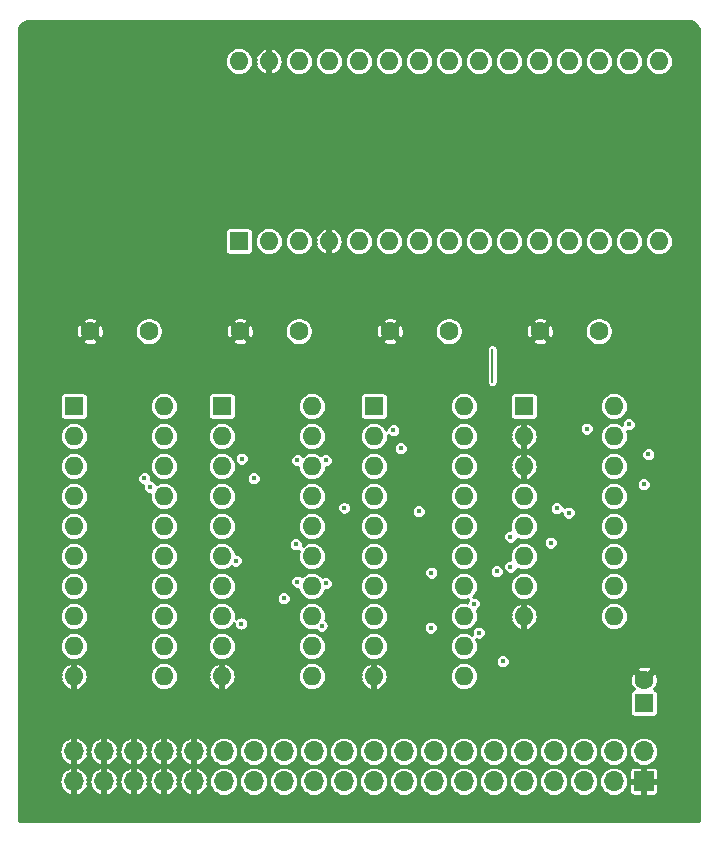
<source format=gbr>
G04 #@! TF.GenerationSoftware,KiCad,Pcbnew,(5.1.0-0)*
G04 #@! TF.CreationDate,2019-12-15T16:20:11-08:00*
G04 #@! TF.ProjectId,ArduinoSerialCard,41726475-696e-46f5-9365-7269616c4361,rev?*
G04 #@! TF.SameCoordinates,Original*
G04 #@! TF.FileFunction,Copper,L2,Inr*
G04 #@! TF.FilePolarity,Positive*
%FSLAX46Y46*%
G04 Gerber Fmt 4.6, Leading zero omitted, Abs format (unit mm)*
G04 Created by KiCad (PCBNEW (5.1.0-0)) date 2019-12-15 16:20:11*
%MOMM*%
%LPD*%
G04 APERTURE LIST*
%ADD10O,1.600000X1.600000*%
%ADD11R,1.600000X1.600000*%
%ADD12C,1.600000*%
%ADD13O,1.700000X1.700000*%
%ADD14R,1.700000X1.700000*%
%ADD15C,0.450000*%
%ADD16C,0.127000*%
%ADD17C,0.254000*%
G04 APERTURE END LIST*
D10*
X120650000Y-101600000D03*
X113030000Y-124460000D03*
X120650000Y-104140000D03*
X113030000Y-121920000D03*
X120650000Y-106680000D03*
X113030000Y-119380000D03*
X120650000Y-109220000D03*
X113030000Y-116840000D03*
X120650000Y-111760000D03*
X113030000Y-114300000D03*
X120650000Y-114300000D03*
X113030000Y-111760000D03*
X120650000Y-116840000D03*
X113030000Y-109220000D03*
X120650000Y-119380000D03*
X113030000Y-106680000D03*
X120650000Y-121920000D03*
X113030000Y-104140000D03*
X120650000Y-124460000D03*
D11*
X113030000Y-101600000D03*
D10*
X146050000Y-101600000D03*
X138430000Y-124460000D03*
X146050000Y-104140000D03*
X138430000Y-121920000D03*
X146050000Y-106680000D03*
X138430000Y-119380000D03*
X146050000Y-109220000D03*
X138430000Y-116840000D03*
X146050000Y-111760000D03*
X138430000Y-114300000D03*
X146050000Y-114300000D03*
X138430000Y-111760000D03*
X146050000Y-116840000D03*
X138430000Y-109220000D03*
X146050000Y-119380000D03*
X138430000Y-106680000D03*
X146050000Y-121920000D03*
X138430000Y-104140000D03*
X146050000Y-124460000D03*
D11*
X138430000Y-101600000D03*
D10*
X133180000Y-101600000D03*
X125560000Y-124460000D03*
X133180000Y-104140000D03*
X125560000Y-121920000D03*
X133180000Y-106680000D03*
X125560000Y-119380000D03*
X133180000Y-109220000D03*
X125560000Y-116840000D03*
X133180000Y-111760000D03*
X125560000Y-114300000D03*
X133180000Y-114300000D03*
X125560000Y-111760000D03*
X133180000Y-116840000D03*
X125560000Y-109220000D03*
X133180000Y-119380000D03*
X125560000Y-106680000D03*
X133180000Y-121920000D03*
X125560000Y-104140000D03*
X133180000Y-124460000D03*
D11*
X125560000Y-101600000D03*
D10*
X158750000Y-101600000D03*
X151130000Y-119380000D03*
X158750000Y-104140000D03*
X151130000Y-116840000D03*
X158750000Y-106680000D03*
X151130000Y-114300000D03*
X158750000Y-109220000D03*
X151130000Y-111760000D03*
X158750000Y-111760000D03*
X151130000Y-109220000D03*
X158750000Y-114300000D03*
X151130000Y-106680000D03*
X158750000Y-116840000D03*
X151130000Y-104140000D03*
X158750000Y-119380000D03*
D11*
X151130000Y-101600000D03*
D12*
X161290000Y-124746000D03*
D11*
X161290000Y-126746000D03*
D12*
X114380000Y-95250000D03*
X119380000Y-95250000D03*
X139780000Y-95250000D03*
X144780000Y-95250000D03*
X127080000Y-95250000D03*
X132080000Y-95250000D03*
X152480000Y-95250000D03*
X157480000Y-95250000D03*
D13*
X113030000Y-130810000D03*
X113030000Y-133350000D03*
X115570000Y-130810000D03*
X115570000Y-133350000D03*
X118110000Y-130810000D03*
X118110000Y-133350000D03*
X120650000Y-130810000D03*
X120650000Y-133350000D03*
X123190000Y-130810000D03*
X123190000Y-133350000D03*
X125730000Y-130810000D03*
X125730000Y-133350000D03*
X128270000Y-130810000D03*
X128270000Y-133350000D03*
X130810000Y-130810000D03*
X130810000Y-133350000D03*
X133350000Y-130810000D03*
X133350000Y-133350000D03*
X135890000Y-130810000D03*
X135890000Y-133350000D03*
X138430000Y-130810000D03*
X138430000Y-133350000D03*
X140970000Y-130810000D03*
X140970000Y-133350000D03*
X143510000Y-130810000D03*
X143510000Y-133350000D03*
X146050000Y-130810000D03*
X146050000Y-133350000D03*
X148590000Y-130810000D03*
X148590000Y-133350000D03*
X151130000Y-130810000D03*
X151130000Y-133350000D03*
X153670000Y-130810000D03*
X153670000Y-133350000D03*
X156210000Y-130810000D03*
X156210000Y-133350000D03*
X158750000Y-130810000D03*
X158750000Y-133350000D03*
X161290000Y-130810000D03*
D14*
X161290000Y-133350000D03*
D10*
X162560000Y-72390000D03*
X162560000Y-87630000D03*
X127000000Y-72390000D03*
X160020000Y-87630000D03*
X129540000Y-72390000D03*
X157480000Y-87630000D03*
X132080000Y-72390000D03*
X154940000Y-87630000D03*
X134620000Y-72390000D03*
X152400000Y-87630000D03*
X137160000Y-72390000D03*
X149860000Y-87630000D03*
X139700000Y-72390000D03*
X147320000Y-87630000D03*
X142240000Y-72390000D03*
X144780000Y-87630000D03*
X144780000Y-72390000D03*
X142240000Y-87630000D03*
X147320000Y-72390000D03*
X139700000Y-87630000D03*
X149860000Y-72390000D03*
X137160000Y-87630000D03*
X152400000Y-72390000D03*
X134620000Y-87630000D03*
X154940000Y-72390000D03*
X132080000Y-87630000D03*
X157480000Y-72390000D03*
X129540000Y-87630000D03*
X160020000Y-72390000D03*
D11*
X127000000Y-87630000D03*
D15*
X118999000Y-107696000D03*
X128270000Y-107696000D03*
X119507000Y-108458000D03*
X127186011Y-120003988D03*
X130810000Y-117856000D03*
X131826000Y-113284000D03*
X134009002Y-120179914D03*
X131953000Y-116459000D03*
X134366000Y-116586000D03*
X135915499Y-110210501D03*
X131953000Y-106172000D03*
X134366000Y-106172000D03*
X126746000Y-114684499D03*
X149987000Y-115189000D03*
X161290000Y-108204000D03*
X161671000Y-105664000D03*
X160020000Y-103124000D03*
X156464000Y-103505000D03*
X154940000Y-110617000D03*
X153416000Y-113157000D03*
X149352000Y-123190000D03*
X147320000Y-120777000D03*
X143289614Y-115706011D03*
X143251758Y-120361490D03*
X142240000Y-110490000D03*
X146904490Y-118331643D03*
X140716000Y-105156000D03*
X148844000Y-115570000D03*
X149987000Y-112649000D03*
X153924000Y-110236000D03*
X140081000Y-103632000D03*
X127254000Y-106045000D03*
D16*
X148463000Y-99568000D02*
X148463000Y-96774000D01*
D17*
G36*
X165267441Y-69004364D02*
G01*
X165428501Y-69052992D01*
X165577054Y-69131979D01*
X165707430Y-69238310D01*
X165814674Y-69367946D01*
X165894695Y-69515942D01*
X165944446Y-69676661D01*
X165964001Y-69862716D01*
X165964000Y-136754000D01*
X108356000Y-136754000D01*
X108356000Y-133222998D01*
X111799000Y-133222998D01*
X111799000Y-133477002D01*
X111900812Y-133477002D01*
X111840505Y-133666981D01*
X111925201Y-133892949D01*
X112052353Y-134098052D01*
X112217076Y-134274408D01*
X112413039Y-134415239D01*
X112632712Y-134515134D01*
X112713020Y-134539489D01*
X112903000Y-134478627D01*
X112903000Y-133477000D01*
X112883000Y-133477000D01*
X112883000Y-133223000D01*
X112903000Y-133223000D01*
X112903000Y-132221373D01*
X113157000Y-132221373D01*
X113157000Y-133223000D01*
X113177000Y-133223000D01*
X113177000Y-133477000D01*
X113157000Y-133477000D01*
X113157000Y-134478627D01*
X113346980Y-134539489D01*
X113427288Y-134515134D01*
X113646961Y-134415239D01*
X113842924Y-134274408D01*
X114007647Y-134098052D01*
X114134799Y-133892949D01*
X114219495Y-133666981D01*
X114159188Y-133477002D01*
X114261000Y-133477002D01*
X114261000Y-133222998D01*
X114339000Y-133222998D01*
X114339000Y-133477002D01*
X114440812Y-133477002D01*
X114380505Y-133666981D01*
X114465201Y-133892949D01*
X114592353Y-134098052D01*
X114757076Y-134274408D01*
X114953039Y-134415239D01*
X115172712Y-134515134D01*
X115253020Y-134539489D01*
X115443000Y-134478627D01*
X115443000Y-133477000D01*
X115423000Y-133477000D01*
X115423000Y-133223000D01*
X115443000Y-133223000D01*
X115443000Y-132221373D01*
X115697000Y-132221373D01*
X115697000Y-133223000D01*
X115717000Y-133223000D01*
X115717000Y-133477000D01*
X115697000Y-133477000D01*
X115697000Y-134478627D01*
X115886980Y-134539489D01*
X115967288Y-134515134D01*
X116186961Y-134415239D01*
X116382924Y-134274408D01*
X116547647Y-134098052D01*
X116674799Y-133892949D01*
X116759495Y-133666981D01*
X116699188Y-133477002D01*
X116801000Y-133477002D01*
X116801000Y-133222998D01*
X116879000Y-133222998D01*
X116879000Y-133477002D01*
X116980812Y-133477002D01*
X116920505Y-133666981D01*
X117005201Y-133892949D01*
X117132353Y-134098052D01*
X117297076Y-134274408D01*
X117493039Y-134415239D01*
X117712712Y-134515134D01*
X117793020Y-134539489D01*
X117983000Y-134478627D01*
X117983000Y-133477000D01*
X117963000Y-133477000D01*
X117963000Y-133223000D01*
X117983000Y-133223000D01*
X117983000Y-132221373D01*
X118237000Y-132221373D01*
X118237000Y-133223000D01*
X118257000Y-133223000D01*
X118257000Y-133477000D01*
X118237000Y-133477000D01*
X118237000Y-134478627D01*
X118426980Y-134539489D01*
X118507288Y-134515134D01*
X118726961Y-134415239D01*
X118922924Y-134274408D01*
X119087647Y-134098052D01*
X119214799Y-133892949D01*
X119299495Y-133666981D01*
X119239188Y-133477002D01*
X119341000Y-133477002D01*
X119341000Y-133222998D01*
X119419000Y-133222998D01*
X119419000Y-133477002D01*
X119520812Y-133477002D01*
X119460505Y-133666981D01*
X119545201Y-133892949D01*
X119672353Y-134098052D01*
X119837076Y-134274408D01*
X120033039Y-134415239D01*
X120252712Y-134515134D01*
X120333020Y-134539489D01*
X120523000Y-134478627D01*
X120523000Y-133477000D01*
X120503000Y-133477000D01*
X120503000Y-133223000D01*
X120523000Y-133223000D01*
X120523000Y-132221373D01*
X120777000Y-132221373D01*
X120777000Y-133223000D01*
X120797000Y-133223000D01*
X120797000Y-133477000D01*
X120777000Y-133477000D01*
X120777000Y-134478627D01*
X120966980Y-134539489D01*
X121047288Y-134515134D01*
X121266961Y-134415239D01*
X121462924Y-134274408D01*
X121627647Y-134098052D01*
X121754799Y-133892949D01*
X121839495Y-133666981D01*
X121779188Y-133477002D01*
X121881000Y-133477002D01*
X121881000Y-133222998D01*
X121959000Y-133222998D01*
X121959000Y-133477002D01*
X122060812Y-133477002D01*
X122000505Y-133666981D01*
X122085201Y-133892949D01*
X122212353Y-134098052D01*
X122377076Y-134274408D01*
X122573039Y-134415239D01*
X122792712Y-134515134D01*
X122873020Y-134539489D01*
X123063000Y-134478627D01*
X123063000Y-133477000D01*
X123043000Y-133477000D01*
X123043000Y-133223000D01*
X123063000Y-133223000D01*
X123063000Y-132221373D01*
X123317000Y-132221373D01*
X123317000Y-133223000D01*
X123337000Y-133223000D01*
X123337000Y-133477000D01*
X123317000Y-133477000D01*
X123317000Y-134478627D01*
X123506980Y-134539489D01*
X123587288Y-134515134D01*
X123806961Y-134415239D01*
X124002924Y-134274408D01*
X124167647Y-134098052D01*
X124294799Y-133892949D01*
X124379495Y-133666981D01*
X124319188Y-133477002D01*
X124421000Y-133477002D01*
X124421000Y-133350000D01*
X124493044Y-133350000D01*
X124516812Y-133591318D01*
X124587202Y-133823363D01*
X124701509Y-134037216D01*
X124855340Y-134224660D01*
X125042784Y-134378491D01*
X125256637Y-134492798D01*
X125488682Y-134563188D01*
X125669528Y-134581000D01*
X125790472Y-134581000D01*
X125971318Y-134563188D01*
X126203363Y-134492798D01*
X126417216Y-134378491D01*
X126604660Y-134224660D01*
X126758491Y-134037216D01*
X126872798Y-133823363D01*
X126943188Y-133591318D01*
X126966956Y-133350000D01*
X127033044Y-133350000D01*
X127056812Y-133591318D01*
X127127202Y-133823363D01*
X127241509Y-134037216D01*
X127395340Y-134224660D01*
X127582784Y-134378491D01*
X127796637Y-134492798D01*
X128028682Y-134563188D01*
X128209528Y-134581000D01*
X128330472Y-134581000D01*
X128511318Y-134563188D01*
X128743363Y-134492798D01*
X128957216Y-134378491D01*
X129144660Y-134224660D01*
X129298491Y-134037216D01*
X129412798Y-133823363D01*
X129483188Y-133591318D01*
X129506956Y-133350000D01*
X129573044Y-133350000D01*
X129596812Y-133591318D01*
X129667202Y-133823363D01*
X129781509Y-134037216D01*
X129935340Y-134224660D01*
X130122784Y-134378491D01*
X130336637Y-134492798D01*
X130568682Y-134563188D01*
X130749528Y-134581000D01*
X130870472Y-134581000D01*
X131051318Y-134563188D01*
X131283363Y-134492798D01*
X131497216Y-134378491D01*
X131684660Y-134224660D01*
X131838491Y-134037216D01*
X131952798Y-133823363D01*
X132023188Y-133591318D01*
X132046956Y-133350000D01*
X132113044Y-133350000D01*
X132136812Y-133591318D01*
X132207202Y-133823363D01*
X132321509Y-134037216D01*
X132475340Y-134224660D01*
X132662784Y-134378491D01*
X132876637Y-134492798D01*
X133108682Y-134563188D01*
X133289528Y-134581000D01*
X133410472Y-134581000D01*
X133591318Y-134563188D01*
X133823363Y-134492798D01*
X134037216Y-134378491D01*
X134224660Y-134224660D01*
X134378491Y-134037216D01*
X134492798Y-133823363D01*
X134563188Y-133591318D01*
X134586956Y-133350000D01*
X134653044Y-133350000D01*
X134676812Y-133591318D01*
X134747202Y-133823363D01*
X134861509Y-134037216D01*
X135015340Y-134224660D01*
X135202784Y-134378491D01*
X135416637Y-134492798D01*
X135648682Y-134563188D01*
X135829528Y-134581000D01*
X135950472Y-134581000D01*
X136131318Y-134563188D01*
X136363363Y-134492798D01*
X136577216Y-134378491D01*
X136764660Y-134224660D01*
X136918491Y-134037216D01*
X137032798Y-133823363D01*
X137103188Y-133591318D01*
X137126956Y-133350000D01*
X137193044Y-133350000D01*
X137216812Y-133591318D01*
X137287202Y-133823363D01*
X137401509Y-134037216D01*
X137555340Y-134224660D01*
X137742784Y-134378491D01*
X137956637Y-134492798D01*
X138188682Y-134563188D01*
X138369528Y-134581000D01*
X138490472Y-134581000D01*
X138671318Y-134563188D01*
X138903363Y-134492798D01*
X139117216Y-134378491D01*
X139304660Y-134224660D01*
X139458491Y-134037216D01*
X139572798Y-133823363D01*
X139643188Y-133591318D01*
X139666956Y-133350000D01*
X139733044Y-133350000D01*
X139756812Y-133591318D01*
X139827202Y-133823363D01*
X139941509Y-134037216D01*
X140095340Y-134224660D01*
X140282784Y-134378491D01*
X140496637Y-134492798D01*
X140728682Y-134563188D01*
X140909528Y-134581000D01*
X141030472Y-134581000D01*
X141211318Y-134563188D01*
X141443363Y-134492798D01*
X141657216Y-134378491D01*
X141844660Y-134224660D01*
X141998491Y-134037216D01*
X142112798Y-133823363D01*
X142183188Y-133591318D01*
X142206956Y-133350000D01*
X142273044Y-133350000D01*
X142296812Y-133591318D01*
X142367202Y-133823363D01*
X142481509Y-134037216D01*
X142635340Y-134224660D01*
X142822784Y-134378491D01*
X143036637Y-134492798D01*
X143268682Y-134563188D01*
X143449528Y-134581000D01*
X143570472Y-134581000D01*
X143751318Y-134563188D01*
X143983363Y-134492798D01*
X144197216Y-134378491D01*
X144384660Y-134224660D01*
X144538491Y-134037216D01*
X144652798Y-133823363D01*
X144723188Y-133591318D01*
X144746956Y-133350000D01*
X144813044Y-133350000D01*
X144836812Y-133591318D01*
X144907202Y-133823363D01*
X145021509Y-134037216D01*
X145175340Y-134224660D01*
X145362784Y-134378491D01*
X145576637Y-134492798D01*
X145808682Y-134563188D01*
X145989528Y-134581000D01*
X146110472Y-134581000D01*
X146291318Y-134563188D01*
X146523363Y-134492798D01*
X146737216Y-134378491D01*
X146924660Y-134224660D01*
X147078491Y-134037216D01*
X147192798Y-133823363D01*
X147263188Y-133591318D01*
X147286956Y-133350000D01*
X147353044Y-133350000D01*
X147376812Y-133591318D01*
X147447202Y-133823363D01*
X147561509Y-134037216D01*
X147715340Y-134224660D01*
X147902784Y-134378491D01*
X148116637Y-134492798D01*
X148348682Y-134563188D01*
X148529528Y-134581000D01*
X148650472Y-134581000D01*
X148831318Y-134563188D01*
X149063363Y-134492798D01*
X149277216Y-134378491D01*
X149464660Y-134224660D01*
X149618491Y-134037216D01*
X149732798Y-133823363D01*
X149803188Y-133591318D01*
X149826956Y-133350000D01*
X149893044Y-133350000D01*
X149916812Y-133591318D01*
X149987202Y-133823363D01*
X150101509Y-134037216D01*
X150255340Y-134224660D01*
X150442784Y-134378491D01*
X150656637Y-134492798D01*
X150888682Y-134563188D01*
X151069528Y-134581000D01*
X151190472Y-134581000D01*
X151371318Y-134563188D01*
X151603363Y-134492798D01*
X151817216Y-134378491D01*
X152004660Y-134224660D01*
X152158491Y-134037216D01*
X152272798Y-133823363D01*
X152343188Y-133591318D01*
X152366956Y-133350000D01*
X152433044Y-133350000D01*
X152456812Y-133591318D01*
X152527202Y-133823363D01*
X152641509Y-134037216D01*
X152795340Y-134224660D01*
X152982784Y-134378491D01*
X153196637Y-134492798D01*
X153428682Y-134563188D01*
X153609528Y-134581000D01*
X153730472Y-134581000D01*
X153911318Y-134563188D01*
X154143363Y-134492798D01*
X154357216Y-134378491D01*
X154544660Y-134224660D01*
X154698491Y-134037216D01*
X154812798Y-133823363D01*
X154883188Y-133591318D01*
X154906956Y-133350000D01*
X154973044Y-133350000D01*
X154996812Y-133591318D01*
X155067202Y-133823363D01*
X155181509Y-134037216D01*
X155335340Y-134224660D01*
X155522784Y-134378491D01*
X155736637Y-134492798D01*
X155968682Y-134563188D01*
X156149528Y-134581000D01*
X156270472Y-134581000D01*
X156451318Y-134563188D01*
X156683363Y-134492798D01*
X156897216Y-134378491D01*
X157084660Y-134224660D01*
X157238491Y-134037216D01*
X157352798Y-133823363D01*
X157423188Y-133591318D01*
X157446956Y-133350000D01*
X157513044Y-133350000D01*
X157536812Y-133591318D01*
X157607202Y-133823363D01*
X157721509Y-134037216D01*
X157875340Y-134224660D01*
X158062784Y-134378491D01*
X158276637Y-134492798D01*
X158508682Y-134563188D01*
X158689528Y-134581000D01*
X158810472Y-134581000D01*
X158991318Y-134563188D01*
X159223363Y-134492798D01*
X159437216Y-134378491D01*
X159624660Y-134224660D01*
X159644897Y-134200000D01*
X160057157Y-134200000D01*
X160064513Y-134274689D01*
X160086299Y-134346508D01*
X160121678Y-134412696D01*
X160169289Y-134470711D01*
X160227304Y-134518322D01*
X160293492Y-134553701D01*
X160365311Y-134575487D01*
X160440000Y-134582843D01*
X161067750Y-134581000D01*
X161163000Y-134485750D01*
X161163000Y-133477000D01*
X161417000Y-133477000D01*
X161417000Y-134485750D01*
X161512250Y-134581000D01*
X162140000Y-134582843D01*
X162214689Y-134575487D01*
X162286508Y-134553701D01*
X162352696Y-134518322D01*
X162410711Y-134470711D01*
X162458322Y-134412696D01*
X162493701Y-134346508D01*
X162515487Y-134274689D01*
X162522843Y-134200000D01*
X162521000Y-133572250D01*
X162425750Y-133477000D01*
X161417000Y-133477000D01*
X161163000Y-133477000D01*
X160154250Y-133477000D01*
X160059000Y-133572250D01*
X160057157Y-134200000D01*
X159644897Y-134200000D01*
X159778491Y-134037216D01*
X159892798Y-133823363D01*
X159963188Y-133591318D01*
X159986956Y-133350000D01*
X159963188Y-133108682D01*
X159892798Y-132876637D01*
X159778491Y-132662784D01*
X159644898Y-132500000D01*
X160057157Y-132500000D01*
X160059000Y-133127750D01*
X160154250Y-133223000D01*
X161163000Y-133223000D01*
X161163000Y-132214250D01*
X161417000Y-132214250D01*
X161417000Y-133223000D01*
X162425750Y-133223000D01*
X162521000Y-133127750D01*
X162522843Y-132500000D01*
X162515487Y-132425311D01*
X162493701Y-132353492D01*
X162458322Y-132287304D01*
X162410711Y-132229289D01*
X162352696Y-132181678D01*
X162286508Y-132146299D01*
X162214689Y-132124513D01*
X162140000Y-132117157D01*
X161512250Y-132119000D01*
X161417000Y-132214250D01*
X161163000Y-132214250D01*
X161067750Y-132119000D01*
X160440000Y-132117157D01*
X160365311Y-132124513D01*
X160293492Y-132146299D01*
X160227304Y-132181678D01*
X160169289Y-132229289D01*
X160121678Y-132287304D01*
X160086299Y-132353492D01*
X160064513Y-132425311D01*
X160057157Y-132500000D01*
X159644898Y-132500000D01*
X159624660Y-132475340D01*
X159437216Y-132321509D01*
X159223363Y-132207202D01*
X158991318Y-132136812D01*
X158810472Y-132119000D01*
X158689528Y-132119000D01*
X158508682Y-132136812D01*
X158276637Y-132207202D01*
X158062784Y-132321509D01*
X157875340Y-132475340D01*
X157721509Y-132662784D01*
X157607202Y-132876637D01*
X157536812Y-133108682D01*
X157513044Y-133350000D01*
X157446956Y-133350000D01*
X157423188Y-133108682D01*
X157352798Y-132876637D01*
X157238491Y-132662784D01*
X157084660Y-132475340D01*
X156897216Y-132321509D01*
X156683363Y-132207202D01*
X156451318Y-132136812D01*
X156270472Y-132119000D01*
X156149528Y-132119000D01*
X155968682Y-132136812D01*
X155736637Y-132207202D01*
X155522784Y-132321509D01*
X155335340Y-132475340D01*
X155181509Y-132662784D01*
X155067202Y-132876637D01*
X154996812Y-133108682D01*
X154973044Y-133350000D01*
X154906956Y-133350000D01*
X154883188Y-133108682D01*
X154812798Y-132876637D01*
X154698491Y-132662784D01*
X154544660Y-132475340D01*
X154357216Y-132321509D01*
X154143363Y-132207202D01*
X153911318Y-132136812D01*
X153730472Y-132119000D01*
X153609528Y-132119000D01*
X153428682Y-132136812D01*
X153196637Y-132207202D01*
X152982784Y-132321509D01*
X152795340Y-132475340D01*
X152641509Y-132662784D01*
X152527202Y-132876637D01*
X152456812Y-133108682D01*
X152433044Y-133350000D01*
X152366956Y-133350000D01*
X152343188Y-133108682D01*
X152272798Y-132876637D01*
X152158491Y-132662784D01*
X152004660Y-132475340D01*
X151817216Y-132321509D01*
X151603363Y-132207202D01*
X151371318Y-132136812D01*
X151190472Y-132119000D01*
X151069528Y-132119000D01*
X150888682Y-132136812D01*
X150656637Y-132207202D01*
X150442784Y-132321509D01*
X150255340Y-132475340D01*
X150101509Y-132662784D01*
X149987202Y-132876637D01*
X149916812Y-133108682D01*
X149893044Y-133350000D01*
X149826956Y-133350000D01*
X149803188Y-133108682D01*
X149732798Y-132876637D01*
X149618491Y-132662784D01*
X149464660Y-132475340D01*
X149277216Y-132321509D01*
X149063363Y-132207202D01*
X148831318Y-132136812D01*
X148650472Y-132119000D01*
X148529528Y-132119000D01*
X148348682Y-132136812D01*
X148116637Y-132207202D01*
X147902784Y-132321509D01*
X147715340Y-132475340D01*
X147561509Y-132662784D01*
X147447202Y-132876637D01*
X147376812Y-133108682D01*
X147353044Y-133350000D01*
X147286956Y-133350000D01*
X147263188Y-133108682D01*
X147192798Y-132876637D01*
X147078491Y-132662784D01*
X146924660Y-132475340D01*
X146737216Y-132321509D01*
X146523363Y-132207202D01*
X146291318Y-132136812D01*
X146110472Y-132119000D01*
X145989528Y-132119000D01*
X145808682Y-132136812D01*
X145576637Y-132207202D01*
X145362784Y-132321509D01*
X145175340Y-132475340D01*
X145021509Y-132662784D01*
X144907202Y-132876637D01*
X144836812Y-133108682D01*
X144813044Y-133350000D01*
X144746956Y-133350000D01*
X144723188Y-133108682D01*
X144652798Y-132876637D01*
X144538491Y-132662784D01*
X144384660Y-132475340D01*
X144197216Y-132321509D01*
X143983363Y-132207202D01*
X143751318Y-132136812D01*
X143570472Y-132119000D01*
X143449528Y-132119000D01*
X143268682Y-132136812D01*
X143036637Y-132207202D01*
X142822784Y-132321509D01*
X142635340Y-132475340D01*
X142481509Y-132662784D01*
X142367202Y-132876637D01*
X142296812Y-133108682D01*
X142273044Y-133350000D01*
X142206956Y-133350000D01*
X142183188Y-133108682D01*
X142112798Y-132876637D01*
X141998491Y-132662784D01*
X141844660Y-132475340D01*
X141657216Y-132321509D01*
X141443363Y-132207202D01*
X141211318Y-132136812D01*
X141030472Y-132119000D01*
X140909528Y-132119000D01*
X140728682Y-132136812D01*
X140496637Y-132207202D01*
X140282784Y-132321509D01*
X140095340Y-132475340D01*
X139941509Y-132662784D01*
X139827202Y-132876637D01*
X139756812Y-133108682D01*
X139733044Y-133350000D01*
X139666956Y-133350000D01*
X139643188Y-133108682D01*
X139572798Y-132876637D01*
X139458491Y-132662784D01*
X139304660Y-132475340D01*
X139117216Y-132321509D01*
X138903363Y-132207202D01*
X138671318Y-132136812D01*
X138490472Y-132119000D01*
X138369528Y-132119000D01*
X138188682Y-132136812D01*
X137956637Y-132207202D01*
X137742784Y-132321509D01*
X137555340Y-132475340D01*
X137401509Y-132662784D01*
X137287202Y-132876637D01*
X137216812Y-133108682D01*
X137193044Y-133350000D01*
X137126956Y-133350000D01*
X137103188Y-133108682D01*
X137032798Y-132876637D01*
X136918491Y-132662784D01*
X136764660Y-132475340D01*
X136577216Y-132321509D01*
X136363363Y-132207202D01*
X136131318Y-132136812D01*
X135950472Y-132119000D01*
X135829528Y-132119000D01*
X135648682Y-132136812D01*
X135416637Y-132207202D01*
X135202784Y-132321509D01*
X135015340Y-132475340D01*
X134861509Y-132662784D01*
X134747202Y-132876637D01*
X134676812Y-133108682D01*
X134653044Y-133350000D01*
X134586956Y-133350000D01*
X134563188Y-133108682D01*
X134492798Y-132876637D01*
X134378491Y-132662784D01*
X134224660Y-132475340D01*
X134037216Y-132321509D01*
X133823363Y-132207202D01*
X133591318Y-132136812D01*
X133410472Y-132119000D01*
X133289528Y-132119000D01*
X133108682Y-132136812D01*
X132876637Y-132207202D01*
X132662784Y-132321509D01*
X132475340Y-132475340D01*
X132321509Y-132662784D01*
X132207202Y-132876637D01*
X132136812Y-133108682D01*
X132113044Y-133350000D01*
X132046956Y-133350000D01*
X132023188Y-133108682D01*
X131952798Y-132876637D01*
X131838491Y-132662784D01*
X131684660Y-132475340D01*
X131497216Y-132321509D01*
X131283363Y-132207202D01*
X131051318Y-132136812D01*
X130870472Y-132119000D01*
X130749528Y-132119000D01*
X130568682Y-132136812D01*
X130336637Y-132207202D01*
X130122784Y-132321509D01*
X129935340Y-132475340D01*
X129781509Y-132662784D01*
X129667202Y-132876637D01*
X129596812Y-133108682D01*
X129573044Y-133350000D01*
X129506956Y-133350000D01*
X129483188Y-133108682D01*
X129412798Y-132876637D01*
X129298491Y-132662784D01*
X129144660Y-132475340D01*
X128957216Y-132321509D01*
X128743363Y-132207202D01*
X128511318Y-132136812D01*
X128330472Y-132119000D01*
X128209528Y-132119000D01*
X128028682Y-132136812D01*
X127796637Y-132207202D01*
X127582784Y-132321509D01*
X127395340Y-132475340D01*
X127241509Y-132662784D01*
X127127202Y-132876637D01*
X127056812Y-133108682D01*
X127033044Y-133350000D01*
X126966956Y-133350000D01*
X126943188Y-133108682D01*
X126872798Y-132876637D01*
X126758491Y-132662784D01*
X126604660Y-132475340D01*
X126417216Y-132321509D01*
X126203363Y-132207202D01*
X125971318Y-132136812D01*
X125790472Y-132119000D01*
X125669528Y-132119000D01*
X125488682Y-132136812D01*
X125256637Y-132207202D01*
X125042784Y-132321509D01*
X124855340Y-132475340D01*
X124701509Y-132662784D01*
X124587202Y-132876637D01*
X124516812Y-133108682D01*
X124493044Y-133350000D01*
X124421000Y-133350000D01*
X124421000Y-133222998D01*
X124319188Y-133222998D01*
X124379495Y-133033019D01*
X124294799Y-132807051D01*
X124167647Y-132601948D01*
X124002924Y-132425592D01*
X123806961Y-132284761D01*
X123587288Y-132184866D01*
X123506980Y-132160511D01*
X123317000Y-132221373D01*
X123063000Y-132221373D01*
X122873020Y-132160511D01*
X122792712Y-132184866D01*
X122573039Y-132284761D01*
X122377076Y-132425592D01*
X122212353Y-132601948D01*
X122085201Y-132807051D01*
X122000505Y-133033019D01*
X122060812Y-133222998D01*
X121959000Y-133222998D01*
X121881000Y-133222998D01*
X121779188Y-133222998D01*
X121839495Y-133033019D01*
X121754799Y-132807051D01*
X121627647Y-132601948D01*
X121462924Y-132425592D01*
X121266961Y-132284761D01*
X121047288Y-132184866D01*
X120966980Y-132160511D01*
X120777000Y-132221373D01*
X120523000Y-132221373D01*
X120333020Y-132160511D01*
X120252712Y-132184866D01*
X120033039Y-132284761D01*
X119837076Y-132425592D01*
X119672353Y-132601948D01*
X119545201Y-132807051D01*
X119460505Y-133033019D01*
X119520812Y-133222998D01*
X119419000Y-133222998D01*
X119341000Y-133222998D01*
X119239188Y-133222998D01*
X119299495Y-133033019D01*
X119214799Y-132807051D01*
X119087647Y-132601948D01*
X118922924Y-132425592D01*
X118726961Y-132284761D01*
X118507288Y-132184866D01*
X118426980Y-132160511D01*
X118237000Y-132221373D01*
X117983000Y-132221373D01*
X117793020Y-132160511D01*
X117712712Y-132184866D01*
X117493039Y-132284761D01*
X117297076Y-132425592D01*
X117132353Y-132601948D01*
X117005201Y-132807051D01*
X116920505Y-133033019D01*
X116980812Y-133222998D01*
X116879000Y-133222998D01*
X116801000Y-133222998D01*
X116699188Y-133222998D01*
X116759495Y-133033019D01*
X116674799Y-132807051D01*
X116547647Y-132601948D01*
X116382924Y-132425592D01*
X116186961Y-132284761D01*
X115967288Y-132184866D01*
X115886980Y-132160511D01*
X115697000Y-132221373D01*
X115443000Y-132221373D01*
X115253020Y-132160511D01*
X115172712Y-132184866D01*
X114953039Y-132284761D01*
X114757076Y-132425592D01*
X114592353Y-132601948D01*
X114465201Y-132807051D01*
X114380505Y-133033019D01*
X114440812Y-133222998D01*
X114339000Y-133222998D01*
X114261000Y-133222998D01*
X114159188Y-133222998D01*
X114219495Y-133033019D01*
X114134799Y-132807051D01*
X114007647Y-132601948D01*
X113842924Y-132425592D01*
X113646961Y-132284761D01*
X113427288Y-132184866D01*
X113346980Y-132160511D01*
X113157000Y-132221373D01*
X112903000Y-132221373D01*
X112713020Y-132160511D01*
X112632712Y-132184866D01*
X112413039Y-132284761D01*
X112217076Y-132425592D01*
X112052353Y-132601948D01*
X111925201Y-132807051D01*
X111840505Y-133033019D01*
X111900812Y-133222998D01*
X111799000Y-133222998D01*
X108356000Y-133222998D01*
X108356000Y-130682998D01*
X111799000Y-130682998D01*
X111799000Y-130937002D01*
X111900812Y-130937002D01*
X111840505Y-131126981D01*
X111925201Y-131352949D01*
X112052353Y-131558052D01*
X112217076Y-131734408D01*
X112413039Y-131875239D01*
X112632712Y-131975134D01*
X112713020Y-131999489D01*
X112903000Y-131938627D01*
X112903000Y-130937000D01*
X112883000Y-130937000D01*
X112883000Y-130683000D01*
X112903000Y-130683000D01*
X112903000Y-129681373D01*
X113157000Y-129681373D01*
X113157000Y-130683000D01*
X113177000Y-130683000D01*
X113177000Y-130937000D01*
X113157000Y-130937000D01*
X113157000Y-131938627D01*
X113346980Y-131999489D01*
X113427288Y-131975134D01*
X113646961Y-131875239D01*
X113842924Y-131734408D01*
X114007647Y-131558052D01*
X114134799Y-131352949D01*
X114219495Y-131126981D01*
X114159188Y-130937002D01*
X114261000Y-130937002D01*
X114261000Y-130682998D01*
X114339000Y-130682998D01*
X114339000Y-130937002D01*
X114440812Y-130937002D01*
X114380505Y-131126981D01*
X114465201Y-131352949D01*
X114592353Y-131558052D01*
X114757076Y-131734408D01*
X114953039Y-131875239D01*
X115172712Y-131975134D01*
X115253020Y-131999489D01*
X115443000Y-131938627D01*
X115443000Y-130937000D01*
X115423000Y-130937000D01*
X115423000Y-130683000D01*
X115443000Y-130683000D01*
X115443000Y-129681373D01*
X115697000Y-129681373D01*
X115697000Y-130683000D01*
X115717000Y-130683000D01*
X115717000Y-130937000D01*
X115697000Y-130937000D01*
X115697000Y-131938627D01*
X115886980Y-131999489D01*
X115967288Y-131975134D01*
X116186961Y-131875239D01*
X116382924Y-131734408D01*
X116547647Y-131558052D01*
X116674799Y-131352949D01*
X116759495Y-131126981D01*
X116699188Y-130937002D01*
X116801000Y-130937002D01*
X116801000Y-130682998D01*
X116879000Y-130682998D01*
X116879000Y-130937002D01*
X116980812Y-130937002D01*
X116920505Y-131126981D01*
X117005201Y-131352949D01*
X117132353Y-131558052D01*
X117297076Y-131734408D01*
X117493039Y-131875239D01*
X117712712Y-131975134D01*
X117793020Y-131999489D01*
X117983000Y-131938627D01*
X117983000Y-130937000D01*
X117963000Y-130937000D01*
X117963000Y-130683000D01*
X117983000Y-130683000D01*
X117983000Y-129681373D01*
X118237000Y-129681373D01*
X118237000Y-130683000D01*
X118257000Y-130683000D01*
X118257000Y-130937000D01*
X118237000Y-130937000D01*
X118237000Y-131938627D01*
X118426980Y-131999489D01*
X118507288Y-131975134D01*
X118726961Y-131875239D01*
X118922924Y-131734408D01*
X119087647Y-131558052D01*
X119214799Y-131352949D01*
X119299495Y-131126981D01*
X119239188Y-130937002D01*
X119341000Y-130937002D01*
X119341000Y-130682998D01*
X119419000Y-130682998D01*
X119419000Y-130937002D01*
X119520812Y-130937002D01*
X119460505Y-131126981D01*
X119545201Y-131352949D01*
X119672353Y-131558052D01*
X119837076Y-131734408D01*
X120033039Y-131875239D01*
X120252712Y-131975134D01*
X120333020Y-131999489D01*
X120523000Y-131938627D01*
X120523000Y-130937000D01*
X120503000Y-130937000D01*
X120503000Y-130683000D01*
X120523000Y-130683000D01*
X120523000Y-129681373D01*
X120777000Y-129681373D01*
X120777000Y-130683000D01*
X120797000Y-130683000D01*
X120797000Y-130937000D01*
X120777000Y-130937000D01*
X120777000Y-131938627D01*
X120966980Y-131999489D01*
X121047288Y-131975134D01*
X121266961Y-131875239D01*
X121462924Y-131734408D01*
X121627647Y-131558052D01*
X121754799Y-131352949D01*
X121839495Y-131126981D01*
X121779188Y-130937002D01*
X121881000Y-130937002D01*
X121881000Y-130682998D01*
X121959000Y-130682998D01*
X121959000Y-130937002D01*
X122060812Y-130937002D01*
X122000505Y-131126981D01*
X122085201Y-131352949D01*
X122212353Y-131558052D01*
X122377076Y-131734408D01*
X122573039Y-131875239D01*
X122792712Y-131975134D01*
X122873020Y-131999489D01*
X123063000Y-131938627D01*
X123063000Y-130937000D01*
X123043000Y-130937000D01*
X123043000Y-130683000D01*
X123063000Y-130683000D01*
X123063000Y-129681373D01*
X123317000Y-129681373D01*
X123317000Y-130683000D01*
X123337000Y-130683000D01*
X123337000Y-130937000D01*
X123317000Y-130937000D01*
X123317000Y-131938627D01*
X123506980Y-131999489D01*
X123587288Y-131975134D01*
X123806961Y-131875239D01*
X124002924Y-131734408D01*
X124167647Y-131558052D01*
X124294799Y-131352949D01*
X124379495Y-131126981D01*
X124319188Y-130937002D01*
X124421000Y-130937002D01*
X124421000Y-130810000D01*
X124493044Y-130810000D01*
X124516812Y-131051318D01*
X124587202Y-131283363D01*
X124701509Y-131497216D01*
X124855340Y-131684660D01*
X125042784Y-131838491D01*
X125256637Y-131952798D01*
X125488682Y-132023188D01*
X125669528Y-132041000D01*
X125790472Y-132041000D01*
X125971318Y-132023188D01*
X126203363Y-131952798D01*
X126417216Y-131838491D01*
X126604660Y-131684660D01*
X126758491Y-131497216D01*
X126872798Y-131283363D01*
X126943188Y-131051318D01*
X126966956Y-130810000D01*
X127033044Y-130810000D01*
X127056812Y-131051318D01*
X127127202Y-131283363D01*
X127241509Y-131497216D01*
X127395340Y-131684660D01*
X127582784Y-131838491D01*
X127796637Y-131952798D01*
X128028682Y-132023188D01*
X128209528Y-132041000D01*
X128330472Y-132041000D01*
X128511318Y-132023188D01*
X128743363Y-131952798D01*
X128957216Y-131838491D01*
X129144660Y-131684660D01*
X129298491Y-131497216D01*
X129412798Y-131283363D01*
X129483188Y-131051318D01*
X129506956Y-130810000D01*
X129573044Y-130810000D01*
X129596812Y-131051318D01*
X129667202Y-131283363D01*
X129781509Y-131497216D01*
X129935340Y-131684660D01*
X130122784Y-131838491D01*
X130336637Y-131952798D01*
X130568682Y-132023188D01*
X130749528Y-132041000D01*
X130870472Y-132041000D01*
X131051318Y-132023188D01*
X131283363Y-131952798D01*
X131497216Y-131838491D01*
X131684660Y-131684660D01*
X131838491Y-131497216D01*
X131952798Y-131283363D01*
X132023188Y-131051318D01*
X132046956Y-130810000D01*
X132113044Y-130810000D01*
X132136812Y-131051318D01*
X132207202Y-131283363D01*
X132321509Y-131497216D01*
X132475340Y-131684660D01*
X132662784Y-131838491D01*
X132876637Y-131952798D01*
X133108682Y-132023188D01*
X133289528Y-132041000D01*
X133410472Y-132041000D01*
X133591318Y-132023188D01*
X133823363Y-131952798D01*
X134037216Y-131838491D01*
X134224660Y-131684660D01*
X134378491Y-131497216D01*
X134492798Y-131283363D01*
X134563188Y-131051318D01*
X134586956Y-130810000D01*
X134653044Y-130810000D01*
X134676812Y-131051318D01*
X134747202Y-131283363D01*
X134861509Y-131497216D01*
X135015340Y-131684660D01*
X135202784Y-131838491D01*
X135416637Y-131952798D01*
X135648682Y-132023188D01*
X135829528Y-132041000D01*
X135950472Y-132041000D01*
X136131318Y-132023188D01*
X136363363Y-131952798D01*
X136577216Y-131838491D01*
X136764660Y-131684660D01*
X136918491Y-131497216D01*
X137032798Y-131283363D01*
X137103188Y-131051318D01*
X137126956Y-130810000D01*
X137193044Y-130810000D01*
X137216812Y-131051318D01*
X137287202Y-131283363D01*
X137401509Y-131497216D01*
X137555340Y-131684660D01*
X137742784Y-131838491D01*
X137956637Y-131952798D01*
X138188682Y-132023188D01*
X138369528Y-132041000D01*
X138490472Y-132041000D01*
X138671318Y-132023188D01*
X138903363Y-131952798D01*
X139117216Y-131838491D01*
X139304660Y-131684660D01*
X139458491Y-131497216D01*
X139572798Y-131283363D01*
X139643188Y-131051318D01*
X139666956Y-130810000D01*
X139733044Y-130810000D01*
X139756812Y-131051318D01*
X139827202Y-131283363D01*
X139941509Y-131497216D01*
X140095340Y-131684660D01*
X140282784Y-131838491D01*
X140496637Y-131952798D01*
X140728682Y-132023188D01*
X140909528Y-132041000D01*
X141030472Y-132041000D01*
X141211318Y-132023188D01*
X141443363Y-131952798D01*
X141657216Y-131838491D01*
X141844660Y-131684660D01*
X141998491Y-131497216D01*
X142112798Y-131283363D01*
X142183188Y-131051318D01*
X142206956Y-130810000D01*
X142273044Y-130810000D01*
X142296812Y-131051318D01*
X142367202Y-131283363D01*
X142481509Y-131497216D01*
X142635340Y-131684660D01*
X142822784Y-131838491D01*
X143036637Y-131952798D01*
X143268682Y-132023188D01*
X143449528Y-132041000D01*
X143570472Y-132041000D01*
X143751318Y-132023188D01*
X143983363Y-131952798D01*
X144197216Y-131838491D01*
X144384660Y-131684660D01*
X144538491Y-131497216D01*
X144652798Y-131283363D01*
X144723188Y-131051318D01*
X144746956Y-130810000D01*
X144813044Y-130810000D01*
X144836812Y-131051318D01*
X144907202Y-131283363D01*
X145021509Y-131497216D01*
X145175340Y-131684660D01*
X145362784Y-131838491D01*
X145576637Y-131952798D01*
X145808682Y-132023188D01*
X145989528Y-132041000D01*
X146110472Y-132041000D01*
X146291318Y-132023188D01*
X146523363Y-131952798D01*
X146737216Y-131838491D01*
X146924660Y-131684660D01*
X147078491Y-131497216D01*
X147192798Y-131283363D01*
X147263188Y-131051318D01*
X147286956Y-130810000D01*
X147353044Y-130810000D01*
X147376812Y-131051318D01*
X147447202Y-131283363D01*
X147561509Y-131497216D01*
X147715340Y-131684660D01*
X147902784Y-131838491D01*
X148116637Y-131952798D01*
X148348682Y-132023188D01*
X148529528Y-132041000D01*
X148650472Y-132041000D01*
X148831318Y-132023188D01*
X149063363Y-131952798D01*
X149277216Y-131838491D01*
X149464660Y-131684660D01*
X149618491Y-131497216D01*
X149732798Y-131283363D01*
X149803188Y-131051318D01*
X149826956Y-130810000D01*
X149893044Y-130810000D01*
X149916812Y-131051318D01*
X149987202Y-131283363D01*
X150101509Y-131497216D01*
X150255340Y-131684660D01*
X150442784Y-131838491D01*
X150656637Y-131952798D01*
X150888682Y-132023188D01*
X151069528Y-132041000D01*
X151190472Y-132041000D01*
X151371318Y-132023188D01*
X151603363Y-131952798D01*
X151817216Y-131838491D01*
X152004660Y-131684660D01*
X152158491Y-131497216D01*
X152272798Y-131283363D01*
X152343188Y-131051318D01*
X152366956Y-130810000D01*
X152433044Y-130810000D01*
X152456812Y-131051318D01*
X152527202Y-131283363D01*
X152641509Y-131497216D01*
X152795340Y-131684660D01*
X152982784Y-131838491D01*
X153196637Y-131952798D01*
X153428682Y-132023188D01*
X153609528Y-132041000D01*
X153730472Y-132041000D01*
X153911318Y-132023188D01*
X154143363Y-131952798D01*
X154357216Y-131838491D01*
X154544660Y-131684660D01*
X154698491Y-131497216D01*
X154812798Y-131283363D01*
X154883188Y-131051318D01*
X154906956Y-130810000D01*
X154973044Y-130810000D01*
X154996812Y-131051318D01*
X155067202Y-131283363D01*
X155181509Y-131497216D01*
X155335340Y-131684660D01*
X155522784Y-131838491D01*
X155736637Y-131952798D01*
X155968682Y-132023188D01*
X156149528Y-132041000D01*
X156270472Y-132041000D01*
X156451318Y-132023188D01*
X156683363Y-131952798D01*
X156897216Y-131838491D01*
X157084660Y-131684660D01*
X157238491Y-131497216D01*
X157352798Y-131283363D01*
X157423188Y-131051318D01*
X157446956Y-130810000D01*
X157513044Y-130810000D01*
X157536812Y-131051318D01*
X157607202Y-131283363D01*
X157721509Y-131497216D01*
X157875340Y-131684660D01*
X158062784Y-131838491D01*
X158276637Y-131952798D01*
X158508682Y-132023188D01*
X158689528Y-132041000D01*
X158810472Y-132041000D01*
X158991318Y-132023188D01*
X159223363Y-131952798D01*
X159437216Y-131838491D01*
X159624660Y-131684660D01*
X159778491Y-131497216D01*
X159892798Y-131283363D01*
X159963188Y-131051318D01*
X159986956Y-130810000D01*
X160053044Y-130810000D01*
X160076812Y-131051318D01*
X160147202Y-131283363D01*
X160261509Y-131497216D01*
X160415340Y-131684660D01*
X160602784Y-131838491D01*
X160816637Y-131952798D01*
X161048682Y-132023188D01*
X161229528Y-132041000D01*
X161350472Y-132041000D01*
X161531318Y-132023188D01*
X161763363Y-131952798D01*
X161977216Y-131838491D01*
X162164660Y-131684660D01*
X162318491Y-131497216D01*
X162432798Y-131283363D01*
X162503188Y-131051318D01*
X162526956Y-130810000D01*
X162503188Y-130568682D01*
X162432798Y-130336637D01*
X162318491Y-130122784D01*
X162164660Y-129935340D01*
X161977216Y-129781509D01*
X161763363Y-129667202D01*
X161531318Y-129596812D01*
X161350472Y-129579000D01*
X161229528Y-129579000D01*
X161048682Y-129596812D01*
X160816637Y-129667202D01*
X160602784Y-129781509D01*
X160415340Y-129935340D01*
X160261509Y-130122784D01*
X160147202Y-130336637D01*
X160076812Y-130568682D01*
X160053044Y-130810000D01*
X159986956Y-130810000D01*
X159963188Y-130568682D01*
X159892798Y-130336637D01*
X159778491Y-130122784D01*
X159624660Y-129935340D01*
X159437216Y-129781509D01*
X159223363Y-129667202D01*
X158991318Y-129596812D01*
X158810472Y-129579000D01*
X158689528Y-129579000D01*
X158508682Y-129596812D01*
X158276637Y-129667202D01*
X158062784Y-129781509D01*
X157875340Y-129935340D01*
X157721509Y-130122784D01*
X157607202Y-130336637D01*
X157536812Y-130568682D01*
X157513044Y-130810000D01*
X157446956Y-130810000D01*
X157423188Y-130568682D01*
X157352798Y-130336637D01*
X157238491Y-130122784D01*
X157084660Y-129935340D01*
X156897216Y-129781509D01*
X156683363Y-129667202D01*
X156451318Y-129596812D01*
X156270472Y-129579000D01*
X156149528Y-129579000D01*
X155968682Y-129596812D01*
X155736637Y-129667202D01*
X155522784Y-129781509D01*
X155335340Y-129935340D01*
X155181509Y-130122784D01*
X155067202Y-130336637D01*
X154996812Y-130568682D01*
X154973044Y-130810000D01*
X154906956Y-130810000D01*
X154883188Y-130568682D01*
X154812798Y-130336637D01*
X154698491Y-130122784D01*
X154544660Y-129935340D01*
X154357216Y-129781509D01*
X154143363Y-129667202D01*
X153911318Y-129596812D01*
X153730472Y-129579000D01*
X153609528Y-129579000D01*
X153428682Y-129596812D01*
X153196637Y-129667202D01*
X152982784Y-129781509D01*
X152795340Y-129935340D01*
X152641509Y-130122784D01*
X152527202Y-130336637D01*
X152456812Y-130568682D01*
X152433044Y-130810000D01*
X152366956Y-130810000D01*
X152343188Y-130568682D01*
X152272798Y-130336637D01*
X152158491Y-130122784D01*
X152004660Y-129935340D01*
X151817216Y-129781509D01*
X151603363Y-129667202D01*
X151371318Y-129596812D01*
X151190472Y-129579000D01*
X151069528Y-129579000D01*
X150888682Y-129596812D01*
X150656637Y-129667202D01*
X150442784Y-129781509D01*
X150255340Y-129935340D01*
X150101509Y-130122784D01*
X149987202Y-130336637D01*
X149916812Y-130568682D01*
X149893044Y-130810000D01*
X149826956Y-130810000D01*
X149803188Y-130568682D01*
X149732798Y-130336637D01*
X149618491Y-130122784D01*
X149464660Y-129935340D01*
X149277216Y-129781509D01*
X149063363Y-129667202D01*
X148831318Y-129596812D01*
X148650472Y-129579000D01*
X148529528Y-129579000D01*
X148348682Y-129596812D01*
X148116637Y-129667202D01*
X147902784Y-129781509D01*
X147715340Y-129935340D01*
X147561509Y-130122784D01*
X147447202Y-130336637D01*
X147376812Y-130568682D01*
X147353044Y-130810000D01*
X147286956Y-130810000D01*
X147263188Y-130568682D01*
X147192798Y-130336637D01*
X147078491Y-130122784D01*
X146924660Y-129935340D01*
X146737216Y-129781509D01*
X146523363Y-129667202D01*
X146291318Y-129596812D01*
X146110472Y-129579000D01*
X145989528Y-129579000D01*
X145808682Y-129596812D01*
X145576637Y-129667202D01*
X145362784Y-129781509D01*
X145175340Y-129935340D01*
X145021509Y-130122784D01*
X144907202Y-130336637D01*
X144836812Y-130568682D01*
X144813044Y-130810000D01*
X144746956Y-130810000D01*
X144723188Y-130568682D01*
X144652798Y-130336637D01*
X144538491Y-130122784D01*
X144384660Y-129935340D01*
X144197216Y-129781509D01*
X143983363Y-129667202D01*
X143751318Y-129596812D01*
X143570472Y-129579000D01*
X143449528Y-129579000D01*
X143268682Y-129596812D01*
X143036637Y-129667202D01*
X142822784Y-129781509D01*
X142635340Y-129935340D01*
X142481509Y-130122784D01*
X142367202Y-130336637D01*
X142296812Y-130568682D01*
X142273044Y-130810000D01*
X142206956Y-130810000D01*
X142183188Y-130568682D01*
X142112798Y-130336637D01*
X141998491Y-130122784D01*
X141844660Y-129935340D01*
X141657216Y-129781509D01*
X141443363Y-129667202D01*
X141211318Y-129596812D01*
X141030472Y-129579000D01*
X140909528Y-129579000D01*
X140728682Y-129596812D01*
X140496637Y-129667202D01*
X140282784Y-129781509D01*
X140095340Y-129935340D01*
X139941509Y-130122784D01*
X139827202Y-130336637D01*
X139756812Y-130568682D01*
X139733044Y-130810000D01*
X139666956Y-130810000D01*
X139643188Y-130568682D01*
X139572798Y-130336637D01*
X139458491Y-130122784D01*
X139304660Y-129935340D01*
X139117216Y-129781509D01*
X138903363Y-129667202D01*
X138671318Y-129596812D01*
X138490472Y-129579000D01*
X138369528Y-129579000D01*
X138188682Y-129596812D01*
X137956637Y-129667202D01*
X137742784Y-129781509D01*
X137555340Y-129935340D01*
X137401509Y-130122784D01*
X137287202Y-130336637D01*
X137216812Y-130568682D01*
X137193044Y-130810000D01*
X137126956Y-130810000D01*
X137103188Y-130568682D01*
X137032798Y-130336637D01*
X136918491Y-130122784D01*
X136764660Y-129935340D01*
X136577216Y-129781509D01*
X136363363Y-129667202D01*
X136131318Y-129596812D01*
X135950472Y-129579000D01*
X135829528Y-129579000D01*
X135648682Y-129596812D01*
X135416637Y-129667202D01*
X135202784Y-129781509D01*
X135015340Y-129935340D01*
X134861509Y-130122784D01*
X134747202Y-130336637D01*
X134676812Y-130568682D01*
X134653044Y-130810000D01*
X134586956Y-130810000D01*
X134563188Y-130568682D01*
X134492798Y-130336637D01*
X134378491Y-130122784D01*
X134224660Y-129935340D01*
X134037216Y-129781509D01*
X133823363Y-129667202D01*
X133591318Y-129596812D01*
X133410472Y-129579000D01*
X133289528Y-129579000D01*
X133108682Y-129596812D01*
X132876637Y-129667202D01*
X132662784Y-129781509D01*
X132475340Y-129935340D01*
X132321509Y-130122784D01*
X132207202Y-130336637D01*
X132136812Y-130568682D01*
X132113044Y-130810000D01*
X132046956Y-130810000D01*
X132023188Y-130568682D01*
X131952798Y-130336637D01*
X131838491Y-130122784D01*
X131684660Y-129935340D01*
X131497216Y-129781509D01*
X131283363Y-129667202D01*
X131051318Y-129596812D01*
X130870472Y-129579000D01*
X130749528Y-129579000D01*
X130568682Y-129596812D01*
X130336637Y-129667202D01*
X130122784Y-129781509D01*
X129935340Y-129935340D01*
X129781509Y-130122784D01*
X129667202Y-130336637D01*
X129596812Y-130568682D01*
X129573044Y-130810000D01*
X129506956Y-130810000D01*
X129483188Y-130568682D01*
X129412798Y-130336637D01*
X129298491Y-130122784D01*
X129144660Y-129935340D01*
X128957216Y-129781509D01*
X128743363Y-129667202D01*
X128511318Y-129596812D01*
X128330472Y-129579000D01*
X128209528Y-129579000D01*
X128028682Y-129596812D01*
X127796637Y-129667202D01*
X127582784Y-129781509D01*
X127395340Y-129935340D01*
X127241509Y-130122784D01*
X127127202Y-130336637D01*
X127056812Y-130568682D01*
X127033044Y-130810000D01*
X126966956Y-130810000D01*
X126943188Y-130568682D01*
X126872798Y-130336637D01*
X126758491Y-130122784D01*
X126604660Y-129935340D01*
X126417216Y-129781509D01*
X126203363Y-129667202D01*
X125971318Y-129596812D01*
X125790472Y-129579000D01*
X125669528Y-129579000D01*
X125488682Y-129596812D01*
X125256637Y-129667202D01*
X125042784Y-129781509D01*
X124855340Y-129935340D01*
X124701509Y-130122784D01*
X124587202Y-130336637D01*
X124516812Y-130568682D01*
X124493044Y-130810000D01*
X124421000Y-130810000D01*
X124421000Y-130682998D01*
X124319188Y-130682998D01*
X124379495Y-130493019D01*
X124294799Y-130267051D01*
X124167647Y-130061948D01*
X124002924Y-129885592D01*
X123806961Y-129744761D01*
X123587288Y-129644866D01*
X123506980Y-129620511D01*
X123317000Y-129681373D01*
X123063000Y-129681373D01*
X122873020Y-129620511D01*
X122792712Y-129644866D01*
X122573039Y-129744761D01*
X122377076Y-129885592D01*
X122212353Y-130061948D01*
X122085201Y-130267051D01*
X122000505Y-130493019D01*
X122060812Y-130682998D01*
X121959000Y-130682998D01*
X121881000Y-130682998D01*
X121779188Y-130682998D01*
X121839495Y-130493019D01*
X121754799Y-130267051D01*
X121627647Y-130061948D01*
X121462924Y-129885592D01*
X121266961Y-129744761D01*
X121047288Y-129644866D01*
X120966980Y-129620511D01*
X120777000Y-129681373D01*
X120523000Y-129681373D01*
X120333020Y-129620511D01*
X120252712Y-129644866D01*
X120033039Y-129744761D01*
X119837076Y-129885592D01*
X119672353Y-130061948D01*
X119545201Y-130267051D01*
X119460505Y-130493019D01*
X119520812Y-130682998D01*
X119419000Y-130682998D01*
X119341000Y-130682998D01*
X119239188Y-130682998D01*
X119299495Y-130493019D01*
X119214799Y-130267051D01*
X119087647Y-130061948D01*
X118922924Y-129885592D01*
X118726961Y-129744761D01*
X118507288Y-129644866D01*
X118426980Y-129620511D01*
X118237000Y-129681373D01*
X117983000Y-129681373D01*
X117793020Y-129620511D01*
X117712712Y-129644866D01*
X117493039Y-129744761D01*
X117297076Y-129885592D01*
X117132353Y-130061948D01*
X117005201Y-130267051D01*
X116920505Y-130493019D01*
X116980812Y-130682998D01*
X116879000Y-130682998D01*
X116801000Y-130682998D01*
X116699188Y-130682998D01*
X116759495Y-130493019D01*
X116674799Y-130267051D01*
X116547647Y-130061948D01*
X116382924Y-129885592D01*
X116186961Y-129744761D01*
X115967288Y-129644866D01*
X115886980Y-129620511D01*
X115697000Y-129681373D01*
X115443000Y-129681373D01*
X115253020Y-129620511D01*
X115172712Y-129644866D01*
X114953039Y-129744761D01*
X114757076Y-129885592D01*
X114592353Y-130061948D01*
X114465201Y-130267051D01*
X114380505Y-130493019D01*
X114440812Y-130682998D01*
X114339000Y-130682998D01*
X114261000Y-130682998D01*
X114159188Y-130682998D01*
X114219495Y-130493019D01*
X114134799Y-130267051D01*
X114007647Y-130061948D01*
X113842924Y-129885592D01*
X113646961Y-129744761D01*
X113427288Y-129644866D01*
X113346980Y-129620511D01*
X113157000Y-129681373D01*
X112903000Y-129681373D01*
X112713020Y-129620511D01*
X112632712Y-129644866D01*
X112413039Y-129744761D01*
X112217076Y-129885592D01*
X112052353Y-130061948D01*
X111925201Y-130267051D01*
X111840505Y-130493019D01*
X111900812Y-130682998D01*
X111799000Y-130682998D01*
X108356000Y-130682998D01*
X108356000Y-124332998D01*
X111849000Y-124332998D01*
X111849000Y-124587002D01*
X111951702Y-124587002D01*
X111890171Y-124769114D01*
X111910527Y-124836239D01*
X112005438Y-125047408D01*
X112139722Y-125236003D01*
X112308219Y-125394777D01*
X112504454Y-125517628D01*
X112720885Y-125599835D01*
X112903000Y-125538908D01*
X112903000Y-124587000D01*
X112883000Y-124587000D01*
X112883000Y-124333000D01*
X112903000Y-124333000D01*
X112903000Y-123381092D01*
X113157000Y-123381092D01*
X113157000Y-124333000D01*
X113177000Y-124333000D01*
X113177000Y-124587000D01*
X113157000Y-124587000D01*
X113157000Y-125538908D01*
X113339115Y-125599835D01*
X113555546Y-125517628D01*
X113751781Y-125394777D01*
X113920278Y-125236003D01*
X114054562Y-125047408D01*
X114149473Y-124836239D01*
X114169829Y-124769114D01*
X114108298Y-124587002D01*
X114211000Y-124587002D01*
X114211000Y-124460000D01*
X119463286Y-124460000D01*
X119486088Y-124691516D01*
X119553619Y-124914136D01*
X119663283Y-125119303D01*
X119810866Y-125299134D01*
X119990697Y-125446717D01*
X120195864Y-125556381D01*
X120418484Y-125623912D01*
X120591984Y-125641000D01*
X120708016Y-125641000D01*
X120881516Y-125623912D01*
X121104136Y-125556381D01*
X121309303Y-125446717D01*
X121489134Y-125299134D01*
X121636717Y-125119303D01*
X121746381Y-124914136D01*
X121813912Y-124691516D01*
X121836714Y-124460000D01*
X121824206Y-124332998D01*
X124379000Y-124332998D01*
X124379000Y-124587002D01*
X124481702Y-124587002D01*
X124420171Y-124769114D01*
X124440527Y-124836239D01*
X124535438Y-125047408D01*
X124669722Y-125236003D01*
X124838219Y-125394777D01*
X125034454Y-125517628D01*
X125250885Y-125599835D01*
X125433000Y-125538908D01*
X125433000Y-124587000D01*
X125413000Y-124587000D01*
X125413000Y-124333000D01*
X125433000Y-124333000D01*
X125433000Y-123381092D01*
X125687000Y-123381092D01*
X125687000Y-124333000D01*
X125707000Y-124333000D01*
X125707000Y-124587000D01*
X125687000Y-124587000D01*
X125687000Y-125538908D01*
X125869115Y-125599835D01*
X126085546Y-125517628D01*
X126281781Y-125394777D01*
X126450278Y-125236003D01*
X126584562Y-125047408D01*
X126679473Y-124836239D01*
X126699829Y-124769114D01*
X126638298Y-124587002D01*
X126741000Y-124587002D01*
X126741000Y-124460000D01*
X131993286Y-124460000D01*
X132016088Y-124691516D01*
X132083619Y-124914136D01*
X132193283Y-125119303D01*
X132340866Y-125299134D01*
X132520697Y-125446717D01*
X132725864Y-125556381D01*
X132948484Y-125623912D01*
X133121984Y-125641000D01*
X133238016Y-125641000D01*
X133411516Y-125623912D01*
X133634136Y-125556381D01*
X133839303Y-125446717D01*
X134019134Y-125299134D01*
X134166717Y-125119303D01*
X134276381Y-124914136D01*
X134343912Y-124691516D01*
X134366714Y-124460000D01*
X134354206Y-124332998D01*
X137249000Y-124332998D01*
X137249000Y-124587002D01*
X137351702Y-124587002D01*
X137290171Y-124769114D01*
X137310527Y-124836239D01*
X137405438Y-125047408D01*
X137539722Y-125236003D01*
X137708219Y-125394777D01*
X137904454Y-125517628D01*
X138120885Y-125599835D01*
X138303000Y-125538908D01*
X138303000Y-124587000D01*
X138283000Y-124587000D01*
X138283000Y-124333000D01*
X138303000Y-124333000D01*
X138303000Y-123381092D01*
X138557000Y-123381092D01*
X138557000Y-124333000D01*
X138577000Y-124333000D01*
X138577000Y-124587000D01*
X138557000Y-124587000D01*
X138557000Y-125538908D01*
X138739115Y-125599835D01*
X138955546Y-125517628D01*
X139151781Y-125394777D01*
X139320278Y-125236003D01*
X139454562Y-125047408D01*
X139549473Y-124836239D01*
X139569829Y-124769114D01*
X139508298Y-124587002D01*
X139611000Y-124587002D01*
X139611000Y-124460000D01*
X144863286Y-124460000D01*
X144886088Y-124691516D01*
X144953619Y-124914136D01*
X145063283Y-125119303D01*
X145210866Y-125299134D01*
X145390697Y-125446717D01*
X145595864Y-125556381D01*
X145818484Y-125623912D01*
X145991984Y-125641000D01*
X146108016Y-125641000D01*
X146281516Y-125623912D01*
X146504136Y-125556381D01*
X146709303Y-125446717D01*
X146889134Y-125299134D01*
X147036717Y-125119303D01*
X147146381Y-124914136D01*
X147172941Y-124826578D01*
X160106025Y-124826578D01*
X160144495Y-125056012D01*
X160226986Y-125273532D01*
X160260793Y-125336782D01*
X160433656Y-125422736D01*
X160361497Y-125494895D01*
X160435160Y-125568558D01*
X160415311Y-125570513D01*
X160343492Y-125592299D01*
X160277304Y-125627678D01*
X160219289Y-125675289D01*
X160171678Y-125733304D01*
X160136299Y-125799492D01*
X160114513Y-125871311D01*
X160107157Y-125946000D01*
X160107157Y-127546000D01*
X160114513Y-127620689D01*
X160136299Y-127692508D01*
X160171678Y-127758696D01*
X160219289Y-127816711D01*
X160277304Y-127864322D01*
X160343492Y-127899701D01*
X160415311Y-127921487D01*
X160490000Y-127928843D01*
X162090000Y-127928843D01*
X162164689Y-127921487D01*
X162236508Y-127899701D01*
X162302696Y-127864322D01*
X162360711Y-127816711D01*
X162408322Y-127758696D01*
X162443701Y-127692508D01*
X162465487Y-127620689D01*
X162472843Y-127546000D01*
X162472843Y-125946000D01*
X162465487Y-125871311D01*
X162443701Y-125799492D01*
X162408322Y-125733304D01*
X162360711Y-125675289D01*
X162302696Y-125627678D01*
X162236508Y-125592299D01*
X162164689Y-125570513D01*
X162144840Y-125568558D01*
X162218503Y-125494895D01*
X162146344Y-125422736D01*
X162319207Y-125336782D01*
X162414687Y-125124642D01*
X162466945Y-124897952D01*
X162473975Y-124665422D01*
X162435505Y-124435988D01*
X162353014Y-124218468D01*
X162319207Y-124155218D01*
X162146342Y-124069263D01*
X161469605Y-124746000D01*
X161483748Y-124760143D01*
X161304143Y-124939748D01*
X161290000Y-124925605D01*
X161275858Y-124939748D01*
X161096253Y-124760143D01*
X161110395Y-124746000D01*
X160433658Y-124069263D01*
X160260793Y-124155218D01*
X160165313Y-124367358D01*
X160113055Y-124594048D01*
X160106025Y-124826578D01*
X147172941Y-124826578D01*
X147213912Y-124691516D01*
X147236714Y-124460000D01*
X147213912Y-124228484D01*
X147146381Y-124005864D01*
X147084268Y-123889658D01*
X160613263Y-123889658D01*
X161290000Y-124566395D01*
X161966737Y-123889658D01*
X161880782Y-123716793D01*
X161668642Y-123621313D01*
X161441952Y-123569055D01*
X161209422Y-123562025D01*
X160979988Y-123600495D01*
X160762468Y-123682986D01*
X160699218Y-123716793D01*
X160613263Y-123889658D01*
X147084268Y-123889658D01*
X147036717Y-123800697D01*
X146889134Y-123620866D01*
X146709303Y-123473283D01*
X146504136Y-123363619D01*
X146281516Y-123296088D01*
X146108016Y-123279000D01*
X145991984Y-123279000D01*
X145818484Y-123296088D01*
X145595864Y-123363619D01*
X145390697Y-123473283D01*
X145210866Y-123620866D01*
X145063283Y-123800697D01*
X144953619Y-124005864D01*
X144886088Y-124228484D01*
X144863286Y-124460000D01*
X139611000Y-124460000D01*
X139611000Y-124332998D01*
X139508298Y-124332998D01*
X139569829Y-124150886D01*
X139549473Y-124083761D01*
X139454562Y-123872592D01*
X139320278Y-123683997D01*
X139151781Y-123525223D01*
X138955546Y-123402372D01*
X138739115Y-123320165D01*
X138557000Y-123381092D01*
X138303000Y-123381092D01*
X138120885Y-123320165D01*
X137904454Y-123402372D01*
X137708219Y-123525223D01*
X137539722Y-123683997D01*
X137405438Y-123872592D01*
X137310527Y-124083761D01*
X137290171Y-124150886D01*
X137351702Y-124332998D01*
X137249000Y-124332998D01*
X134354206Y-124332998D01*
X134343912Y-124228484D01*
X134276381Y-124005864D01*
X134166717Y-123800697D01*
X134019134Y-123620866D01*
X133839303Y-123473283D01*
X133634136Y-123363619D01*
X133411516Y-123296088D01*
X133238016Y-123279000D01*
X133121984Y-123279000D01*
X132948484Y-123296088D01*
X132725864Y-123363619D01*
X132520697Y-123473283D01*
X132340866Y-123620866D01*
X132193283Y-123800697D01*
X132083619Y-124005864D01*
X132016088Y-124228484D01*
X131993286Y-124460000D01*
X126741000Y-124460000D01*
X126741000Y-124332998D01*
X126638298Y-124332998D01*
X126699829Y-124150886D01*
X126679473Y-124083761D01*
X126584562Y-123872592D01*
X126450278Y-123683997D01*
X126281781Y-123525223D01*
X126085546Y-123402372D01*
X125869115Y-123320165D01*
X125687000Y-123381092D01*
X125433000Y-123381092D01*
X125250885Y-123320165D01*
X125034454Y-123402372D01*
X124838219Y-123525223D01*
X124669722Y-123683997D01*
X124535438Y-123872592D01*
X124440527Y-124083761D01*
X124420171Y-124150886D01*
X124481702Y-124332998D01*
X124379000Y-124332998D01*
X121824206Y-124332998D01*
X121813912Y-124228484D01*
X121746381Y-124005864D01*
X121636717Y-123800697D01*
X121489134Y-123620866D01*
X121309303Y-123473283D01*
X121104136Y-123363619D01*
X120881516Y-123296088D01*
X120708016Y-123279000D01*
X120591984Y-123279000D01*
X120418484Y-123296088D01*
X120195864Y-123363619D01*
X119990697Y-123473283D01*
X119810866Y-123620866D01*
X119663283Y-123800697D01*
X119553619Y-124005864D01*
X119486088Y-124228484D01*
X119463286Y-124460000D01*
X114211000Y-124460000D01*
X114211000Y-124332998D01*
X114108298Y-124332998D01*
X114169829Y-124150886D01*
X114149473Y-124083761D01*
X114054562Y-123872592D01*
X113920278Y-123683997D01*
X113751781Y-123525223D01*
X113555546Y-123402372D01*
X113339115Y-123320165D01*
X113157000Y-123381092D01*
X112903000Y-123381092D01*
X112720885Y-123320165D01*
X112504454Y-123402372D01*
X112308219Y-123525223D01*
X112139722Y-123683997D01*
X112005438Y-123872592D01*
X111910527Y-124083761D01*
X111890171Y-124150886D01*
X111951702Y-124332998D01*
X111849000Y-124332998D01*
X108356000Y-124332998D01*
X108356000Y-123130314D01*
X148746000Y-123130314D01*
X148746000Y-123249686D01*
X148769288Y-123366764D01*
X148814970Y-123477049D01*
X148881289Y-123576302D01*
X148965698Y-123660711D01*
X149064951Y-123727030D01*
X149175236Y-123772712D01*
X149292314Y-123796000D01*
X149411686Y-123796000D01*
X149528764Y-123772712D01*
X149639049Y-123727030D01*
X149738302Y-123660711D01*
X149822711Y-123576302D01*
X149889030Y-123477049D01*
X149934712Y-123366764D01*
X149958000Y-123249686D01*
X149958000Y-123130314D01*
X149934712Y-123013236D01*
X149889030Y-122902951D01*
X149822711Y-122803698D01*
X149738302Y-122719289D01*
X149639049Y-122652970D01*
X149528764Y-122607288D01*
X149411686Y-122584000D01*
X149292314Y-122584000D01*
X149175236Y-122607288D01*
X149064951Y-122652970D01*
X148965698Y-122719289D01*
X148881289Y-122803698D01*
X148814970Y-122902951D01*
X148769288Y-123013236D01*
X148746000Y-123130314D01*
X108356000Y-123130314D01*
X108356000Y-121920000D01*
X111843286Y-121920000D01*
X111866088Y-122151516D01*
X111933619Y-122374136D01*
X112043283Y-122579303D01*
X112190866Y-122759134D01*
X112370697Y-122906717D01*
X112575864Y-123016381D01*
X112798484Y-123083912D01*
X112971984Y-123101000D01*
X113088016Y-123101000D01*
X113261516Y-123083912D01*
X113484136Y-123016381D01*
X113689303Y-122906717D01*
X113869134Y-122759134D01*
X114016717Y-122579303D01*
X114126381Y-122374136D01*
X114193912Y-122151516D01*
X114216714Y-121920000D01*
X119463286Y-121920000D01*
X119486088Y-122151516D01*
X119553619Y-122374136D01*
X119663283Y-122579303D01*
X119810866Y-122759134D01*
X119990697Y-122906717D01*
X120195864Y-123016381D01*
X120418484Y-123083912D01*
X120591984Y-123101000D01*
X120708016Y-123101000D01*
X120881516Y-123083912D01*
X121104136Y-123016381D01*
X121309303Y-122906717D01*
X121489134Y-122759134D01*
X121636717Y-122579303D01*
X121746381Y-122374136D01*
X121813912Y-122151516D01*
X121836714Y-121920000D01*
X124373286Y-121920000D01*
X124396088Y-122151516D01*
X124463619Y-122374136D01*
X124573283Y-122579303D01*
X124720866Y-122759134D01*
X124900697Y-122906717D01*
X125105864Y-123016381D01*
X125328484Y-123083912D01*
X125501984Y-123101000D01*
X125618016Y-123101000D01*
X125791516Y-123083912D01*
X126014136Y-123016381D01*
X126219303Y-122906717D01*
X126399134Y-122759134D01*
X126546717Y-122579303D01*
X126656381Y-122374136D01*
X126723912Y-122151516D01*
X126746714Y-121920000D01*
X131993286Y-121920000D01*
X132016088Y-122151516D01*
X132083619Y-122374136D01*
X132193283Y-122579303D01*
X132340866Y-122759134D01*
X132520697Y-122906717D01*
X132725864Y-123016381D01*
X132948484Y-123083912D01*
X133121984Y-123101000D01*
X133238016Y-123101000D01*
X133411516Y-123083912D01*
X133634136Y-123016381D01*
X133839303Y-122906717D01*
X134019134Y-122759134D01*
X134166717Y-122579303D01*
X134276381Y-122374136D01*
X134343912Y-122151516D01*
X134366714Y-121920000D01*
X137243286Y-121920000D01*
X137266088Y-122151516D01*
X137333619Y-122374136D01*
X137443283Y-122579303D01*
X137590866Y-122759134D01*
X137770697Y-122906717D01*
X137975864Y-123016381D01*
X138198484Y-123083912D01*
X138371984Y-123101000D01*
X138488016Y-123101000D01*
X138661516Y-123083912D01*
X138884136Y-123016381D01*
X139089303Y-122906717D01*
X139269134Y-122759134D01*
X139416717Y-122579303D01*
X139526381Y-122374136D01*
X139593912Y-122151516D01*
X139616714Y-121920000D01*
X144863286Y-121920000D01*
X144886088Y-122151516D01*
X144953619Y-122374136D01*
X145063283Y-122579303D01*
X145210866Y-122759134D01*
X145390697Y-122906717D01*
X145595864Y-123016381D01*
X145818484Y-123083912D01*
X145991984Y-123101000D01*
X146108016Y-123101000D01*
X146281516Y-123083912D01*
X146504136Y-123016381D01*
X146709303Y-122906717D01*
X146889134Y-122759134D01*
X147036717Y-122579303D01*
X147146381Y-122374136D01*
X147213912Y-122151516D01*
X147236714Y-121920000D01*
X147213912Y-121688484D01*
X147146381Y-121465864D01*
X147074401Y-121331199D01*
X147143236Y-121359712D01*
X147260314Y-121383000D01*
X147379686Y-121383000D01*
X147496764Y-121359712D01*
X147607049Y-121314030D01*
X147706302Y-121247711D01*
X147790711Y-121163302D01*
X147857030Y-121064049D01*
X147902712Y-120953764D01*
X147926000Y-120836686D01*
X147926000Y-120717314D01*
X147902712Y-120600236D01*
X147857030Y-120489951D01*
X147790711Y-120390698D01*
X147706302Y-120306289D01*
X147607049Y-120239970D01*
X147496764Y-120194288D01*
X147379686Y-120171000D01*
X147260314Y-120171000D01*
X147143236Y-120194288D01*
X147032951Y-120239970D01*
X146933698Y-120306289D01*
X146849289Y-120390698D01*
X146782970Y-120489951D01*
X146737288Y-120600236D01*
X146714000Y-120717314D01*
X146714000Y-120836686D01*
X146737288Y-120953764D01*
X146738848Y-120957530D01*
X146709303Y-120933283D01*
X146504136Y-120823619D01*
X146281516Y-120756088D01*
X146108016Y-120739000D01*
X145991984Y-120739000D01*
X145818484Y-120756088D01*
X145595864Y-120823619D01*
X145390697Y-120933283D01*
X145210866Y-121080866D01*
X145063283Y-121260697D01*
X144953619Y-121465864D01*
X144886088Y-121688484D01*
X144863286Y-121920000D01*
X139616714Y-121920000D01*
X139593912Y-121688484D01*
X139526381Y-121465864D01*
X139416717Y-121260697D01*
X139269134Y-121080866D01*
X139089303Y-120933283D01*
X138884136Y-120823619D01*
X138661516Y-120756088D01*
X138488016Y-120739000D01*
X138371984Y-120739000D01*
X138198484Y-120756088D01*
X137975864Y-120823619D01*
X137770697Y-120933283D01*
X137590866Y-121080866D01*
X137443283Y-121260697D01*
X137333619Y-121465864D01*
X137266088Y-121688484D01*
X137243286Y-121920000D01*
X134366714Y-121920000D01*
X134343912Y-121688484D01*
X134276381Y-121465864D01*
X134166717Y-121260697D01*
X134019134Y-121080866D01*
X133839303Y-120933283D01*
X133634136Y-120823619D01*
X133411516Y-120756088D01*
X133238016Y-120739000D01*
X133121984Y-120739000D01*
X132948484Y-120756088D01*
X132725864Y-120823619D01*
X132520697Y-120933283D01*
X132340866Y-121080866D01*
X132193283Y-121260697D01*
X132083619Y-121465864D01*
X132016088Y-121688484D01*
X131993286Y-121920000D01*
X126746714Y-121920000D01*
X126723912Y-121688484D01*
X126656381Y-121465864D01*
X126546717Y-121260697D01*
X126399134Y-121080866D01*
X126219303Y-120933283D01*
X126014136Y-120823619D01*
X125791516Y-120756088D01*
X125618016Y-120739000D01*
X125501984Y-120739000D01*
X125328484Y-120756088D01*
X125105864Y-120823619D01*
X124900697Y-120933283D01*
X124720866Y-121080866D01*
X124573283Y-121260697D01*
X124463619Y-121465864D01*
X124396088Y-121688484D01*
X124373286Y-121920000D01*
X121836714Y-121920000D01*
X121813912Y-121688484D01*
X121746381Y-121465864D01*
X121636717Y-121260697D01*
X121489134Y-121080866D01*
X121309303Y-120933283D01*
X121104136Y-120823619D01*
X120881516Y-120756088D01*
X120708016Y-120739000D01*
X120591984Y-120739000D01*
X120418484Y-120756088D01*
X120195864Y-120823619D01*
X119990697Y-120933283D01*
X119810866Y-121080866D01*
X119663283Y-121260697D01*
X119553619Y-121465864D01*
X119486088Y-121688484D01*
X119463286Y-121920000D01*
X114216714Y-121920000D01*
X114193912Y-121688484D01*
X114126381Y-121465864D01*
X114016717Y-121260697D01*
X113869134Y-121080866D01*
X113689303Y-120933283D01*
X113484136Y-120823619D01*
X113261516Y-120756088D01*
X113088016Y-120739000D01*
X112971984Y-120739000D01*
X112798484Y-120756088D01*
X112575864Y-120823619D01*
X112370697Y-120933283D01*
X112190866Y-121080866D01*
X112043283Y-121260697D01*
X111933619Y-121465864D01*
X111866088Y-121688484D01*
X111843286Y-121920000D01*
X108356000Y-121920000D01*
X108356000Y-119380000D01*
X111843286Y-119380000D01*
X111866088Y-119611516D01*
X111933619Y-119834136D01*
X112043283Y-120039303D01*
X112190866Y-120219134D01*
X112370697Y-120366717D01*
X112575864Y-120476381D01*
X112798484Y-120543912D01*
X112971984Y-120561000D01*
X113088016Y-120561000D01*
X113261516Y-120543912D01*
X113484136Y-120476381D01*
X113689303Y-120366717D01*
X113869134Y-120219134D01*
X114016717Y-120039303D01*
X114126381Y-119834136D01*
X114193912Y-119611516D01*
X114216714Y-119380000D01*
X119463286Y-119380000D01*
X119486088Y-119611516D01*
X119553619Y-119834136D01*
X119663283Y-120039303D01*
X119810866Y-120219134D01*
X119990697Y-120366717D01*
X120195864Y-120476381D01*
X120418484Y-120543912D01*
X120591984Y-120561000D01*
X120708016Y-120561000D01*
X120881516Y-120543912D01*
X121104136Y-120476381D01*
X121309303Y-120366717D01*
X121489134Y-120219134D01*
X121636717Y-120039303D01*
X121746381Y-119834136D01*
X121813912Y-119611516D01*
X121836714Y-119380000D01*
X124373286Y-119380000D01*
X124396088Y-119611516D01*
X124463619Y-119834136D01*
X124573283Y-120039303D01*
X124720866Y-120219134D01*
X124900697Y-120366717D01*
X125105864Y-120476381D01*
X125328484Y-120543912D01*
X125501984Y-120561000D01*
X125618016Y-120561000D01*
X125791516Y-120543912D01*
X126014136Y-120476381D01*
X126219303Y-120366717D01*
X126399134Y-120219134D01*
X126546717Y-120039303D01*
X126580011Y-119977014D01*
X126580011Y-120063674D01*
X126603299Y-120180752D01*
X126648981Y-120291037D01*
X126715300Y-120390290D01*
X126799709Y-120474699D01*
X126898962Y-120541018D01*
X127009247Y-120586700D01*
X127126325Y-120609988D01*
X127245697Y-120609988D01*
X127362775Y-120586700D01*
X127473060Y-120541018D01*
X127572313Y-120474699D01*
X127656722Y-120390290D01*
X127723041Y-120291037D01*
X127768723Y-120180752D01*
X127792011Y-120063674D01*
X127792011Y-119944302D01*
X127768723Y-119827224D01*
X127723041Y-119716939D01*
X127656722Y-119617686D01*
X127572313Y-119533277D01*
X127473060Y-119466958D01*
X127362775Y-119421276D01*
X127245697Y-119397988D01*
X127126325Y-119397988D01*
X127009247Y-119421276D01*
X126898962Y-119466958D01*
X126799709Y-119533277D01*
X126724179Y-119608807D01*
X126746714Y-119380000D01*
X131993286Y-119380000D01*
X132016088Y-119611516D01*
X132083619Y-119834136D01*
X132193283Y-120039303D01*
X132340866Y-120219134D01*
X132520697Y-120366717D01*
X132725864Y-120476381D01*
X132948484Y-120543912D01*
X133121984Y-120561000D01*
X133238016Y-120561000D01*
X133411516Y-120543912D01*
X133504534Y-120515695D01*
X133538291Y-120566216D01*
X133622700Y-120650625D01*
X133721953Y-120716944D01*
X133832238Y-120762626D01*
X133949316Y-120785914D01*
X134068688Y-120785914D01*
X134185766Y-120762626D01*
X134296051Y-120716944D01*
X134395304Y-120650625D01*
X134479713Y-120566216D01*
X134546032Y-120466963D01*
X134591714Y-120356678D01*
X134615002Y-120239600D01*
X134615002Y-120120228D01*
X134591714Y-120003150D01*
X134546032Y-119892865D01*
X134479713Y-119793612D01*
X134395304Y-119709203D01*
X134327934Y-119664188D01*
X134343912Y-119611516D01*
X134366714Y-119380000D01*
X137243286Y-119380000D01*
X137266088Y-119611516D01*
X137333619Y-119834136D01*
X137443283Y-120039303D01*
X137590866Y-120219134D01*
X137770697Y-120366717D01*
X137975864Y-120476381D01*
X138198484Y-120543912D01*
X138371984Y-120561000D01*
X138488016Y-120561000D01*
X138661516Y-120543912D01*
X138884136Y-120476381D01*
X139089303Y-120366717D01*
X139168399Y-120301804D01*
X142645758Y-120301804D01*
X142645758Y-120421176D01*
X142669046Y-120538254D01*
X142714728Y-120648539D01*
X142781047Y-120747792D01*
X142865456Y-120832201D01*
X142964709Y-120898520D01*
X143074994Y-120944202D01*
X143192072Y-120967490D01*
X143311444Y-120967490D01*
X143428522Y-120944202D01*
X143538807Y-120898520D01*
X143638060Y-120832201D01*
X143722469Y-120747792D01*
X143788788Y-120648539D01*
X143834470Y-120538254D01*
X143857758Y-120421176D01*
X143857758Y-120301804D01*
X143834470Y-120184726D01*
X143788788Y-120074441D01*
X143722469Y-119975188D01*
X143638060Y-119890779D01*
X143538807Y-119824460D01*
X143428522Y-119778778D01*
X143311444Y-119755490D01*
X143192072Y-119755490D01*
X143074994Y-119778778D01*
X142964709Y-119824460D01*
X142865456Y-119890779D01*
X142781047Y-119975188D01*
X142714728Y-120074441D01*
X142669046Y-120184726D01*
X142645758Y-120301804D01*
X139168399Y-120301804D01*
X139269134Y-120219134D01*
X139416717Y-120039303D01*
X139526381Y-119834136D01*
X139593912Y-119611516D01*
X139616714Y-119380000D01*
X139593912Y-119148484D01*
X139526381Y-118925864D01*
X139416717Y-118720697D01*
X139269134Y-118540866D01*
X139089303Y-118393283D01*
X138884136Y-118283619D01*
X138661516Y-118216088D01*
X138488016Y-118199000D01*
X138371984Y-118199000D01*
X138198484Y-118216088D01*
X137975864Y-118283619D01*
X137770697Y-118393283D01*
X137590866Y-118540866D01*
X137443283Y-118720697D01*
X137333619Y-118925864D01*
X137266088Y-119148484D01*
X137243286Y-119380000D01*
X134366714Y-119380000D01*
X134343912Y-119148484D01*
X134276381Y-118925864D01*
X134166717Y-118720697D01*
X134019134Y-118540866D01*
X133839303Y-118393283D01*
X133634136Y-118283619D01*
X133411516Y-118216088D01*
X133238016Y-118199000D01*
X133121984Y-118199000D01*
X132948484Y-118216088D01*
X132725864Y-118283619D01*
X132520697Y-118393283D01*
X132340866Y-118540866D01*
X132193283Y-118720697D01*
X132083619Y-118925864D01*
X132016088Y-119148484D01*
X131993286Y-119380000D01*
X126746714Y-119380000D01*
X126723912Y-119148484D01*
X126656381Y-118925864D01*
X126546717Y-118720697D01*
X126399134Y-118540866D01*
X126219303Y-118393283D01*
X126014136Y-118283619D01*
X125791516Y-118216088D01*
X125618016Y-118199000D01*
X125501984Y-118199000D01*
X125328484Y-118216088D01*
X125105864Y-118283619D01*
X124900697Y-118393283D01*
X124720866Y-118540866D01*
X124573283Y-118720697D01*
X124463619Y-118925864D01*
X124396088Y-119148484D01*
X124373286Y-119380000D01*
X121836714Y-119380000D01*
X121813912Y-119148484D01*
X121746381Y-118925864D01*
X121636717Y-118720697D01*
X121489134Y-118540866D01*
X121309303Y-118393283D01*
X121104136Y-118283619D01*
X120881516Y-118216088D01*
X120708016Y-118199000D01*
X120591984Y-118199000D01*
X120418484Y-118216088D01*
X120195864Y-118283619D01*
X119990697Y-118393283D01*
X119810866Y-118540866D01*
X119663283Y-118720697D01*
X119553619Y-118925864D01*
X119486088Y-119148484D01*
X119463286Y-119380000D01*
X114216714Y-119380000D01*
X114193912Y-119148484D01*
X114126381Y-118925864D01*
X114016717Y-118720697D01*
X113869134Y-118540866D01*
X113689303Y-118393283D01*
X113484136Y-118283619D01*
X113261516Y-118216088D01*
X113088016Y-118199000D01*
X112971984Y-118199000D01*
X112798484Y-118216088D01*
X112575864Y-118283619D01*
X112370697Y-118393283D01*
X112190866Y-118540866D01*
X112043283Y-118720697D01*
X111933619Y-118925864D01*
X111866088Y-119148484D01*
X111843286Y-119380000D01*
X108356000Y-119380000D01*
X108356000Y-116840000D01*
X111843286Y-116840000D01*
X111866088Y-117071516D01*
X111933619Y-117294136D01*
X112043283Y-117499303D01*
X112190866Y-117679134D01*
X112370697Y-117826717D01*
X112575864Y-117936381D01*
X112798484Y-118003912D01*
X112971984Y-118021000D01*
X113088016Y-118021000D01*
X113261516Y-118003912D01*
X113484136Y-117936381D01*
X113689303Y-117826717D01*
X113869134Y-117679134D01*
X114016717Y-117499303D01*
X114126381Y-117294136D01*
X114193912Y-117071516D01*
X114216714Y-116840000D01*
X119463286Y-116840000D01*
X119486088Y-117071516D01*
X119553619Y-117294136D01*
X119663283Y-117499303D01*
X119810866Y-117679134D01*
X119990697Y-117826717D01*
X120195864Y-117936381D01*
X120418484Y-118003912D01*
X120591984Y-118021000D01*
X120708016Y-118021000D01*
X120881516Y-118003912D01*
X121104136Y-117936381D01*
X121309303Y-117826717D01*
X121489134Y-117679134D01*
X121636717Y-117499303D01*
X121746381Y-117294136D01*
X121813912Y-117071516D01*
X121836714Y-116840000D01*
X124373286Y-116840000D01*
X124396088Y-117071516D01*
X124463619Y-117294136D01*
X124573283Y-117499303D01*
X124720866Y-117679134D01*
X124900697Y-117826717D01*
X125105864Y-117936381D01*
X125328484Y-118003912D01*
X125501984Y-118021000D01*
X125618016Y-118021000D01*
X125791516Y-118003912D01*
X126014136Y-117936381D01*
X126219303Y-117826717D01*
X126256349Y-117796314D01*
X130204000Y-117796314D01*
X130204000Y-117915686D01*
X130227288Y-118032764D01*
X130272970Y-118143049D01*
X130339289Y-118242302D01*
X130423698Y-118326711D01*
X130522951Y-118393030D01*
X130633236Y-118438712D01*
X130750314Y-118462000D01*
X130869686Y-118462000D01*
X130986764Y-118438712D01*
X131097049Y-118393030D01*
X131196302Y-118326711D01*
X131280711Y-118242302D01*
X131347030Y-118143049D01*
X131392712Y-118032764D01*
X131416000Y-117915686D01*
X131416000Y-117796314D01*
X131392712Y-117679236D01*
X131347030Y-117568951D01*
X131280711Y-117469698D01*
X131196302Y-117385289D01*
X131097049Y-117318970D01*
X130986764Y-117273288D01*
X130869686Y-117250000D01*
X130750314Y-117250000D01*
X130633236Y-117273288D01*
X130522951Y-117318970D01*
X130423698Y-117385289D01*
X130339289Y-117469698D01*
X130272970Y-117568951D01*
X130227288Y-117679236D01*
X130204000Y-117796314D01*
X126256349Y-117796314D01*
X126399134Y-117679134D01*
X126546717Y-117499303D01*
X126656381Y-117294136D01*
X126723912Y-117071516D01*
X126746714Y-116840000D01*
X126723912Y-116608484D01*
X126660462Y-116399314D01*
X131347000Y-116399314D01*
X131347000Y-116518686D01*
X131370288Y-116635764D01*
X131415970Y-116746049D01*
X131482289Y-116845302D01*
X131566698Y-116929711D01*
X131665951Y-116996030D01*
X131776236Y-117041712D01*
X131893314Y-117065000D01*
X132012686Y-117065000D01*
X132015393Y-117064462D01*
X132016088Y-117071516D01*
X132083619Y-117294136D01*
X132193283Y-117499303D01*
X132340866Y-117679134D01*
X132520697Y-117826717D01*
X132725864Y-117936381D01*
X132948484Y-118003912D01*
X133121984Y-118021000D01*
X133238016Y-118021000D01*
X133411516Y-118003912D01*
X133634136Y-117936381D01*
X133839303Y-117826717D01*
X134019134Y-117679134D01*
X134166717Y-117499303D01*
X134276381Y-117294136D01*
X134307364Y-117192000D01*
X134425686Y-117192000D01*
X134542764Y-117168712D01*
X134653049Y-117123030D01*
X134752302Y-117056711D01*
X134836711Y-116972302D01*
X134903030Y-116873049D01*
X134916719Y-116840000D01*
X137243286Y-116840000D01*
X137266088Y-117071516D01*
X137333619Y-117294136D01*
X137443283Y-117499303D01*
X137590866Y-117679134D01*
X137770697Y-117826717D01*
X137975864Y-117936381D01*
X138198484Y-118003912D01*
X138371984Y-118021000D01*
X138488016Y-118021000D01*
X138661516Y-118003912D01*
X138884136Y-117936381D01*
X139089303Y-117826717D01*
X139269134Y-117679134D01*
X139416717Y-117499303D01*
X139526381Y-117294136D01*
X139593912Y-117071516D01*
X139616714Y-116840000D01*
X144863286Y-116840000D01*
X144886088Y-117071516D01*
X144953619Y-117294136D01*
X145063283Y-117499303D01*
X145210866Y-117679134D01*
X145390697Y-117826717D01*
X145595864Y-117936381D01*
X145818484Y-118003912D01*
X145991984Y-118021000D01*
X146108016Y-118021000D01*
X146281516Y-118003912D01*
X146423402Y-117960871D01*
X146367460Y-118044594D01*
X146321778Y-118154879D01*
X146308005Y-118224123D01*
X146281516Y-118216088D01*
X146108016Y-118199000D01*
X145991984Y-118199000D01*
X145818484Y-118216088D01*
X145595864Y-118283619D01*
X145390697Y-118393283D01*
X145210866Y-118540866D01*
X145063283Y-118720697D01*
X144953619Y-118925864D01*
X144886088Y-119148484D01*
X144863286Y-119380000D01*
X144886088Y-119611516D01*
X144953619Y-119834136D01*
X145063283Y-120039303D01*
X145210866Y-120219134D01*
X145390697Y-120366717D01*
X145595864Y-120476381D01*
X145818484Y-120543912D01*
X145991984Y-120561000D01*
X146108016Y-120561000D01*
X146281516Y-120543912D01*
X146504136Y-120476381D01*
X146709303Y-120366717D01*
X146889134Y-120219134D01*
X147036717Y-120039303D01*
X147146381Y-119834136D01*
X147213912Y-119611516D01*
X147236714Y-119380000D01*
X147224206Y-119252998D01*
X149949000Y-119252998D01*
X149949000Y-119507002D01*
X150051702Y-119507002D01*
X149990171Y-119689114D01*
X150010527Y-119756239D01*
X150105438Y-119967408D01*
X150239722Y-120156003D01*
X150408219Y-120314777D01*
X150604454Y-120437628D01*
X150820885Y-120519835D01*
X151003000Y-120458908D01*
X151003000Y-119507000D01*
X150983000Y-119507000D01*
X150983000Y-119253000D01*
X151003000Y-119253000D01*
X151003000Y-118301092D01*
X151257000Y-118301092D01*
X151257000Y-119253000D01*
X151277000Y-119253000D01*
X151277000Y-119507000D01*
X151257000Y-119507000D01*
X151257000Y-120458908D01*
X151439115Y-120519835D01*
X151655546Y-120437628D01*
X151851781Y-120314777D01*
X152020278Y-120156003D01*
X152154562Y-119967408D01*
X152249473Y-119756239D01*
X152269829Y-119689114D01*
X152208298Y-119507002D01*
X152311000Y-119507002D01*
X152311000Y-119380000D01*
X157563286Y-119380000D01*
X157586088Y-119611516D01*
X157653619Y-119834136D01*
X157763283Y-120039303D01*
X157910866Y-120219134D01*
X158090697Y-120366717D01*
X158295864Y-120476381D01*
X158518484Y-120543912D01*
X158691984Y-120561000D01*
X158808016Y-120561000D01*
X158981516Y-120543912D01*
X159204136Y-120476381D01*
X159409303Y-120366717D01*
X159589134Y-120219134D01*
X159736717Y-120039303D01*
X159846381Y-119834136D01*
X159913912Y-119611516D01*
X159936714Y-119380000D01*
X159913912Y-119148484D01*
X159846381Y-118925864D01*
X159736717Y-118720697D01*
X159589134Y-118540866D01*
X159409303Y-118393283D01*
X159204136Y-118283619D01*
X158981516Y-118216088D01*
X158808016Y-118199000D01*
X158691984Y-118199000D01*
X158518484Y-118216088D01*
X158295864Y-118283619D01*
X158090697Y-118393283D01*
X157910866Y-118540866D01*
X157763283Y-118720697D01*
X157653619Y-118925864D01*
X157586088Y-119148484D01*
X157563286Y-119380000D01*
X152311000Y-119380000D01*
X152311000Y-119252998D01*
X152208298Y-119252998D01*
X152269829Y-119070886D01*
X152249473Y-119003761D01*
X152154562Y-118792592D01*
X152020278Y-118603997D01*
X151851781Y-118445223D01*
X151655546Y-118322372D01*
X151439115Y-118240165D01*
X151257000Y-118301092D01*
X151003000Y-118301092D01*
X150820885Y-118240165D01*
X150604454Y-118322372D01*
X150408219Y-118445223D01*
X150239722Y-118603997D01*
X150105438Y-118792592D01*
X150010527Y-119003761D01*
X149990171Y-119070886D01*
X150051702Y-119252998D01*
X149949000Y-119252998D01*
X147224206Y-119252998D01*
X147213912Y-119148484D01*
X147146381Y-118925864D01*
X147129539Y-118894355D01*
X147191539Y-118868673D01*
X147290792Y-118802354D01*
X147375201Y-118717945D01*
X147441520Y-118618692D01*
X147487202Y-118508407D01*
X147510490Y-118391329D01*
X147510490Y-118271957D01*
X147487202Y-118154879D01*
X147441520Y-118044594D01*
X147375201Y-117945341D01*
X147290792Y-117860932D01*
X147191539Y-117794613D01*
X147081254Y-117748931D01*
X146964176Y-117725643D01*
X146844804Y-117725643D01*
X146828514Y-117728883D01*
X146889134Y-117679134D01*
X147036717Y-117499303D01*
X147146381Y-117294136D01*
X147213912Y-117071516D01*
X147236714Y-116840000D01*
X149943286Y-116840000D01*
X149966088Y-117071516D01*
X150033619Y-117294136D01*
X150143283Y-117499303D01*
X150290866Y-117679134D01*
X150470697Y-117826717D01*
X150675864Y-117936381D01*
X150898484Y-118003912D01*
X151071984Y-118021000D01*
X151188016Y-118021000D01*
X151361516Y-118003912D01*
X151584136Y-117936381D01*
X151789303Y-117826717D01*
X151969134Y-117679134D01*
X152116717Y-117499303D01*
X152226381Y-117294136D01*
X152293912Y-117071516D01*
X152316714Y-116840000D01*
X157563286Y-116840000D01*
X157586088Y-117071516D01*
X157653619Y-117294136D01*
X157763283Y-117499303D01*
X157910866Y-117679134D01*
X158090697Y-117826717D01*
X158295864Y-117936381D01*
X158518484Y-118003912D01*
X158691984Y-118021000D01*
X158808016Y-118021000D01*
X158981516Y-118003912D01*
X159204136Y-117936381D01*
X159409303Y-117826717D01*
X159589134Y-117679134D01*
X159736717Y-117499303D01*
X159846381Y-117294136D01*
X159913912Y-117071516D01*
X159936714Y-116840000D01*
X159913912Y-116608484D01*
X159846381Y-116385864D01*
X159736717Y-116180697D01*
X159589134Y-116000866D01*
X159409303Y-115853283D01*
X159204136Y-115743619D01*
X158981516Y-115676088D01*
X158808016Y-115659000D01*
X158691984Y-115659000D01*
X158518484Y-115676088D01*
X158295864Y-115743619D01*
X158090697Y-115853283D01*
X157910866Y-116000866D01*
X157763283Y-116180697D01*
X157653619Y-116385864D01*
X157586088Y-116608484D01*
X157563286Y-116840000D01*
X152316714Y-116840000D01*
X152293912Y-116608484D01*
X152226381Y-116385864D01*
X152116717Y-116180697D01*
X151969134Y-116000866D01*
X151789303Y-115853283D01*
X151584136Y-115743619D01*
X151361516Y-115676088D01*
X151188016Y-115659000D01*
X151071984Y-115659000D01*
X150898484Y-115676088D01*
X150675864Y-115743619D01*
X150470697Y-115853283D01*
X150290866Y-116000866D01*
X150143283Y-116180697D01*
X150033619Y-116385864D01*
X149966088Y-116608484D01*
X149943286Y-116840000D01*
X147236714Y-116840000D01*
X147213912Y-116608484D01*
X147146381Y-116385864D01*
X147036717Y-116180697D01*
X146889134Y-116000866D01*
X146709303Y-115853283D01*
X146504136Y-115743619D01*
X146281516Y-115676088D01*
X146108016Y-115659000D01*
X145991984Y-115659000D01*
X145818484Y-115676088D01*
X145595864Y-115743619D01*
X145390697Y-115853283D01*
X145210866Y-116000866D01*
X145063283Y-116180697D01*
X144953619Y-116385864D01*
X144886088Y-116608484D01*
X144863286Y-116840000D01*
X139616714Y-116840000D01*
X139593912Y-116608484D01*
X139526381Y-116385864D01*
X139416717Y-116180697D01*
X139269134Y-116000866D01*
X139089303Y-115853283D01*
X138884136Y-115743619D01*
X138661516Y-115676088D01*
X138488016Y-115659000D01*
X138371984Y-115659000D01*
X138198484Y-115676088D01*
X137975864Y-115743619D01*
X137770697Y-115853283D01*
X137590866Y-116000866D01*
X137443283Y-116180697D01*
X137333619Y-116385864D01*
X137266088Y-116608484D01*
X137243286Y-116840000D01*
X134916719Y-116840000D01*
X134948712Y-116762764D01*
X134972000Y-116645686D01*
X134972000Y-116526314D01*
X134948712Y-116409236D01*
X134903030Y-116298951D01*
X134836711Y-116199698D01*
X134752302Y-116115289D01*
X134653049Y-116048970D01*
X134542764Y-116003288D01*
X134425686Y-115980000D01*
X134306314Y-115980000D01*
X134189236Y-116003288D01*
X134078951Y-116048970D01*
X134065815Y-116057747D01*
X134019134Y-116000866D01*
X133839303Y-115853283D01*
X133634136Y-115743619D01*
X133411516Y-115676088D01*
X133238016Y-115659000D01*
X133121984Y-115659000D01*
X132948484Y-115676088D01*
X132725864Y-115743619D01*
X132520697Y-115853283D01*
X132346915Y-115995902D01*
X132339302Y-115988289D01*
X132240049Y-115921970D01*
X132129764Y-115876288D01*
X132012686Y-115853000D01*
X131893314Y-115853000D01*
X131776236Y-115876288D01*
X131665951Y-115921970D01*
X131566698Y-115988289D01*
X131482289Y-116072698D01*
X131415970Y-116171951D01*
X131370288Y-116282236D01*
X131347000Y-116399314D01*
X126660462Y-116399314D01*
X126656381Y-116385864D01*
X126546717Y-116180697D01*
X126399134Y-116000866D01*
X126219303Y-115853283D01*
X126014136Y-115743619D01*
X125791516Y-115676088D01*
X125618016Y-115659000D01*
X125501984Y-115659000D01*
X125328484Y-115676088D01*
X125105864Y-115743619D01*
X124900697Y-115853283D01*
X124720866Y-116000866D01*
X124573283Y-116180697D01*
X124463619Y-116385864D01*
X124396088Y-116608484D01*
X124373286Y-116840000D01*
X121836714Y-116840000D01*
X121813912Y-116608484D01*
X121746381Y-116385864D01*
X121636717Y-116180697D01*
X121489134Y-116000866D01*
X121309303Y-115853283D01*
X121104136Y-115743619D01*
X120881516Y-115676088D01*
X120708016Y-115659000D01*
X120591984Y-115659000D01*
X120418484Y-115676088D01*
X120195864Y-115743619D01*
X119990697Y-115853283D01*
X119810866Y-116000866D01*
X119663283Y-116180697D01*
X119553619Y-116385864D01*
X119486088Y-116608484D01*
X119463286Y-116840000D01*
X114216714Y-116840000D01*
X114193912Y-116608484D01*
X114126381Y-116385864D01*
X114016717Y-116180697D01*
X113869134Y-116000866D01*
X113689303Y-115853283D01*
X113484136Y-115743619D01*
X113261516Y-115676088D01*
X113088016Y-115659000D01*
X112971984Y-115659000D01*
X112798484Y-115676088D01*
X112575864Y-115743619D01*
X112370697Y-115853283D01*
X112190866Y-116000866D01*
X112043283Y-116180697D01*
X111933619Y-116385864D01*
X111866088Y-116608484D01*
X111843286Y-116840000D01*
X108356000Y-116840000D01*
X108356000Y-115646325D01*
X142683614Y-115646325D01*
X142683614Y-115765697D01*
X142706902Y-115882775D01*
X142752584Y-115993060D01*
X142818903Y-116092313D01*
X142903312Y-116176722D01*
X143002565Y-116243041D01*
X143112850Y-116288723D01*
X143229928Y-116312011D01*
X143349300Y-116312011D01*
X143466378Y-116288723D01*
X143576663Y-116243041D01*
X143675916Y-116176722D01*
X143760325Y-116092313D01*
X143826644Y-115993060D01*
X143872326Y-115882775D01*
X143895614Y-115765697D01*
X143895614Y-115646325D01*
X143872326Y-115529247D01*
X143864484Y-115510314D01*
X148238000Y-115510314D01*
X148238000Y-115629686D01*
X148261288Y-115746764D01*
X148306970Y-115857049D01*
X148373289Y-115956302D01*
X148457698Y-116040711D01*
X148556951Y-116107030D01*
X148667236Y-116152712D01*
X148784314Y-116176000D01*
X148903686Y-116176000D01*
X149020764Y-116152712D01*
X149131049Y-116107030D01*
X149230302Y-116040711D01*
X149314711Y-115956302D01*
X149381030Y-115857049D01*
X149426712Y-115746764D01*
X149450000Y-115629686D01*
X149450000Y-115510314D01*
X149436915Y-115444533D01*
X149449970Y-115476049D01*
X149516289Y-115575302D01*
X149600698Y-115659711D01*
X149699951Y-115726030D01*
X149810236Y-115771712D01*
X149927314Y-115795000D01*
X150046686Y-115795000D01*
X150163764Y-115771712D01*
X150274049Y-115726030D01*
X150373302Y-115659711D01*
X150457711Y-115575302D01*
X150524030Y-115476049D01*
X150569712Y-115365764D01*
X150574409Y-115342152D01*
X150675864Y-115396381D01*
X150898484Y-115463912D01*
X151071984Y-115481000D01*
X151188016Y-115481000D01*
X151361516Y-115463912D01*
X151584136Y-115396381D01*
X151789303Y-115286717D01*
X151969134Y-115139134D01*
X152116717Y-114959303D01*
X152226381Y-114754136D01*
X152293912Y-114531516D01*
X152316714Y-114300000D01*
X157563286Y-114300000D01*
X157586088Y-114531516D01*
X157653619Y-114754136D01*
X157763283Y-114959303D01*
X157910866Y-115139134D01*
X158090697Y-115286717D01*
X158295864Y-115396381D01*
X158518484Y-115463912D01*
X158691984Y-115481000D01*
X158808016Y-115481000D01*
X158981516Y-115463912D01*
X159204136Y-115396381D01*
X159409303Y-115286717D01*
X159589134Y-115139134D01*
X159736717Y-114959303D01*
X159846381Y-114754136D01*
X159913912Y-114531516D01*
X159936714Y-114300000D01*
X159913912Y-114068484D01*
X159846381Y-113845864D01*
X159736717Y-113640697D01*
X159589134Y-113460866D01*
X159409303Y-113313283D01*
X159204136Y-113203619D01*
X158981516Y-113136088D01*
X158808016Y-113119000D01*
X158691984Y-113119000D01*
X158518484Y-113136088D01*
X158295864Y-113203619D01*
X158090697Y-113313283D01*
X157910866Y-113460866D01*
X157763283Y-113640697D01*
X157653619Y-113845864D01*
X157586088Y-114068484D01*
X157563286Y-114300000D01*
X152316714Y-114300000D01*
X152293912Y-114068484D01*
X152226381Y-113845864D01*
X152116717Y-113640697D01*
X151969134Y-113460866D01*
X151789303Y-113313283D01*
X151584136Y-113203619D01*
X151361516Y-113136088D01*
X151188016Y-113119000D01*
X151071984Y-113119000D01*
X150898484Y-113136088D01*
X150675864Y-113203619D01*
X150470697Y-113313283D01*
X150290866Y-113460866D01*
X150143283Y-113640697D01*
X150033619Y-113845864D01*
X149966088Y-114068484D01*
X149943286Y-114300000D01*
X149966088Y-114531516D01*
X149981705Y-114583000D01*
X149927314Y-114583000D01*
X149810236Y-114606288D01*
X149699951Y-114651970D01*
X149600698Y-114718289D01*
X149516289Y-114802698D01*
X149449970Y-114901951D01*
X149404288Y-115012236D01*
X149381000Y-115129314D01*
X149381000Y-115248686D01*
X149394085Y-115314467D01*
X149381030Y-115282951D01*
X149314711Y-115183698D01*
X149230302Y-115099289D01*
X149131049Y-115032970D01*
X149020764Y-114987288D01*
X148903686Y-114964000D01*
X148784314Y-114964000D01*
X148667236Y-114987288D01*
X148556951Y-115032970D01*
X148457698Y-115099289D01*
X148373289Y-115183698D01*
X148306970Y-115282951D01*
X148261288Y-115393236D01*
X148238000Y-115510314D01*
X143864484Y-115510314D01*
X143826644Y-115418962D01*
X143760325Y-115319709D01*
X143675916Y-115235300D01*
X143576663Y-115168981D01*
X143466378Y-115123299D01*
X143349300Y-115100011D01*
X143229928Y-115100011D01*
X143112850Y-115123299D01*
X143002565Y-115168981D01*
X142903312Y-115235300D01*
X142818903Y-115319709D01*
X142752584Y-115418962D01*
X142706902Y-115529247D01*
X142683614Y-115646325D01*
X108356000Y-115646325D01*
X108356000Y-114300000D01*
X111843286Y-114300000D01*
X111866088Y-114531516D01*
X111933619Y-114754136D01*
X112043283Y-114959303D01*
X112190866Y-115139134D01*
X112370697Y-115286717D01*
X112575864Y-115396381D01*
X112798484Y-115463912D01*
X112971984Y-115481000D01*
X113088016Y-115481000D01*
X113261516Y-115463912D01*
X113484136Y-115396381D01*
X113689303Y-115286717D01*
X113869134Y-115139134D01*
X114016717Y-114959303D01*
X114126381Y-114754136D01*
X114193912Y-114531516D01*
X114216714Y-114300000D01*
X119463286Y-114300000D01*
X119486088Y-114531516D01*
X119553619Y-114754136D01*
X119663283Y-114959303D01*
X119810866Y-115139134D01*
X119990697Y-115286717D01*
X120195864Y-115396381D01*
X120418484Y-115463912D01*
X120591984Y-115481000D01*
X120708016Y-115481000D01*
X120881516Y-115463912D01*
X121104136Y-115396381D01*
X121309303Y-115286717D01*
X121489134Y-115139134D01*
X121636717Y-114959303D01*
X121746381Y-114754136D01*
X121813912Y-114531516D01*
X121836714Y-114300000D01*
X124373286Y-114300000D01*
X124396088Y-114531516D01*
X124463619Y-114754136D01*
X124573283Y-114959303D01*
X124720866Y-115139134D01*
X124900697Y-115286717D01*
X125105864Y-115396381D01*
X125328484Y-115463912D01*
X125501984Y-115481000D01*
X125618016Y-115481000D01*
X125791516Y-115463912D01*
X126014136Y-115396381D01*
X126219303Y-115286717D01*
X126370638Y-115162520D01*
X126458951Y-115221529D01*
X126569236Y-115267211D01*
X126686314Y-115290499D01*
X126805686Y-115290499D01*
X126922764Y-115267211D01*
X127033049Y-115221529D01*
X127132302Y-115155210D01*
X127216711Y-115070801D01*
X127283030Y-114971548D01*
X127328712Y-114861263D01*
X127352000Y-114744185D01*
X127352000Y-114624813D01*
X127328712Y-114507735D01*
X127283030Y-114397450D01*
X127216711Y-114298197D01*
X127132302Y-114213788D01*
X127033049Y-114147469D01*
X126922764Y-114101787D01*
X126805686Y-114078499D01*
X126724898Y-114078499D01*
X126723912Y-114068484D01*
X126656381Y-113845864D01*
X126546717Y-113640697D01*
X126399134Y-113460866D01*
X126219303Y-113313283D01*
X126052854Y-113224314D01*
X131220000Y-113224314D01*
X131220000Y-113343686D01*
X131243288Y-113460764D01*
X131288970Y-113571049D01*
X131355289Y-113670302D01*
X131439698Y-113754711D01*
X131538951Y-113821030D01*
X131649236Y-113866712D01*
X131766314Y-113890000D01*
X131885686Y-113890000D01*
X132002764Y-113866712D01*
X132092299Y-113829625D01*
X132083619Y-113845864D01*
X132016088Y-114068484D01*
X131993286Y-114300000D01*
X132016088Y-114531516D01*
X132083619Y-114754136D01*
X132193283Y-114959303D01*
X132340866Y-115139134D01*
X132520697Y-115286717D01*
X132725864Y-115396381D01*
X132948484Y-115463912D01*
X133121984Y-115481000D01*
X133238016Y-115481000D01*
X133411516Y-115463912D01*
X133634136Y-115396381D01*
X133839303Y-115286717D01*
X134019134Y-115139134D01*
X134166717Y-114959303D01*
X134276381Y-114754136D01*
X134343912Y-114531516D01*
X134366714Y-114300000D01*
X137243286Y-114300000D01*
X137266088Y-114531516D01*
X137333619Y-114754136D01*
X137443283Y-114959303D01*
X137590866Y-115139134D01*
X137770697Y-115286717D01*
X137975864Y-115396381D01*
X138198484Y-115463912D01*
X138371984Y-115481000D01*
X138488016Y-115481000D01*
X138661516Y-115463912D01*
X138884136Y-115396381D01*
X139089303Y-115286717D01*
X139269134Y-115139134D01*
X139416717Y-114959303D01*
X139526381Y-114754136D01*
X139593912Y-114531516D01*
X139616714Y-114300000D01*
X144863286Y-114300000D01*
X144886088Y-114531516D01*
X144953619Y-114754136D01*
X145063283Y-114959303D01*
X145210866Y-115139134D01*
X145390697Y-115286717D01*
X145595864Y-115396381D01*
X145818484Y-115463912D01*
X145991984Y-115481000D01*
X146108016Y-115481000D01*
X146281516Y-115463912D01*
X146504136Y-115396381D01*
X146709303Y-115286717D01*
X146889134Y-115139134D01*
X147036717Y-114959303D01*
X147146381Y-114754136D01*
X147213912Y-114531516D01*
X147236714Y-114300000D01*
X147213912Y-114068484D01*
X147146381Y-113845864D01*
X147036717Y-113640697D01*
X146889134Y-113460866D01*
X146709303Y-113313283D01*
X146504136Y-113203619D01*
X146281516Y-113136088D01*
X146108016Y-113119000D01*
X145991984Y-113119000D01*
X145818484Y-113136088D01*
X145595864Y-113203619D01*
X145390697Y-113313283D01*
X145210866Y-113460866D01*
X145063283Y-113640697D01*
X144953619Y-113845864D01*
X144886088Y-114068484D01*
X144863286Y-114300000D01*
X139616714Y-114300000D01*
X139593912Y-114068484D01*
X139526381Y-113845864D01*
X139416717Y-113640697D01*
X139269134Y-113460866D01*
X139089303Y-113313283D01*
X138884136Y-113203619D01*
X138661516Y-113136088D01*
X138488016Y-113119000D01*
X138371984Y-113119000D01*
X138198484Y-113136088D01*
X137975864Y-113203619D01*
X137770697Y-113313283D01*
X137590866Y-113460866D01*
X137443283Y-113640697D01*
X137333619Y-113845864D01*
X137266088Y-114068484D01*
X137243286Y-114300000D01*
X134366714Y-114300000D01*
X134343912Y-114068484D01*
X134276381Y-113845864D01*
X134166717Y-113640697D01*
X134019134Y-113460866D01*
X133839303Y-113313283D01*
X133634136Y-113203619D01*
X133411516Y-113136088D01*
X133238016Y-113119000D01*
X133121984Y-113119000D01*
X132948484Y-113136088D01*
X132725864Y-113203619D01*
X132520697Y-113313283D01*
X132421924Y-113394344D01*
X132432000Y-113343686D01*
X132432000Y-113224314D01*
X132408712Y-113107236D01*
X132363030Y-112996951D01*
X132296711Y-112897698D01*
X132212302Y-112813289D01*
X132113049Y-112746970D01*
X132002764Y-112701288D01*
X131885686Y-112678000D01*
X131766314Y-112678000D01*
X131649236Y-112701288D01*
X131538951Y-112746970D01*
X131439698Y-112813289D01*
X131355289Y-112897698D01*
X131288970Y-112996951D01*
X131243288Y-113107236D01*
X131220000Y-113224314D01*
X126052854Y-113224314D01*
X126014136Y-113203619D01*
X125791516Y-113136088D01*
X125618016Y-113119000D01*
X125501984Y-113119000D01*
X125328484Y-113136088D01*
X125105864Y-113203619D01*
X124900697Y-113313283D01*
X124720866Y-113460866D01*
X124573283Y-113640697D01*
X124463619Y-113845864D01*
X124396088Y-114068484D01*
X124373286Y-114300000D01*
X121836714Y-114300000D01*
X121813912Y-114068484D01*
X121746381Y-113845864D01*
X121636717Y-113640697D01*
X121489134Y-113460866D01*
X121309303Y-113313283D01*
X121104136Y-113203619D01*
X120881516Y-113136088D01*
X120708016Y-113119000D01*
X120591984Y-113119000D01*
X120418484Y-113136088D01*
X120195864Y-113203619D01*
X119990697Y-113313283D01*
X119810866Y-113460866D01*
X119663283Y-113640697D01*
X119553619Y-113845864D01*
X119486088Y-114068484D01*
X119463286Y-114300000D01*
X114216714Y-114300000D01*
X114193912Y-114068484D01*
X114126381Y-113845864D01*
X114016717Y-113640697D01*
X113869134Y-113460866D01*
X113689303Y-113313283D01*
X113484136Y-113203619D01*
X113261516Y-113136088D01*
X113088016Y-113119000D01*
X112971984Y-113119000D01*
X112798484Y-113136088D01*
X112575864Y-113203619D01*
X112370697Y-113313283D01*
X112190866Y-113460866D01*
X112043283Y-113640697D01*
X111933619Y-113845864D01*
X111866088Y-114068484D01*
X111843286Y-114300000D01*
X108356000Y-114300000D01*
X108356000Y-111760000D01*
X111843286Y-111760000D01*
X111866088Y-111991516D01*
X111933619Y-112214136D01*
X112043283Y-112419303D01*
X112190866Y-112599134D01*
X112370697Y-112746717D01*
X112575864Y-112856381D01*
X112798484Y-112923912D01*
X112971984Y-112941000D01*
X113088016Y-112941000D01*
X113261516Y-112923912D01*
X113484136Y-112856381D01*
X113689303Y-112746717D01*
X113869134Y-112599134D01*
X114016717Y-112419303D01*
X114126381Y-112214136D01*
X114193912Y-111991516D01*
X114216714Y-111760000D01*
X119463286Y-111760000D01*
X119486088Y-111991516D01*
X119553619Y-112214136D01*
X119663283Y-112419303D01*
X119810866Y-112599134D01*
X119990697Y-112746717D01*
X120195864Y-112856381D01*
X120418484Y-112923912D01*
X120591984Y-112941000D01*
X120708016Y-112941000D01*
X120881516Y-112923912D01*
X121104136Y-112856381D01*
X121309303Y-112746717D01*
X121489134Y-112599134D01*
X121636717Y-112419303D01*
X121746381Y-112214136D01*
X121813912Y-111991516D01*
X121836714Y-111760000D01*
X124373286Y-111760000D01*
X124396088Y-111991516D01*
X124463619Y-112214136D01*
X124573283Y-112419303D01*
X124720866Y-112599134D01*
X124900697Y-112746717D01*
X125105864Y-112856381D01*
X125328484Y-112923912D01*
X125501984Y-112941000D01*
X125618016Y-112941000D01*
X125791516Y-112923912D01*
X126014136Y-112856381D01*
X126219303Y-112746717D01*
X126399134Y-112599134D01*
X126546717Y-112419303D01*
X126656381Y-112214136D01*
X126723912Y-111991516D01*
X126746714Y-111760000D01*
X131993286Y-111760000D01*
X132016088Y-111991516D01*
X132083619Y-112214136D01*
X132193283Y-112419303D01*
X132340866Y-112599134D01*
X132520697Y-112746717D01*
X132725864Y-112856381D01*
X132948484Y-112923912D01*
X133121984Y-112941000D01*
X133238016Y-112941000D01*
X133411516Y-112923912D01*
X133634136Y-112856381D01*
X133839303Y-112746717D01*
X134019134Y-112599134D01*
X134166717Y-112419303D01*
X134276381Y-112214136D01*
X134343912Y-111991516D01*
X134366714Y-111760000D01*
X137243286Y-111760000D01*
X137266088Y-111991516D01*
X137333619Y-112214136D01*
X137443283Y-112419303D01*
X137590866Y-112599134D01*
X137770697Y-112746717D01*
X137975864Y-112856381D01*
X138198484Y-112923912D01*
X138371984Y-112941000D01*
X138488016Y-112941000D01*
X138661516Y-112923912D01*
X138884136Y-112856381D01*
X139089303Y-112746717D01*
X139269134Y-112599134D01*
X139416717Y-112419303D01*
X139526381Y-112214136D01*
X139593912Y-111991516D01*
X139616714Y-111760000D01*
X144863286Y-111760000D01*
X144886088Y-111991516D01*
X144953619Y-112214136D01*
X145063283Y-112419303D01*
X145210866Y-112599134D01*
X145390697Y-112746717D01*
X145595864Y-112856381D01*
X145818484Y-112923912D01*
X145991984Y-112941000D01*
X146108016Y-112941000D01*
X146281516Y-112923912D01*
X146504136Y-112856381D01*
X146709303Y-112746717D01*
X146889134Y-112599134D01*
X146897193Y-112589314D01*
X149381000Y-112589314D01*
X149381000Y-112708686D01*
X149404288Y-112825764D01*
X149449970Y-112936049D01*
X149516289Y-113035302D01*
X149600698Y-113119711D01*
X149699951Y-113186030D01*
X149810236Y-113231712D01*
X149927314Y-113255000D01*
X150046686Y-113255000D01*
X150163764Y-113231712D01*
X150274049Y-113186030D01*
X150373302Y-113119711D01*
X150395699Y-113097314D01*
X152810000Y-113097314D01*
X152810000Y-113216686D01*
X152833288Y-113333764D01*
X152878970Y-113444049D01*
X152945289Y-113543302D01*
X153029698Y-113627711D01*
X153128951Y-113694030D01*
X153239236Y-113739712D01*
X153356314Y-113763000D01*
X153475686Y-113763000D01*
X153592764Y-113739712D01*
X153703049Y-113694030D01*
X153802302Y-113627711D01*
X153886711Y-113543302D01*
X153953030Y-113444049D01*
X153998712Y-113333764D01*
X154022000Y-113216686D01*
X154022000Y-113097314D01*
X153998712Y-112980236D01*
X153953030Y-112869951D01*
X153886711Y-112770698D01*
X153802302Y-112686289D01*
X153703049Y-112619970D01*
X153592764Y-112574288D01*
X153475686Y-112551000D01*
X153356314Y-112551000D01*
X153239236Y-112574288D01*
X153128951Y-112619970D01*
X153029698Y-112686289D01*
X152945289Y-112770698D01*
X152878970Y-112869951D01*
X152833288Y-112980236D01*
X152810000Y-113097314D01*
X150395699Y-113097314D01*
X150457711Y-113035302D01*
X150524030Y-112936049D01*
X150569712Y-112825764D01*
X150574409Y-112802152D01*
X150675864Y-112856381D01*
X150898484Y-112923912D01*
X151071984Y-112941000D01*
X151188016Y-112941000D01*
X151361516Y-112923912D01*
X151584136Y-112856381D01*
X151789303Y-112746717D01*
X151969134Y-112599134D01*
X152116717Y-112419303D01*
X152226381Y-112214136D01*
X152293912Y-111991516D01*
X152316714Y-111760000D01*
X157563286Y-111760000D01*
X157586088Y-111991516D01*
X157653619Y-112214136D01*
X157763283Y-112419303D01*
X157910866Y-112599134D01*
X158090697Y-112746717D01*
X158295864Y-112856381D01*
X158518484Y-112923912D01*
X158691984Y-112941000D01*
X158808016Y-112941000D01*
X158981516Y-112923912D01*
X159204136Y-112856381D01*
X159409303Y-112746717D01*
X159589134Y-112599134D01*
X159736717Y-112419303D01*
X159846381Y-112214136D01*
X159913912Y-111991516D01*
X159936714Y-111760000D01*
X159913912Y-111528484D01*
X159846381Y-111305864D01*
X159736717Y-111100697D01*
X159589134Y-110920866D01*
X159409303Y-110773283D01*
X159204136Y-110663619D01*
X158981516Y-110596088D01*
X158808016Y-110579000D01*
X158691984Y-110579000D01*
X158518484Y-110596088D01*
X158295864Y-110663619D01*
X158090697Y-110773283D01*
X157910866Y-110920866D01*
X157763283Y-111100697D01*
X157653619Y-111305864D01*
X157586088Y-111528484D01*
X157563286Y-111760000D01*
X152316714Y-111760000D01*
X152293912Y-111528484D01*
X152226381Y-111305864D01*
X152116717Y-111100697D01*
X151969134Y-110920866D01*
X151789303Y-110773283D01*
X151584136Y-110663619D01*
X151361516Y-110596088D01*
X151188016Y-110579000D01*
X151071984Y-110579000D01*
X150898484Y-110596088D01*
X150675864Y-110663619D01*
X150470697Y-110773283D01*
X150290866Y-110920866D01*
X150143283Y-111100697D01*
X150033619Y-111305864D01*
X149966088Y-111528484D01*
X149943286Y-111760000D01*
X149966088Y-111991516D01*
X149981705Y-112043000D01*
X149927314Y-112043000D01*
X149810236Y-112066288D01*
X149699951Y-112111970D01*
X149600698Y-112178289D01*
X149516289Y-112262698D01*
X149449970Y-112361951D01*
X149404288Y-112472236D01*
X149381000Y-112589314D01*
X146897193Y-112589314D01*
X147036717Y-112419303D01*
X147146381Y-112214136D01*
X147213912Y-111991516D01*
X147236714Y-111760000D01*
X147213912Y-111528484D01*
X147146381Y-111305864D01*
X147036717Y-111100697D01*
X146889134Y-110920866D01*
X146709303Y-110773283D01*
X146504136Y-110663619D01*
X146281516Y-110596088D01*
X146108016Y-110579000D01*
X145991984Y-110579000D01*
X145818484Y-110596088D01*
X145595864Y-110663619D01*
X145390697Y-110773283D01*
X145210866Y-110920866D01*
X145063283Y-111100697D01*
X144953619Y-111305864D01*
X144886088Y-111528484D01*
X144863286Y-111760000D01*
X139616714Y-111760000D01*
X139593912Y-111528484D01*
X139526381Y-111305864D01*
X139416717Y-111100697D01*
X139269134Y-110920866D01*
X139089303Y-110773283D01*
X138884136Y-110663619D01*
X138661516Y-110596088D01*
X138488016Y-110579000D01*
X138371984Y-110579000D01*
X138198484Y-110596088D01*
X137975864Y-110663619D01*
X137770697Y-110773283D01*
X137590866Y-110920866D01*
X137443283Y-111100697D01*
X137333619Y-111305864D01*
X137266088Y-111528484D01*
X137243286Y-111760000D01*
X134366714Y-111760000D01*
X134343912Y-111528484D01*
X134276381Y-111305864D01*
X134166717Y-111100697D01*
X134019134Y-110920866D01*
X133839303Y-110773283D01*
X133634136Y-110663619D01*
X133411516Y-110596088D01*
X133238016Y-110579000D01*
X133121984Y-110579000D01*
X132948484Y-110596088D01*
X132725864Y-110663619D01*
X132520697Y-110773283D01*
X132340866Y-110920866D01*
X132193283Y-111100697D01*
X132083619Y-111305864D01*
X132016088Y-111528484D01*
X131993286Y-111760000D01*
X126746714Y-111760000D01*
X126723912Y-111528484D01*
X126656381Y-111305864D01*
X126546717Y-111100697D01*
X126399134Y-110920866D01*
X126219303Y-110773283D01*
X126014136Y-110663619D01*
X125791516Y-110596088D01*
X125618016Y-110579000D01*
X125501984Y-110579000D01*
X125328484Y-110596088D01*
X125105864Y-110663619D01*
X124900697Y-110773283D01*
X124720866Y-110920866D01*
X124573283Y-111100697D01*
X124463619Y-111305864D01*
X124396088Y-111528484D01*
X124373286Y-111760000D01*
X121836714Y-111760000D01*
X121813912Y-111528484D01*
X121746381Y-111305864D01*
X121636717Y-111100697D01*
X121489134Y-110920866D01*
X121309303Y-110773283D01*
X121104136Y-110663619D01*
X120881516Y-110596088D01*
X120708016Y-110579000D01*
X120591984Y-110579000D01*
X120418484Y-110596088D01*
X120195864Y-110663619D01*
X119990697Y-110773283D01*
X119810866Y-110920866D01*
X119663283Y-111100697D01*
X119553619Y-111305864D01*
X119486088Y-111528484D01*
X119463286Y-111760000D01*
X114216714Y-111760000D01*
X114193912Y-111528484D01*
X114126381Y-111305864D01*
X114016717Y-111100697D01*
X113869134Y-110920866D01*
X113689303Y-110773283D01*
X113484136Y-110663619D01*
X113261516Y-110596088D01*
X113088016Y-110579000D01*
X112971984Y-110579000D01*
X112798484Y-110596088D01*
X112575864Y-110663619D01*
X112370697Y-110773283D01*
X112190866Y-110920866D01*
X112043283Y-111100697D01*
X111933619Y-111305864D01*
X111866088Y-111528484D01*
X111843286Y-111760000D01*
X108356000Y-111760000D01*
X108356000Y-109220000D01*
X111843286Y-109220000D01*
X111866088Y-109451516D01*
X111933619Y-109674136D01*
X112043283Y-109879303D01*
X112190866Y-110059134D01*
X112370697Y-110206717D01*
X112575864Y-110316381D01*
X112798484Y-110383912D01*
X112971984Y-110401000D01*
X113088016Y-110401000D01*
X113261516Y-110383912D01*
X113484136Y-110316381D01*
X113689303Y-110206717D01*
X113869134Y-110059134D01*
X114016717Y-109879303D01*
X114126381Y-109674136D01*
X114193912Y-109451516D01*
X114216714Y-109220000D01*
X114193912Y-108988484D01*
X114126381Y-108765864D01*
X114016717Y-108560697D01*
X113869134Y-108380866D01*
X113689303Y-108233283D01*
X113484136Y-108123619D01*
X113261516Y-108056088D01*
X113088016Y-108039000D01*
X112971984Y-108039000D01*
X112798484Y-108056088D01*
X112575864Y-108123619D01*
X112370697Y-108233283D01*
X112190866Y-108380866D01*
X112043283Y-108560697D01*
X111933619Y-108765864D01*
X111866088Y-108988484D01*
X111843286Y-109220000D01*
X108356000Y-109220000D01*
X108356000Y-106680000D01*
X111843286Y-106680000D01*
X111866088Y-106911516D01*
X111933619Y-107134136D01*
X112043283Y-107339303D01*
X112190866Y-107519134D01*
X112370697Y-107666717D01*
X112575864Y-107776381D01*
X112798484Y-107843912D01*
X112971984Y-107861000D01*
X113088016Y-107861000D01*
X113261516Y-107843912D01*
X113484136Y-107776381D01*
X113689303Y-107666717D01*
X113726349Y-107636314D01*
X118393000Y-107636314D01*
X118393000Y-107755686D01*
X118416288Y-107872764D01*
X118461970Y-107983049D01*
X118528289Y-108082302D01*
X118612698Y-108166711D01*
X118711951Y-108233030D01*
X118822236Y-108278712D01*
X118920887Y-108298335D01*
X118901000Y-108398314D01*
X118901000Y-108517686D01*
X118924288Y-108634764D01*
X118969970Y-108745049D01*
X119036289Y-108844302D01*
X119120698Y-108928711D01*
X119219951Y-108995030D01*
X119330236Y-109040712D01*
X119447314Y-109064000D01*
X119478650Y-109064000D01*
X119463286Y-109220000D01*
X119486088Y-109451516D01*
X119553619Y-109674136D01*
X119663283Y-109879303D01*
X119810866Y-110059134D01*
X119990697Y-110206717D01*
X120195864Y-110316381D01*
X120418484Y-110383912D01*
X120591984Y-110401000D01*
X120708016Y-110401000D01*
X120881516Y-110383912D01*
X121104136Y-110316381D01*
X121309303Y-110206717D01*
X121489134Y-110059134D01*
X121636717Y-109879303D01*
X121746381Y-109674136D01*
X121813912Y-109451516D01*
X121836714Y-109220000D01*
X124373286Y-109220000D01*
X124396088Y-109451516D01*
X124463619Y-109674136D01*
X124573283Y-109879303D01*
X124720866Y-110059134D01*
X124900697Y-110206717D01*
X125105864Y-110316381D01*
X125328484Y-110383912D01*
X125501984Y-110401000D01*
X125618016Y-110401000D01*
X125791516Y-110383912D01*
X126014136Y-110316381D01*
X126219303Y-110206717D01*
X126399134Y-110059134D01*
X126546717Y-109879303D01*
X126656381Y-109674136D01*
X126723912Y-109451516D01*
X126746714Y-109220000D01*
X131993286Y-109220000D01*
X132016088Y-109451516D01*
X132083619Y-109674136D01*
X132193283Y-109879303D01*
X132340866Y-110059134D01*
X132520697Y-110206717D01*
X132725864Y-110316381D01*
X132948484Y-110383912D01*
X133121984Y-110401000D01*
X133238016Y-110401000D01*
X133411516Y-110383912D01*
X133634136Y-110316381D01*
X133839303Y-110206717D01*
X133907420Y-110150815D01*
X135309499Y-110150815D01*
X135309499Y-110270187D01*
X135332787Y-110387265D01*
X135378469Y-110497550D01*
X135444788Y-110596803D01*
X135529197Y-110681212D01*
X135628450Y-110747531D01*
X135738735Y-110793213D01*
X135855813Y-110816501D01*
X135975185Y-110816501D01*
X136092263Y-110793213D01*
X136202548Y-110747531D01*
X136301801Y-110681212D01*
X136386210Y-110596803D01*
X136452529Y-110497550D01*
X136480379Y-110430314D01*
X141634000Y-110430314D01*
X141634000Y-110549686D01*
X141657288Y-110666764D01*
X141702970Y-110777049D01*
X141769289Y-110876302D01*
X141853698Y-110960711D01*
X141952951Y-111027030D01*
X142063236Y-111072712D01*
X142180314Y-111096000D01*
X142299686Y-111096000D01*
X142416764Y-111072712D01*
X142527049Y-111027030D01*
X142626302Y-110960711D01*
X142710711Y-110876302D01*
X142777030Y-110777049D01*
X142822712Y-110666764D01*
X142846000Y-110549686D01*
X142846000Y-110430314D01*
X142822712Y-110313236D01*
X142777030Y-110202951D01*
X142710711Y-110103698D01*
X142626302Y-110019289D01*
X142527049Y-109952970D01*
X142416764Y-109907288D01*
X142299686Y-109884000D01*
X142180314Y-109884000D01*
X142063236Y-109907288D01*
X141952951Y-109952970D01*
X141853698Y-110019289D01*
X141769289Y-110103698D01*
X141702970Y-110202951D01*
X141657288Y-110313236D01*
X141634000Y-110430314D01*
X136480379Y-110430314D01*
X136498211Y-110387265D01*
X136521499Y-110270187D01*
X136521499Y-110150815D01*
X136498211Y-110033737D01*
X136452529Y-109923452D01*
X136386210Y-109824199D01*
X136301801Y-109739790D01*
X136202548Y-109673471D01*
X136092263Y-109627789D01*
X135975185Y-109604501D01*
X135855813Y-109604501D01*
X135738735Y-109627789D01*
X135628450Y-109673471D01*
X135529197Y-109739790D01*
X135444788Y-109824199D01*
X135378469Y-109923452D01*
X135332787Y-110033737D01*
X135309499Y-110150815D01*
X133907420Y-110150815D01*
X134019134Y-110059134D01*
X134166717Y-109879303D01*
X134276381Y-109674136D01*
X134343912Y-109451516D01*
X134366714Y-109220000D01*
X137243286Y-109220000D01*
X137266088Y-109451516D01*
X137333619Y-109674136D01*
X137443283Y-109879303D01*
X137590866Y-110059134D01*
X137770697Y-110206717D01*
X137975864Y-110316381D01*
X138198484Y-110383912D01*
X138371984Y-110401000D01*
X138488016Y-110401000D01*
X138661516Y-110383912D01*
X138884136Y-110316381D01*
X139089303Y-110206717D01*
X139269134Y-110059134D01*
X139416717Y-109879303D01*
X139526381Y-109674136D01*
X139593912Y-109451516D01*
X139616714Y-109220000D01*
X144863286Y-109220000D01*
X144886088Y-109451516D01*
X144953619Y-109674136D01*
X145063283Y-109879303D01*
X145210866Y-110059134D01*
X145390697Y-110206717D01*
X145595864Y-110316381D01*
X145818484Y-110383912D01*
X145991984Y-110401000D01*
X146108016Y-110401000D01*
X146281516Y-110383912D01*
X146504136Y-110316381D01*
X146709303Y-110206717D01*
X146889134Y-110059134D01*
X147036717Y-109879303D01*
X147146381Y-109674136D01*
X147213912Y-109451516D01*
X147236714Y-109220000D01*
X149943286Y-109220000D01*
X149966088Y-109451516D01*
X150033619Y-109674136D01*
X150143283Y-109879303D01*
X150290866Y-110059134D01*
X150470697Y-110206717D01*
X150675864Y-110316381D01*
X150898484Y-110383912D01*
X151071984Y-110401000D01*
X151188016Y-110401000D01*
X151361516Y-110383912D01*
X151584136Y-110316381D01*
X151789303Y-110206717D01*
X151826349Y-110176314D01*
X153318000Y-110176314D01*
X153318000Y-110295686D01*
X153341288Y-110412764D01*
X153386970Y-110523049D01*
X153453289Y-110622302D01*
X153537698Y-110706711D01*
X153636951Y-110773030D01*
X153747236Y-110818712D01*
X153864314Y-110842000D01*
X153983686Y-110842000D01*
X154100764Y-110818712D01*
X154211049Y-110773030D01*
X154310302Y-110706711D01*
X154335050Y-110681963D01*
X154357288Y-110793764D01*
X154402970Y-110904049D01*
X154469289Y-111003302D01*
X154553698Y-111087711D01*
X154652951Y-111154030D01*
X154763236Y-111199712D01*
X154880314Y-111223000D01*
X154999686Y-111223000D01*
X155116764Y-111199712D01*
X155227049Y-111154030D01*
X155326302Y-111087711D01*
X155410711Y-111003302D01*
X155477030Y-110904049D01*
X155522712Y-110793764D01*
X155546000Y-110676686D01*
X155546000Y-110557314D01*
X155522712Y-110440236D01*
X155477030Y-110329951D01*
X155410711Y-110230698D01*
X155326302Y-110146289D01*
X155227049Y-110079970D01*
X155116764Y-110034288D01*
X154999686Y-110011000D01*
X154880314Y-110011000D01*
X154763236Y-110034288D01*
X154652951Y-110079970D01*
X154553698Y-110146289D01*
X154528950Y-110171037D01*
X154506712Y-110059236D01*
X154461030Y-109948951D01*
X154394711Y-109849698D01*
X154310302Y-109765289D01*
X154211049Y-109698970D01*
X154100764Y-109653288D01*
X153983686Y-109630000D01*
X153864314Y-109630000D01*
X153747236Y-109653288D01*
X153636951Y-109698970D01*
X153537698Y-109765289D01*
X153453289Y-109849698D01*
X153386970Y-109948951D01*
X153341288Y-110059236D01*
X153318000Y-110176314D01*
X151826349Y-110176314D01*
X151969134Y-110059134D01*
X152116717Y-109879303D01*
X152226381Y-109674136D01*
X152293912Y-109451516D01*
X152316714Y-109220000D01*
X157563286Y-109220000D01*
X157586088Y-109451516D01*
X157653619Y-109674136D01*
X157763283Y-109879303D01*
X157910866Y-110059134D01*
X158090697Y-110206717D01*
X158295864Y-110316381D01*
X158518484Y-110383912D01*
X158691984Y-110401000D01*
X158808016Y-110401000D01*
X158981516Y-110383912D01*
X159204136Y-110316381D01*
X159409303Y-110206717D01*
X159589134Y-110059134D01*
X159736717Y-109879303D01*
X159846381Y-109674136D01*
X159913912Y-109451516D01*
X159936714Y-109220000D01*
X159913912Y-108988484D01*
X159846381Y-108765864D01*
X159736717Y-108560697D01*
X159589134Y-108380866D01*
X159409303Y-108233283D01*
X159242854Y-108144314D01*
X160684000Y-108144314D01*
X160684000Y-108263686D01*
X160707288Y-108380764D01*
X160752970Y-108491049D01*
X160819289Y-108590302D01*
X160903698Y-108674711D01*
X161002951Y-108741030D01*
X161113236Y-108786712D01*
X161230314Y-108810000D01*
X161349686Y-108810000D01*
X161466764Y-108786712D01*
X161577049Y-108741030D01*
X161676302Y-108674711D01*
X161760711Y-108590302D01*
X161827030Y-108491049D01*
X161872712Y-108380764D01*
X161896000Y-108263686D01*
X161896000Y-108144314D01*
X161872712Y-108027236D01*
X161827030Y-107916951D01*
X161760711Y-107817698D01*
X161676302Y-107733289D01*
X161577049Y-107666970D01*
X161466764Y-107621288D01*
X161349686Y-107598000D01*
X161230314Y-107598000D01*
X161113236Y-107621288D01*
X161002951Y-107666970D01*
X160903698Y-107733289D01*
X160819289Y-107817698D01*
X160752970Y-107916951D01*
X160707288Y-108027236D01*
X160684000Y-108144314D01*
X159242854Y-108144314D01*
X159204136Y-108123619D01*
X158981516Y-108056088D01*
X158808016Y-108039000D01*
X158691984Y-108039000D01*
X158518484Y-108056088D01*
X158295864Y-108123619D01*
X158090697Y-108233283D01*
X157910866Y-108380866D01*
X157763283Y-108560697D01*
X157653619Y-108765864D01*
X157586088Y-108988484D01*
X157563286Y-109220000D01*
X152316714Y-109220000D01*
X152293912Y-108988484D01*
X152226381Y-108765864D01*
X152116717Y-108560697D01*
X151969134Y-108380866D01*
X151789303Y-108233283D01*
X151584136Y-108123619D01*
X151361516Y-108056088D01*
X151188016Y-108039000D01*
X151071984Y-108039000D01*
X150898484Y-108056088D01*
X150675864Y-108123619D01*
X150470697Y-108233283D01*
X150290866Y-108380866D01*
X150143283Y-108560697D01*
X150033619Y-108765864D01*
X149966088Y-108988484D01*
X149943286Y-109220000D01*
X147236714Y-109220000D01*
X147213912Y-108988484D01*
X147146381Y-108765864D01*
X147036717Y-108560697D01*
X146889134Y-108380866D01*
X146709303Y-108233283D01*
X146504136Y-108123619D01*
X146281516Y-108056088D01*
X146108016Y-108039000D01*
X145991984Y-108039000D01*
X145818484Y-108056088D01*
X145595864Y-108123619D01*
X145390697Y-108233283D01*
X145210866Y-108380866D01*
X145063283Y-108560697D01*
X144953619Y-108765864D01*
X144886088Y-108988484D01*
X144863286Y-109220000D01*
X139616714Y-109220000D01*
X139593912Y-108988484D01*
X139526381Y-108765864D01*
X139416717Y-108560697D01*
X139269134Y-108380866D01*
X139089303Y-108233283D01*
X138884136Y-108123619D01*
X138661516Y-108056088D01*
X138488016Y-108039000D01*
X138371984Y-108039000D01*
X138198484Y-108056088D01*
X137975864Y-108123619D01*
X137770697Y-108233283D01*
X137590866Y-108380866D01*
X137443283Y-108560697D01*
X137333619Y-108765864D01*
X137266088Y-108988484D01*
X137243286Y-109220000D01*
X134366714Y-109220000D01*
X134343912Y-108988484D01*
X134276381Y-108765864D01*
X134166717Y-108560697D01*
X134019134Y-108380866D01*
X133839303Y-108233283D01*
X133634136Y-108123619D01*
X133411516Y-108056088D01*
X133238016Y-108039000D01*
X133121984Y-108039000D01*
X132948484Y-108056088D01*
X132725864Y-108123619D01*
X132520697Y-108233283D01*
X132340866Y-108380866D01*
X132193283Y-108560697D01*
X132083619Y-108765864D01*
X132016088Y-108988484D01*
X131993286Y-109220000D01*
X126746714Y-109220000D01*
X126723912Y-108988484D01*
X126656381Y-108765864D01*
X126546717Y-108560697D01*
X126399134Y-108380866D01*
X126219303Y-108233283D01*
X126014136Y-108123619D01*
X125791516Y-108056088D01*
X125618016Y-108039000D01*
X125501984Y-108039000D01*
X125328484Y-108056088D01*
X125105864Y-108123619D01*
X124900697Y-108233283D01*
X124720866Y-108380866D01*
X124573283Y-108560697D01*
X124463619Y-108765864D01*
X124396088Y-108988484D01*
X124373286Y-109220000D01*
X121836714Y-109220000D01*
X121813912Y-108988484D01*
X121746381Y-108765864D01*
X121636717Y-108560697D01*
X121489134Y-108380866D01*
X121309303Y-108233283D01*
X121104136Y-108123619D01*
X120881516Y-108056088D01*
X120708016Y-108039000D01*
X120591984Y-108039000D01*
X120418484Y-108056088D01*
X120195864Y-108123619D01*
X120055501Y-108198644D01*
X120044030Y-108170951D01*
X119977711Y-108071698D01*
X119893302Y-107987289D01*
X119794049Y-107920970D01*
X119683764Y-107875288D01*
X119585113Y-107855665D01*
X119605000Y-107755686D01*
X119605000Y-107636314D01*
X119581712Y-107519236D01*
X119536030Y-107408951D01*
X119469711Y-107309698D01*
X119385302Y-107225289D01*
X119286049Y-107158970D01*
X119175764Y-107113288D01*
X119058686Y-107090000D01*
X118939314Y-107090000D01*
X118822236Y-107113288D01*
X118711951Y-107158970D01*
X118612698Y-107225289D01*
X118528289Y-107309698D01*
X118461970Y-107408951D01*
X118416288Y-107519236D01*
X118393000Y-107636314D01*
X113726349Y-107636314D01*
X113869134Y-107519134D01*
X114016717Y-107339303D01*
X114126381Y-107134136D01*
X114193912Y-106911516D01*
X114216714Y-106680000D01*
X119463286Y-106680000D01*
X119486088Y-106911516D01*
X119553619Y-107134136D01*
X119663283Y-107339303D01*
X119810866Y-107519134D01*
X119990697Y-107666717D01*
X120195864Y-107776381D01*
X120418484Y-107843912D01*
X120591984Y-107861000D01*
X120708016Y-107861000D01*
X120881516Y-107843912D01*
X121104136Y-107776381D01*
X121309303Y-107666717D01*
X121489134Y-107519134D01*
X121636717Y-107339303D01*
X121746381Y-107134136D01*
X121813912Y-106911516D01*
X121836714Y-106680000D01*
X124373286Y-106680000D01*
X124396088Y-106911516D01*
X124463619Y-107134136D01*
X124573283Y-107339303D01*
X124720866Y-107519134D01*
X124900697Y-107666717D01*
X125105864Y-107776381D01*
X125328484Y-107843912D01*
X125501984Y-107861000D01*
X125618016Y-107861000D01*
X125791516Y-107843912D01*
X126014136Y-107776381D01*
X126219303Y-107666717D01*
X126256349Y-107636314D01*
X127664000Y-107636314D01*
X127664000Y-107755686D01*
X127687288Y-107872764D01*
X127732970Y-107983049D01*
X127799289Y-108082302D01*
X127883698Y-108166711D01*
X127982951Y-108233030D01*
X128093236Y-108278712D01*
X128210314Y-108302000D01*
X128329686Y-108302000D01*
X128446764Y-108278712D01*
X128557049Y-108233030D01*
X128656302Y-108166711D01*
X128740711Y-108082302D01*
X128807030Y-107983049D01*
X128852712Y-107872764D01*
X128876000Y-107755686D01*
X128876000Y-107636314D01*
X128852712Y-107519236D01*
X128807030Y-107408951D01*
X128740711Y-107309698D01*
X128656302Y-107225289D01*
X128557049Y-107158970D01*
X128446764Y-107113288D01*
X128329686Y-107090000D01*
X128210314Y-107090000D01*
X128093236Y-107113288D01*
X127982951Y-107158970D01*
X127883698Y-107225289D01*
X127799289Y-107309698D01*
X127732970Y-107408951D01*
X127687288Y-107519236D01*
X127664000Y-107636314D01*
X126256349Y-107636314D01*
X126399134Y-107519134D01*
X126546717Y-107339303D01*
X126656381Y-107134136D01*
X126723912Y-106911516D01*
X126746714Y-106680000D01*
X126723912Y-106448484D01*
X126656381Y-106225864D01*
X126546717Y-106020697D01*
X126517680Y-105985314D01*
X126648000Y-105985314D01*
X126648000Y-106104686D01*
X126671288Y-106221764D01*
X126716970Y-106332049D01*
X126783289Y-106431302D01*
X126867698Y-106515711D01*
X126966951Y-106582030D01*
X127077236Y-106627712D01*
X127194314Y-106651000D01*
X127313686Y-106651000D01*
X127430764Y-106627712D01*
X127541049Y-106582030D01*
X127640302Y-106515711D01*
X127724711Y-106431302D01*
X127791030Y-106332049D01*
X127836712Y-106221764D01*
X127858482Y-106112314D01*
X131347000Y-106112314D01*
X131347000Y-106231686D01*
X131370288Y-106348764D01*
X131415970Y-106459049D01*
X131482289Y-106558302D01*
X131566698Y-106642711D01*
X131665951Y-106709030D01*
X131776236Y-106754712D01*
X131893314Y-106778000D01*
X132002938Y-106778000D01*
X132016088Y-106911516D01*
X132083619Y-107134136D01*
X132193283Y-107339303D01*
X132340866Y-107519134D01*
X132520697Y-107666717D01*
X132725864Y-107776381D01*
X132948484Y-107843912D01*
X133121984Y-107861000D01*
X133238016Y-107861000D01*
X133411516Y-107843912D01*
X133634136Y-107776381D01*
X133839303Y-107666717D01*
X134019134Y-107519134D01*
X134166717Y-107339303D01*
X134276381Y-107134136D01*
X134343912Y-106911516D01*
X134357062Y-106778000D01*
X134425686Y-106778000D01*
X134542764Y-106754712D01*
X134653049Y-106709030D01*
X134696495Y-106680000D01*
X137243286Y-106680000D01*
X137266088Y-106911516D01*
X137333619Y-107134136D01*
X137443283Y-107339303D01*
X137590866Y-107519134D01*
X137770697Y-107666717D01*
X137975864Y-107776381D01*
X138198484Y-107843912D01*
X138371984Y-107861000D01*
X138488016Y-107861000D01*
X138661516Y-107843912D01*
X138884136Y-107776381D01*
X139089303Y-107666717D01*
X139269134Y-107519134D01*
X139416717Y-107339303D01*
X139526381Y-107134136D01*
X139593912Y-106911516D01*
X139616714Y-106680000D01*
X144863286Y-106680000D01*
X144886088Y-106911516D01*
X144953619Y-107134136D01*
X145063283Y-107339303D01*
X145210866Y-107519134D01*
X145390697Y-107666717D01*
X145595864Y-107776381D01*
X145818484Y-107843912D01*
X145991984Y-107861000D01*
X146108016Y-107861000D01*
X146281516Y-107843912D01*
X146504136Y-107776381D01*
X146709303Y-107666717D01*
X146889134Y-107519134D01*
X147036717Y-107339303D01*
X147146381Y-107134136D01*
X147213912Y-106911516D01*
X147236714Y-106680000D01*
X147224206Y-106552998D01*
X149949000Y-106552998D01*
X149949000Y-106807002D01*
X150051702Y-106807002D01*
X149990171Y-106989114D01*
X150010527Y-107056239D01*
X150105438Y-107267408D01*
X150239722Y-107456003D01*
X150408219Y-107614777D01*
X150604454Y-107737628D01*
X150820885Y-107819835D01*
X151003000Y-107758908D01*
X151003000Y-106807000D01*
X150983000Y-106807000D01*
X150983000Y-106553000D01*
X151003000Y-106553000D01*
X151003000Y-105601092D01*
X151257000Y-105601092D01*
X151257000Y-106553000D01*
X151277000Y-106553000D01*
X151277000Y-106807000D01*
X151257000Y-106807000D01*
X151257000Y-107758908D01*
X151439115Y-107819835D01*
X151655546Y-107737628D01*
X151851781Y-107614777D01*
X152020278Y-107456003D01*
X152154562Y-107267408D01*
X152249473Y-107056239D01*
X152269829Y-106989114D01*
X152208298Y-106807002D01*
X152311000Y-106807002D01*
X152311000Y-106680000D01*
X157563286Y-106680000D01*
X157586088Y-106911516D01*
X157653619Y-107134136D01*
X157763283Y-107339303D01*
X157910866Y-107519134D01*
X158090697Y-107666717D01*
X158295864Y-107776381D01*
X158518484Y-107843912D01*
X158691984Y-107861000D01*
X158808016Y-107861000D01*
X158981516Y-107843912D01*
X159204136Y-107776381D01*
X159409303Y-107666717D01*
X159589134Y-107519134D01*
X159736717Y-107339303D01*
X159846381Y-107134136D01*
X159913912Y-106911516D01*
X159936714Y-106680000D01*
X159913912Y-106448484D01*
X159846381Y-106225864D01*
X159736717Y-106020697D01*
X159589134Y-105840866D01*
X159409303Y-105693283D01*
X159242854Y-105604314D01*
X161065000Y-105604314D01*
X161065000Y-105723686D01*
X161088288Y-105840764D01*
X161133970Y-105951049D01*
X161200289Y-106050302D01*
X161284698Y-106134711D01*
X161383951Y-106201030D01*
X161494236Y-106246712D01*
X161611314Y-106270000D01*
X161730686Y-106270000D01*
X161847764Y-106246712D01*
X161958049Y-106201030D01*
X162057302Y-106134711D01*
X162141711Y-106050302D01*
X162208030Y-105951049D01*
X162253712Y-105840764D01*
X162277000Y-105723686D01*
X162277000Y-105604314D01*
X162253712Y-105487236D01*
X162208030Y-105376951D01*
X162141711Y-105277698D01*
X162057302Y-105193289D01*
X161958049Y-105126970D01*
X161847764Y-105081288D01*
X161730686Y-105058000D01*
X161611314Y-105058000D01*
X161494236Y-105081288D01*
X161383951Y-105126970D01*
X161284698Y-105193289D01*
X161200289Y-105277698D01*
X161133970Y-105376951D01*
X161088288Y-105487236D01*
X161065000Y-105604314D01*
X159242854Y-105604314D01*
X159204136Y-105583619D01*
X158981516Y-105516088D01*
X158808016Y-105499000D01*
X158691984Y-105499000D01*
X158518484Y-105516088D01*
X158295864Y-105583619D01*
X158090697Y-105693283D01*
X157910866Y-105840866D01*
X157763283Y-106020697D01*
X157653619Y-106225864D01*
X157586088Y-106448484D01*
X157563286Y-106680000D01*
X152311000Y-106680000D01*
X152311000Y-106552998D01*
X152208298Y-106552998D01*
X152269829Y-106370886D01*
X152249473Y-106303761D01*
X152154562Y-106092592D01*
X152020278Y-105903997D01*
X151851781Y-105745223D01*
X151655546Y-105622372D01*
X151439115Y-105540165D01*
X151257000Y-105601092D01*
X151003000Y-105601092D01*
X150820885Y-105540165D01*
X150604454Y-105622372D01*
X150408219Y-105745223D01*
X150239722Y-105903997D01*
X150105438Y-106092592D01*
X150010527Y-106303761D01*
X149990171Y-106370886D01*
X150051702Y-106552998D01*
X149949000Y-106552998D01*
X147224206Y-106552998D01*
X147213912Y-106448484D01*
X147146381Y-106225864D01*
X147036717Y-106020697D01*
X146889134Y-105840866D01*
X146709303Y-105693283D01*
X146504136Y-105583619D01*
X146281516Y-105516088D01*
X146108016Y-105499000D01*
X145991984Y-105499000D01*
X145818484Y-105516088D01*
X145595864Y-105583619D01*
X145390697Y-105693283D01*
X145210866Y-105840866D01*
X145063283Y-106020697D01*
X144953619Y-106225864D01*
X144886088Y-106448484D01*
X144863286Y-106680000D01*
X139616714Y-106680000D01*
X139593912Y-106448484D01*
X139526381Y-106225864D01*
X139416717Y-106020697D01*
X139269134Y-105840866D01*
X139089303Y-105693283D01*
X138884136Y-105583619D01*
X138661516Y-105516088D01*
X138488016Y-105499000D01*
X138371984Y-105499000D01*
X138198484Y-105516088D01*
X137975864Y-105583619D01*
X137770697Y-105693283D01*
X137590866Y-105840866D01*
X137443283Y-106020697D01*
X137333619Y-106225864D01*
X137266088Y-106448484D01*
X137243286Y-106680000D01*
X134696495Y-106680000D01*
X134752302Y-106642711D01*
X134836711Y-106558302D01*
X134903030Y-106459049D01*
X134948712Y-106348764D01*
X134972000Y-106231686D01*
X134972000Y-106112314D01*
X134948712Y-105995236D01*
X134903030Y-105884951D01*
X134836711Y-105785698D01*
X134752302Y-105701289D01*
X134653049Y-105634970D01*
X134542764Y-105589288D01*
X134425686Y-105566000D01*
X134306314Y-105566000D01*
X134189236Y-105589288D01*
X134078951Y-105634970D01*
X133979698Y-105701289D01*
X133920812Y-105760175D01*
X133839303Y-105693283D01*
X133634136Y-105583619D01*
X133411516Y-105516088D01*
X133238016Y-105499000D01*
X133121984Y-105499000D01*
X132948484Y-105516088D01*
X132725864Y-105583619D01*
X132520697Y-105693283D01*
X132416669Y-105778656D01*
X132339302Y-105701289D01*
X132240049Y-105634970D01*
X132129764Y-105589288D01*
X132012686Y-105566000D01*
X131893314Y-105566000D01*
X131776236Y-105589288D01*
X131665951Y-105634970D01*
X131566698Y-105701289D01*
X131482289Y-105785698D01*
X131415970Y-105884951D01*
X131370288Y-105995236D01*
X131347000Y-106112314D01*
X127858482Y-106112314D01*
X127860000Y-106104686D01*
X127860000Y-105985314D01*
X127836712Y-105868236D01*
X127791030Y-105757951D01*
X127724711Y-105658698D01*
X127640302Y-105574289D01*
X127541049Y-105507970D01*
X127430764Y-105462288D01*
X127313686Y-105439000D01*
X127194314Y-105439000D01*
X127077236Y-105462288D01*
X126966951Y-105507970D01*
X126867698Y-105574289D01*
X126783289Y-105658698D01*
X126716970Y-105757951D01*
X126671288Y-105868236D01*
X126648000Y-105985314D01*
X126517680Y-105985314D01*
X126399134Y-105840866D01*
X126219303Y-105693283D01*
X126014136Y-105583619D01*
X125791516Y-105516088D01*
X125618016Y-105499000D01*
X125501984Y-105499000D01*
X125328484Y-105516088D01*
X125105864Y-105583619D01*
X124900697Y-105693283D01*
X124720866Y-105840866D01*
X124573283Y-106020697D01*
X124463619Y-106225864D01*
X124396088Y-106448484D01*
X124373286Y-106680000D01*
X121836714Y-106680000D01*
X121813912Y-106448484D01*
X121746381Y-106225864D01*
X121636717Y-106020697D01*
X121489134Y-105840866D01*
X121309303Y-105693283D01*
X121104136Y-105583619D01*
X120881516Y-105516088D01*
X120708016Y-105499000D01*
X120591984Y-105499000D01*
X120418484Y-105516088D01*
X120195864Y-105583619D01*
X119990697Y-105693283D01*
X119810866Y-105840866D01*
X119663283Y-106020697D01*
X119553619Y-106225864D01*
X119486088Y-106448484D01*
X119463286Y-106680000D01*
X114216714Y-106680000D01*
X114193912Y-106448484D01*
X114126381Y-106225864D01*
X114016717Y-106020697D01*
X113869134Y-105840866D01*
X113689303Y-105693283D01*
X113484136Y-105583619D01*
X113261516Y-105516088D01*
X113088016Y-105499000D01*
X112971984Y-105499000D01*
X112798484Y-105516088D01*
X112575864Y-105583619D01*
X112370697Y-105693283D01*
X112190866Y-105840866D01*
X112043283Y-106020697D01*
X111933619Y-106225864D01*
X111866088Y-106448484D01*
X111843286Y-106680000D01*
X108356000Y-106680000D01*
X108356000Y-104140000D01*
X111843286Y-104140000D01*
X111866088Y-104371516D01*
X111933619Y-104594136D01*
X112043283Y-104799303D01*
X112190866Y-104979134D01*
X112370697Y-105126717D01*
X112575864Y-105236381D01*
X112798484Y-105303912D01*
X112971984Y-105321000D01*
X113088016Y-105321000D01*
X113261516Y-105303912D01*
X113484136Y-105236381D01*
X113689303Y-105126717D01*
X113869134Y-104979134D01*
X114016717Y-104799303D01*
X114126381Y-104594136D01*
X114193912Y-104371516D01*
X114216714Y-104140000D01*
X119463286Y-104140000D01*
X119486088Y-104371516D01*
X119553619Y-104594136D01*
X119663283Y-104799303D01*
X119810866Y-104979134D01*
X119990697Y-105126717D01*
X120195864Y-105236381D01*
X120418484Y-105303912D01*
X120591984Y-105321000D01*
X120708016Y-105321000D01*
X120881516Y-105303912D01*
X121104136Y-105236381D01*
X121309303Y-105126717D01*
X121489134Y-104979134D01*
X121636717Y-104799303D01*
X121746381Y-104594136D01*
X121813912Y-104371516D01*
X121836714Y-104140000D01*
X124373286Y-104140000D01*
X124396088Y-104371516D01*
X124463619Y-104594136D01*
X124573283Y-104799303D01*
X124720866Y-104979134D01*
X124900697Y-105126717D01*
X125105864Y-105236381D01*
X125328484Y-105303912D01*
X125501984Y-105321000D01*
X125618016Y-105321000D01*
X125791516Y-105303912D01*
X126014136Y-105236381D01*
X126219303Y-105126717D01*
X126399134Y-104979134D01*
X126546717Y-104799303D01*
X126656381Y-104594136D01*
X126723912Y-104371516D01*
X126746714Y-104140000D01*
X131993286Y-104140000D01*
X132016088Y-104371516D01*
X132083619Y-104594136D01*
X132193283Y-104799303D01*
X132340866Y-104979134D01*
X132520697Y-105126717D01*
X132725864Y-105236381D01*
X132948484Y-105303912D01*
X133121984Y-105321000D01*
X133238016Y-105321000D01*
X133411516Y-105303912D01*
X133634136Y-105236381D01*
X133839303Y-105126717D01*
X134019134Y-104979134D01*
X134166717Y-104799303D01*
X134276381Y-104594136D01*
X134343912Y-104371516D01*
X134366714Y-104140000D01*
X137243286Y-104140000D01*
X137266088Y-104371516D01*
X137333619Y-104594136D01*
X137443283Y-104799303D01*
X137590866Y-104979134D01*
X137770697Y-105126717D01*
X137975864Y-105236381D01*
X138198484Y-105303912D01*
X138371984Y-105321000D01*
X138488016Y-105321000D01*
X138661516Y-105303912D01*
X138884136Y-105236381D01*
X139089303Y-105126717D01*
X139126349Y-105096314D01*
X140110000Y-105096314D01*
X140110000Y-105215686D01*
X140133288Y-105332764D01*
X140178970Y-105443049D01*
X140245289Y-105542302D01*
X140329698Y-105626711D01*
X140428951Y-105693030D01*
X140539236Y-105738712D01*
X140656314Y-105762000D01*
X140775686Y-105762000D01*
X140892764Y-105738712D01*
X141003049Y-105693030D01*
X141102302Y-105626711D01*
X141186711Y-105542302D01*
X141253030Y-105443049D01*
X141298712Y-105332764D01*
X141322000Y-105215686D01*
X141322000Y-105096314D01*
X141298712Y-104979236D01*
X141253030Y-104868951D01*
X141186711Y-104769698D01*
X141102302Y-104685289D01*
X141003049Y-104618970D01*
X140892764Y-104573288D01*
X140775686Y-104550000D01*
X140656314Y-104550000D01*
X140539236Y-104573288D01*
X140428951Y-104618970D01*
X140329698Y-104685289D01*
X140245289Y-104769698D01*
X140178970Y-104868951D01*
X140133288Y-104979236D01*
X140110000Y-105096314D01*
X139126349Y-105096314D01*
X139269134Y-104979134D01*
X139416717Y-104799303D01*
X139526381Y-104594136D01*
X139593912Y-104371516D01*
X139616714Y-104140000D01*
X139603767Y-104008541D01*
X139610289Y-104018302D01*
X139694698Y-104102711D01*
X139793951Y-104169030D01*
X139904236Y-104214712D01*
X140021314Y-104238000D01*
X140140686Y-104238000D01*
X140257764Y-104214712D01*
X140368049Y-104169030D01*
X140411495Y-104140000D01*
X144863286Y-104140000D01*
X144886088Y-104371516D01*
X144953619Y-104594136D01*
X145063283Y-104799303D01*
X145210866Y-104979134D01*
X145390697Y-105126717D01*
X145595864Y-105236381D01*
X145818484Y-105303912D01*
X145991984Y-105321000D01*
X146108016Y-105321000D01*
X146281516Y-105303912D01*
X146504136Y-105236381D01*
X146709303Y-105126717D01*
X146889134Y-104979134D01*
X147036717Y-104799303D01*
X147146381Y-104594136D01*
X147213912Y-104371516D01*
X147236714Y-104140000D01*
X147224206Y-104012998D01*
X149949000Y-104012998D01*
X149949000Y-104267002D01*
X150051702Y-104267002D01*
X149990171Y-104449114D01*
X150010527Y-104516239D01*
X150105438Y-104727408D01*
X150239722Y-104916003D01*
X150408219Y-105074777D01*
X150604454Y-105197628D01*
X150820885Y-105279835D01*
X151003000Y-105218908D01*
X151003000Y-104267000D01*
X150983000Y-104267000D01*
X150983000Y-104013000D01*
X151003000Y-104013000D01*
X151003000Y-103061092D01*
X151257000Y-103061092D01*
X151257000Y-104013000D01*
X151277000Y-104013000D01*
X151277000Y-104267000D01*
X151257000Y-104267000D01*
X151257000Y-105218908D01*
X151439115Y-105279835D01*
X151655546Y-105197628D01*
X151851781Y-105074777D01*
X152020278Y-104916003D01*
X152154562Y-104727408D01*
X152249473Y-104516239D01*
X152269829Y-104449114D01*
X152208298Y-104267002D01*
X152311000Y-104267002D01*
X152311000Y-104140000D01*
X157563286Y-104140000D01*
X157586088Y-104371516D01*
X157653619Y-104594136D01*
X157763283Y-104799303D01*
X157910866Y-104979134D01*
X158090697Y-105126717D01*
X158295864Y-105236381D01*
X158518484Y-105303912D01*
X158691984Y-105321000D01*
X158808016Y-105321000D01*
X158981516Y-105303912D01*
X159204136Y-105236381D01*
X159409303Y-105126717D01*
X159589134Y-104979134D01*
X159736717Y-104799303D01*
X159846381Y-104594136D01*
X159913912Y-104371516D01*
X159936714Y-104140000D01*
X159913912Y-103908484D01*
X159853313Y-103708716D01*
X159960314Y-103730000D01*
X160079686Y-103730000D01*
X160196764Y-103706712D01*
X160307049Y-103661030D01*
X160406302Y-103594711D01*
X160490711Y-103510302D01*
X160557030Y-103411049D01*
X160602712Y-103300764D01*
X160626000Y-103183686D01*
X160626000Y-103064314D01*
X160602712Y-102947236D01*
X160557030Y-102836951D01*
X160490711Y-102737698D01*
X160406302Y-102653289D01*
X160307049Y-102586970D01*
X160196764Y-102541288D01*
X160079686Y-102518000D01*
X159960314Y-102518000D01*
X159843236Y-102541288D01*
X159732951Y-102586970D01*
X159633698Y-102653289D01*
X159549289Y-102737698D01*
X159482970Y-102836951D01*
X159437288Y-102947236D01*
X159414000Y-103064314D01*
X159414000Y-103157138D01*
X159409303Y-103153283D01*
X159204136Y-103043619D01*
X158981516Y-102976088D01*
X158808016Y-102959000D01*
X158691984Y-102959000D01*
X158518484Y-102976088D01*
X158295864Y-103043619D01*
X158090697Y-103153283D01*
X157910866Y-103300866D01*
X157763283Y-103480697D01*
X157653619Y-103685864D01*
X157586088Y-103908484D01*
X157563286Y-104140000D01*
X152311000Y-104140000D01*
X152311000Y-104012998D01*
X152208298Y-104012998D01*
X152269829Y-103830886D01*
X152249473Y-103763761D01*
X152154562Y-103552592D01*
X152078178Y-103445314D01*
X155858000Y-103445314D01*
X155858000Y-103564686D01*
X155881288Y-103681764D01*
X155926970Y-103792049D01*
X155993289Y-103891302D01*
X156077698Y-103975711D01*
X156176951Y-104042030D01*
X156287236Y-104087712D01*
X156404314Y-104111000D01*
X156523686Y-104111000D01*
X156640764Y-104087712D01*
X156751049Y-104042030D01*
X156850302Y-103975711D01*
X156934711Y-103891302D01*
X157001030Y-103792049D01*
X157046712Y-103681764D01*
X157070000Y-103564686D01*
X157070000Y-103445314D01*
X157046712Y-103328236D01*
X157001030Y-103217951D01*
X156934711Y-103118698D01*
X156850302Y-103034289D01*
X156751049Y-102967970D01*
X156640764Y-102922288D01*
X156523686Y-102899000D01*
X156404314Y-102899000D01*
X156287236Y-102922288D01*
X156176951Y-102967970D01*
X156077698Y-103034289D01*
X155993289Y-103118698D01*
X155926970Y-103217951D01*
X155881288Y-103328236D01*
X155858000Y-103445314D01*
X152078178Y-103445314D01*
X152020278Y-103363997D01*
X151851781Y-103205223D01*
X151655546Y-103082372D01*
X151439115Y-103000165D01*
X151257000Y-103061092D01*
X151003000Y-103061092D01*
X150820885Y-103000165D01*
X150604454Y-103082372D01*
X150408219Y-103205223D01*
X150239722Y-103363997D01*
X150105438Y-103552592D01*
X150010527Y-103763761D01*
X149990171Y-103830886D01*
X150051702Y-104012998D01*
X149949000Y-104012998D01*
X147224206Y-104012998D01*
X147213912Y-103908484D01*
X147146381Y-103685864D01*
X147036717Y-103480697D01*
X146889134Y-103300866D01*
X146709303Y-103153283D01*
X146504136Y-103043619D01*
X146281516Y-102976088D01*
X146108016Y-102959000D01*
X145991984Y-102959000D01*
X145818484Y-102976088D01*
X145595864Y-103043619D01*
X145390697Y-103153283D01*
X145210866Y-103300866D01*
X145063283Y-103480697D01*
X144953619Y-103685864D01*
X144886088Y-103908484D01*
X144863286Y-104140000D01*
X140411495Y-104140000D01*
X140467302Y-104102711D01*
X140551711Y-104018302D01*
X140618030Y-103919049D01*
X140663712Y-103808764D01*
X140687000Y-103691686D01*
X140687000Y-103572314D01*
X140663712Y-103455236D01*
X140618030Y-103344951D01*
X140551711Y-103245698D01*
X140467302Y-103161289D01*
X140368049Y-103094970D01*
X140257764Y-103049288D01*
X140140686Y-103026000D01*
X140021314Y-103026000D01*
X139904236Y-103049288D01*
X139793951Y-103094970D01*
X139694698Y-103161289D01*
X139610289Y-103245698D01*
X139543970Y-103344951D01*
X139498288Y-103455236D01*
X139475000Y-103572314D01*
X139475000Y-103589737D01*
X139416717Y-103480697D01*
X139269134Y-103300866D01*
X139089303Y-103153283D01*
X138884136Y-103043619D01*
X138661516Y-102976088D01*
X138488016Y-102959000D01*
X138371984Y-102959000D01*
X138198484Y-102976088D01*
X137975864Y-103043619D01*
X137770697Y-103153283D01*
X137590866Y-103300866D01*
X137443283Y-103480697D01*
X137333619Y-103685864D01*
X137266088Y-103908484D01*
X137243286Y-104140000D01*
X134366714Y-104140000D01*
X134343912Y-103908484D01*
X134276381Y-103685864D01*
X134166717Y-103480697D01*
X134019134Y-103300866D01*
X133839303Y-103153283D01*
X133634136Y-103043619D01*
X133411516Y-102976088D01*
X133238016Y-102959000D01*
X133121984Y-102959000D01*
X132948484Y-102976088D01*
X132725864Y-103043619D01*
X132520697Y-103153283D01*
X132340866Y-103300866D01*
X132193283Y-103480697D01*
X132083619Y-103685864D01*
X132016088Y-103908484D01*
X131993286Y-104140000D01*
X126746714Y-104140000D01*
X126723912Y-103908484D01*
X126656381Y-103685864D01*
X126546717Y-103480697D01*
X126399134Y-103300866D01*
X126219303Y-103153283D01*
X126014136Y-103043619D01*
X125791516Y-102976088D01*
X125618016Y-102959000D01*
X125501984Y-102959000D01*
X125328484Y-102976088D01*
X125105864Y-103043619D01*
X124900697Y-103153283D01*
X124720866Y-103300866D01*
X124573283Y-103480697D01*
X124463619Y-103685864D01*
X124396088Y-103908484D01*
X124373286Y-104140000D01*
X121836714Y-104140000D01*
X121813912Y-103908484D01*
X121746381Y-103685864D01*
X121636717Y-103480697D01*
X121489134Y-103300866D01*
X121309303Y-103153283D01*
X121104136Y-103043619D01*
X120881516Y-102976088D01*
X120708016Y-102959000D01*
X120591984Y-102959000D01*
X120418484Y-102976088D01*
X120195864Y-103043619D01*
X119990697Y-103153283D01*
X119810866Y-103300866D01*
X119663283Y-103480697D01*
X119553619Y-103685864D01*
X119486088Y-103908484D01*
X119463286Y-104140000D01*
X114216714Y-104140000D01*
X114193912Y-103908484D01*
X114126381Y-103685864D01*
X114016717Y-103480697D01*
X113869134Y-103300866D01*
X113689303Y-103153283D01*
X113484136Y-103043619D01*
X113261516Y-102976088D01*
X113088016Y-102959000D01*
X112971984Y-102959000D01*
X112798484Y-102976088D01*
X112575864Y-103043619D01*
X112370697Y-103153283D01*
X112190866Y-103300866D01*
X112043283Y-103480697D01*
X111933619Y-103685864D01*
X111866088Y-103908484D01*
X111843286Y-104140000D01*
X108356000Y-104140000D01*
X108356000Y-100800000D01*
X111847157Y-100800000D01*
X111847157Y-102400000D01*
X111854513Y-102474689D01*
X111876299Y-102546508D01*
X111911678Y-102612696D01*
X111959289Y-102670711D01*
X112017304Y-102718322D01*
X112083492Y-102753701D01*
X112155311Y-102775487D01*
X112230000Y-102782843D01*
X113830000Y-102782843D01*
X113904689Y-102775487D01*
X113976508Y-102753701D01*
X114042696Y-102718322D01*
X114100711Y-102670711D01*
X114148322Y-102612696D01*
X114183701Y-102546508D01*
X114205487Y-102474689D01*
X114212843Y-102400000D01*
X114212843Y-101600000D01*
X119463286Y-101600000D01*
X119486088Y-101831516D01*
X119553619Y-102054136D01*
X119663283Y-102259303D01*
X119810866Y-102439134D01*
X119990697Y-102586717D01*
X120195864Y-102696381D01*
X120418484Y-102763912D01*
X120591984Y-102781000D01*
X120708016Y-102781000D01*
X120881516Y-102763912D01*
X121104136Y-102696381D01*
X121309303Y-102586717D01*
X121489134Y-102439134D01*
X121636717Y-102259303D01*
X121746381Y-102054136D01*
X121813912Y-101831516D01*
X121836714Y-101600000D01*
X121813912Y-101368484D01*
X121746381Y-101145864D01*
X121636717Y-100940697D01*
X121521251Y-100800000D01*
X124377157Y-100800000D01*
X124377157Y-102400000D01*
X124384513Y-102474689D01*
X124406299Y-102546508D01*
X124441678Y-102612696D01*
X124489289Y-102670711D01*
X124547304Y-102718322D01*
X124613492Y-102753701D01*
X124685311Y-102775487D01*
X124760000Y-102782843D01*
X126360000Y-102782843D01*
X126434689Y-102775487D01*
X126506508Y-102753701D01*
X126572696Y-102718322D01*
X126630711Y-102670711D01*
X126678322Y-102612696D01*
X126713701Y-102546508D01*
X126735487Y-102474689D01*
X126742843Y-102400000D01*
X126742843Y-101600000D01*
X131993286Y-101600000D01*
X132016088Y-101831516D01*
X132083619Y-102054136D01*
X132193283Y-102259303D01*
X132340866Y-102439134D01*
X132520697Y-102586717D01*
X132725864Y-102696381D01*
X132948484Y-102763912D01*
X133121984Y-102781000D01*
X133238016Y-102781000D01*
X133411516Y-102763912D01*
X133634136Y-102696381D01*
X133839303Y-102586717D01*
X134019134Y-102439134D01*
X134166717Y-102259303D01*
X134276381Y-102054136D01*
X134343912Y-101831516D01*
X134366714Y-101600000D01*
X134343912Y-101368484D01*
X134276381Y-101145864D01*
X134166717Y-100940697D01*
X134051251Y-100800000D01*
X137247157Y-100800000D01*
X137247157Y-102400000D01*
X137254513Y-102474689D01*
X137276299Y-102546508D01*
X137311678Y-102612696D01*
X137359289Y-102670711D01*
X137417304Y-102718322D01*
X137483492Y-102753701D01*
X137555311Y-102775487D01*
X137630000Y-102782843D01*
X139230000Y-102782843D01*
X139304689Y-102775487D01*
X139376508Y-102753701D01*
X139442696Y-102718322D01*
X139500711Y-102670711D01*
X139548322Y-102612696D01*
X139583701Y-102546508D01*
X139605487Y-102474689D01*
X139612843Y-102400000D01*
X139612843Y-101600000D01*
X144863286Y-101600000D01*
X144886088Y-101831516D01*
X144953619Y-102054136D01*
X145063283Y-102259303D01*
X145210866Y-102439134D01*
X145390697Y-102586717D01*
X145595864Y-102696381D01*
X145818484Y-102763912D01*
X145991984Y-102781000D01*
X146108016Y-102781000D01*
X146281516Y-102763912D01*
X146504136Y-102696381D01*
X146709303Y-102586717D01*
X146889134Y-102439134D01*
X147036717Y-102259303D01*
X147146381Y-102054136D01*
X147213912Y-101831516D01*
X147236714Y-101600000D01*
X147213912Y-101368484D01*
X147146381Y-101145864D01*
X147036717Y-100940697D01*
X146921251Y-100800000D01*
X149947157Y-100800000D01*
X149947157Y-102400000D01*
X149954513Y-102474689D01*
X149976299Y-102546508D01*
X150011678Y-102612696D01*
X150059289Y-102670711D01*
X150117304Y-102718322D01*
X150183492Y-102753701D01*
X150255311Y-102775487D01*
X150330000Y-102782843D01*
X151930000Y-102782843D01*
X152004689Y-102775487D01*
X152076508Y-102753701D01*
X152142696Y-102718322D01*
X152200711Y-102670711D01*
X152248322Y-102612696D01*
X152283701Y-102546508D01*
X152305487Y-102474689D01*
X152312843Y-102400000D01*
X152312843Y-101600000D01*
X157563286Y-101600000D01*
X157586088Y-101831516D01*
X157653619Y-102054136D01*
X157763283Y-102259303D01*
X157910866Y-102439134D01*
X158090697Y-102586717D01*
X158295864Y-102696381D01*
X158518484Y-102763912D01*
X158691984Y-102781000D01*
X158808016Y-102781000D01*
X158981516Y-102763912D01*
X159204136Y-102696381D01*
X159409303Y-102586717D01*
X159589134Y-102439134D01*
X159736717Y-102259303D01*
X159846381Y-102054136D01*
X159913912Y-101831516D01*
X159936714Y-101600000D01*
X159913912Y-101368484D01*
X159846381Y-101145864D01*
X159736717Y-100940697D01*
X159589134Y-100760866D01*
X159409303Y-100613283D01*
X159204136Y-100503619D01*
X158981516Y-100436088D01*
X158808016Y-100419000D01*
X158691984Y-100419000D01*
X158518484Y-100436088D01*
X158295864Y-100503619D01*
X158090697Y-100613283D01*
X157910866Y-100760866D01*
X157763283Y-100940697D01*
X157653619Y-101145864D01*
X157586088Y-101368484D01*
X157563286Y-101600000D01*
X152312843Y-101600000D01*
X152312843Y-100800000D01*
X152305487Y-100725311D01*
X152283701Y-100653492D01*
X152248322Y-100587304D01*
X152200711Y-100529289D01*
X152142696Y-100481678D01*
X152076508Y-100446299D01*
X152004689Y-100424513D01*
X151930000Y-100417157D01*
X150330000Y-100417157D01*
X150255311Y-100424513D01*
X150183492Y-100446299D01*
X150117304Y-100481678D01*
X150059289Y-100529289D01*
X150011678Y-100587304D01*
X149976299Y-100653492D01*
X149954513Y-100725311D01*
X149947157Y-100800000D01*
X146921251Y-100800000D01*
X146889134Y-100760866D01*
X146709303Y-100613283D01*
X146504136Y-100503619D01*
X146281516Y-100436088D01*
X146108016Y-100419000D01*
X145991984Y-100419000D01*
X145818484Y-100436088D01*
X145595864Y-100503619D01*
X145390697Y-100613283D01*
X145210866Y-100760866D01*
X145063283Y-100940697D01*
X144953619Y-101145864D01*
X144886088Y-101368484D01*
X144863286Y-101600000D01*
X139612843Y-101600000D01*
X139612843Y-100800000D01*
X139605487Y-100725311D01*
X139583701Y-100653492D01*
X139548322Y-100587304D01*
X139500711Y-100529289D01*
X139442696Y-100481678D01*
X139376508Y-100446299D01*
X139304689Y-100424513D01*
X139230000Y-100417157D01*
X137630000Y-100417157D01*
X137555311Y-100424513D01*
X137483492Y-100446299D01*
X137417304Y-100481678D01*
X137359289Y-100529289D01*
X137311678Y-100587304D01*
X137276299Y-100653492D01*
X137254513Y-100725311D01*
X137247157Y-100800000D01*
X134051251Y-100800000D01*
X134019134Y-100760866D01*
X133839303Y-100613283D01*
X133634136Y-100503619D01*
X133411516Y-100436088D01*
X133238016Y-100419000D01*
X133121984Y-100419000D01*
X132948484Y-100436088D01*
X132725864Y-100503619D01*
X132520697Y-100613283D01*
X132340866Y-100760866D01*
X132193283Y-100940697D01*
X132083619Y-101145864D01*
X132016088Y-101368484D01*
X131993286Y-101600000D01*
X126742843Y-101600000D01*
X126742843Y-100800000D01*
X126735487Y-100725311D01*
X126713701Y-100653492D01*
X126678322Y-100587304D01*
X126630711Y-100529289D01*
X126572696Y-100481678D01*
X126506508Y-100446299D01*
X126434689Y-100424513D01*
X126360000Y-100417157D01*
X124760000Y-100417157D01*
X124685311Y-100424513D01*
X124613492Y-100446299D01*
X124547304Y-100481678D01*
X124489289Y-100529289D01*
X124441678Y-100587304D01*
X124406299Y-100653492D01*
X124384513Y-100725311D01*
X124377157Y-100800000D01*
X121521251Y-100800000D01*
X121489134Y-100760866D01*
X121309303Y-100613283D01*
X121104136Y-100503619D01*
X120881516Y-100436088D01*
X120708016Y-100419000D01*
X120591984Y-100419000D01*
X120418484Y-100436088D01*
X120195864Y-100503619D01*
X119990697Y-100613283D01*
X119810866Y-100760866D01*
X119663283Y-100940697D01*
X119553619Y-101145864D01*
X119486088Y-101368484D01*
X119463286Y-101600000D01*
X114212843Y-101600000D01*
X114212843Y-100800000D01*
X114205487Y-100725311D01*
X114183701Y-100653492D01*
X114148322Y-100587304D01*
X114100711Y-100529289D01*
X114042696Y-100481678D01*
X113976508Y-100446299D01*
X113904689Y-100424513D01*
X113830000Y-100417157D01*
X112230000Y-100417157D01*
X112155311Y-100424513D01*
X112083492Y-100446299D01*
X112017304Y-100481678D01*
X111959289Y-100529289D01*
X111911678Y-100587304D01*
X111876299Y-100653492D01*
X111854513Y-100725311D01*
X111847157Y-100800000D01*
X108356000Y-100800000D01*
X108356000Y-99589829D01*
X148018500Y-99589829D01*
X148024932Y-99655136D01*
X148050349Y-99738925D01*
X148091624Y-99816144D01*
X148147171Y-99883829D01*
X148214855Y-99939376D01*
X148292074Y-99980651D01*
X148375863Y-100006068D01*
X148463000Y-100014650D01*
X148550136Y-100006068D01*
X148633925Y-99980651D01*
X148711144Y-99939376D01*
X148778829Y-99883829D01*
X148834376Y-99816145D01*
X148875651Y-99738926D01*
X148901068Y-99655137D01*
X148907500Y-99589830D01*
X148907500Y-96752170D01*
X148901068Y-96686863D01*
X148875651Y-96603074D01*
X148834376Y-96525855D01*
X148778829Y-96458171D01*
X148711145Y-96402624D01*
X148633926Y-96361349D01*
X148550137Y-96335932D01*
X148463000Y-96327350D01*
X148375864Y-96335932D01*
X148292075Y-96361349D01*
X148214856Y-96402624D01*
X148147172Y-96458171D01*
X148091625Y-96525855D01*
X148050350Y-96603074D01*
X148024933Y-96686863D01*
X148018501Y-96752170D01*
X148018500Y-99589829D01*
X108356000Y-99589829D01*
X108356000Y-96106342D01*
X113703263Y-96106342D01*
X113789218Y-96279207D01*
X114001358Y-96374687D01*
X114228048Y-96426945D01*
X114460578Y-96433975D01*
X114690012Y-96395505D01*
X114907532Y-96313014D01*
X114970782Y-96279207D01*
X115056737Y-96106342D01*
X114380000Y-95429605D01*
X113703263Y-96106342D01*
X108356000Y-96106342D01*
X108356000Y-95330578D01*
X113196025Y-95330578D01*
X113234495Y-95560012D01*
X113316986Y-95777532D01*
X113350793Y-95840782D01*
X113523658Y-95926737D01*
X114200395Y-95250000D01*
X114559605Y-95250000D01*
X115236342Y-95926737D01*
X115409207Y-95840782D01*
X115504687Y-95628642D01*
X115556945Y-95401952D01*
X115563975Y-95169422D01*
X115557983Y-95133682D01*
X118199000Y-95133682D01*
X118199000Y-95366318D01*
X118244386Y-95594485D01*
X118333412Y-95809413D01*
X118462658Y-96002843D01*
X118627157Y-96167342D01*
X118820587Y-96296588D01*
X119035515Y-96385614D01*
X119263682Y-96431000D01*
X119496318Y-96431000D01*
X119724485Y-96385614D01*
X119939413Y-96296588D01*
X120132843Y-96167342D01*
X120193843Y-96106342D01*
X126403263Y-96106342D01*
X126489218Y-96279207D01*
X126701358Y-96374687D01*
X126928048Y-96426945D01*
X127160578Y-96433975D01*
X127390012Y-96395505D01*
X127607532Y-96313014D01*
X127670782Y-96279207D01*
X127756737Y-96106342D01*
X127080000Y-95429605D01*
X126403263Y-96106342D01*
X120193843Y-96106342D01*
X120297342Y-96002843D01*
X120426588Y-95809413D01*
X120515614Y-95594485D01*
X120561000Y-95366318D01*
X120561000Y-95330578D01*
X125896025Y-95330578D01*
X125934495Y-95560012D01*
X126016986Y-95777532D01*
X126050793Y-95840782D01*
X126223658Y-95926737D01*
X126900395Y-95250000D01*
X127259605Y-95250000D01*
X127936342Y-95926737D01*
X128109207Y-95840782D01*
X128204687Y-95628642D01*
X128256945Y-95401952D01*
X128263975Y-95169422D01*
X128257983Y-95133682D01*
X130899000Y-95133682D01*
X130899000Y-95366318D01*
X130944386Y-95594485D01*
X131033412Y-95809413D01*
X131162658Y-96002843D01*
X131327157Y-96167342D01*
X131520587Y-96296588D01*
X131735515Y-96385614D01*
X131963682Y-96431000D01*
X132196318Y-96431000D01*
X132424485Y-96385614D01*
X132639413Y-96296588D01*
X132832843Y-96167342D01*
X132893843Y-96106342D01*
X139103263Y-96106342D01*
X139189218Y-96279207D01*
X139401358Y-96374687D01*
X139628048Y-96426945D01*
X139860578Y-96433975D01*
X140090012Y-96395505D01*
X140307532Y-96313014D01*
X140370782Y-96279207D01*
X140456737Y-96106342D01*
X139780000Y-95429605D01*
X139103263Y-96106342D01*
X132893843Y-96106342D01*
X132997342Y-96002843D01*
X133126588Y-95809413D01*
X133215614Y-95594485D01*
X133261000Y-95366318D01*
X133261000Y-95330578D01*
X138596025Y-95330578D01*
X138634495Y-95560012D01*
X138716986Y-95777532D01*
X138750793Y-95840782D01*
X138923658Y-95926737D01*
X139600395Y-95250000D01*
X139959605Y-95250000D01*
X140636342Y-95926737D01*
X140809207Y-95840782D01*
X140904687Y-95628642D01*
X140956945Y-95401952D01*
X140963975Y-95169422D01*
X140957983Y-95133682D01*
X143599000Y-95133682D01*
X143599000Y-95366318D01*
X143644386Y-95594485D01*
X143733412Y-95809413D01*
X143862658Y-96002843D01*
X144027157Y-96167342D01*
X144220587Y-96296588D01*
X144435515Y-96385614D01*
X144663682Y-96431000D01*
X144896318Y-96431000D01*
X145124485Y-96385614D01*
X145339413Y-96296588D01*
X145532843Y-96167342D01*
X145593843Y-96106342D01*
X151803263Y-96106342D01*
X151889218Y-96279207D01*
X152101358Y-96374687D01*
X152328048Y-96426945D01*
X152560578Y-96433975D01*
X152790012Y-96395505D01*
X153007532Y-96313014D01*
X153070782Y-96279207D01*
X153156737Y-96106342D01*
X152480000Y-95429605D01*
X151803263Y-96106342D01*
X145593843Y-96106342D01*
X145697342Y-96002843D01*
X145826588Y-95809413D01*
X145915614Y-95594485D01*
X145961000Y-95366318D01*
X145961000Y-95330578D01*
X151296025Y-95330578D01*
X151334495Y-95560012D01*
X151416986Y-95777532D01*
X151450793Y-95840782D01*
X151623658Y-95926737D01*
X152300395Y-95250000D01*
X152659605Y-95250000D01*
X153336342Y-95926737D01*
X153509207Y-95840782D01*
X153604687Y-95628642D01*
X153656945Y-95401952D01*
X153663975Y-95169422D01*
X153657983Y-95133682D01*
X156299000Y-95133682D01*
X156299000Y-95366318D01*
X156344386Y-95594485D01*
X156433412Y-95809413D01*
X156562658Y-96002843D01*
X156727157Y-96167342D01*
X156920587Y-96296588D01*
X157135515Y-96385614D01*
X157363682Y-96431000D01*
X157596318Y-96431000D01*
X157824485Y-96385614D01*
X158039413Y-96296588D01*
X158232843Y-96167342D01*
X158397342Y-96002843D01*
X158526588Y-95809413D01*
X158615614Y-95594485D01*
X158661000Y-95366318D01*
X158661000Y-95133682D01*
X158615614Y-94905515D01*
X158526588Y-94690587D01*
X158397342Y-94497157D01*
X158232843Y-94332658D01*
X158039413Y-94203412D01*
X157824485Y-94114386D01*
X157596318Y-94069000D01*
X157363682Y-94069000D01*
X157135515Y-94114386D01*
X156920587Y-94203412D01*
X156727157Y-94332658D01*
X156562658Y-94497157D01*
X156433412Y-94690587D01*
X156344386Y-94905515D01*
X156299000Y-95133682D01*
X153657983Y-95133682D01*
X153625505Y-94939988D01*
X153543014Y-94722468D01*
X153509207Y-94659218D01*
X153336342Y-94573263D01*
X152659605Y-95250000D01*
X152300395Y-95250000D01*
X151623658Y-94573263D01*
X151450793Y-94659218D01*
X151355313Y-94871358D01*
X151303055Y-95098048D01*
X151296025Y-95330578D01*
X145961000Y-95330578D01*
X145961000Y-95133682D01*
X145915614Y-94905515D01*
X145826588Y-94690587D01*
X145697342Y-94497157D01*
X145593843Y-94393658D01*
X151803263Y-94393658D01*
X152480000Y-95070395D01*
X153156737Y-94393658D01*
X153070782Y-94220793D01*
X152858642Y-94125313D01*
X152631952Y-94073055D01*
X152399422Y-94066025D01*
X152169988Y-94104495D01*
X151952468Y-94186986D01*
X151889218Y-94220793D01*
X151803263Y-94393658D01*
X145593843Y-94393658D01*
X145532843Y-94332658D01*
X145339413Y-94203412D01*
X145124485Y-94114386D01*
X144896318Y-94069000D01*
X144663682Y-94069000D01*
X144435515Y-94114386D01*
X144220587Y-94203412D01*
X144027157Y-94332658D01*
X143862658Y-94497157D01*
X143733412Y-94690587D01*
X143644386Y-94905515D01*
X143599000Y-95133682D01*
X140957983Y-95133682D01*
X140925505Y-94939988D01*
X140843014Y-94722468D01*
X140809207Y-94659218D01*
X140636342Y-94573263D01*
X139959605Y-95250000D01*
X139600395Y-95250000D01*
X138923658Y-94573263D01*
X138750793Y-94659218D01*
X138655313Y-94871358D01*
X138603055Y-95098048D01*
X138596025Y-95330578D01*
X133261000Y-95330578D01*
X133261000Y-95133682D01*
X133215614Y-94905515D01*
X133126588Y-94690587D01*
X132997342Y-94497157D01*
X132893843Y-94393658D01*
X139103263Y-94393658D01*
X139780000Y-95070395D01*
X140456737Y-94393658D01*
X140370782Y-94220793D01*
X140158642Y-94125313D01*
X139931952Y-94073055D01*
X139699422Y-94066025D01*
X139469988Y-94104495D01*
X139252468Y-94186986D01*
X139189218Y-94220793D01*
X139103263Y-94393658D01*
X132893843Y-94393658D01*
X132832843Y-94332658D01*
X132639413Y-94203412D01*
X132424485Y-94114386D01*
X132196318Y-94069000D01*
X131963682Y-94069000D01*
X131735515Y-94114386D01*
X131520587Y-94203412D01*
X131327157Y-94332658D01*
X131162658Y-94497157D01*
X131033412Y-94690587D01*
X130944386Y-94905515D01*
X130899000Y-95133682D01*
X128257983Y-95133682D01*
X128225505Y-94939988D01*
X128143014Y-94722468D01*
X128109207Y-94659218D01*
X127936342Y-94573263D01*
X127259605Y-95250000D01*
X126900395Y-95250000D01*
X126223658Y-94573263D01*
X126050793Y-94659218D01*
X125955313Y-94871358D01*
X125903055Y-95098048D01*
X125896025Y-95330578D01*
X120561000Y-95330578D01*
X120561000Y-95133682D01*
X120515614Y-94905515D01*
X120426588Y-94690587D01*
X120297342Y-94497157D01*
X120193843Y-94393658D01*
X126403263Y-94393658D01*
X127080000Y-95070395D01*
X127756737Y-94393658D01*
X127670782Y-94220793D01*
X127458642Y-94125313D01*
X127231952Y-94073055D01*
X126999422Y-94066025D01*
X126769988Y-94104495D01*
X126552468Y-94186986D01*
X126489218Y-94220793D01*
X126403263Y-94393658D01*
X120193843Y-94393658D01*
X120132843Y-94332658D01*
X119939413Y-94203412D01*
X119724485Y-94114386D01*
X119496318Y-94069000D01*
X119263682Y-94069000D01*
X119035515Y-94114386D01*
X118820587Y-94203412D01*
X118627157Y-94332658D01*
X118462658Y-94497157D01*
X118333412Y-94690587D01*
X118244386Y-94905515D01*
X118199000Y-95133682D01*
X115557983Y-95133682D01*
X115525505Y-94939988D01*
X115443014Y-94722468D01*
X115409207Y-94659218D01*
X115236342Y-94573263D01*
X114559605Y-95250000D01*
X114200395Y-95250000D01*
X113523658Y-94573263D01*
X113350793Y-94659218D01*
X113255313Y-94871358D01*
X113203055Y-95098048D01*
X113196025Y-95330578D01*
X108356000Y-95330578D01*
X108356000Y-94393658D01*
X113703263Y-94393658D01*
X114380000Y-95070395D01*
X115056737Y-94393658D01*
X114970782Y-94220793D01*
X114758642Y-94125313D01*
X114531952Y-94073055D01*
X114299422Y-94066025D01*
X114069988Y-94104495D01*
X113852468Y-94186986D01*
X113789218Y-94220793D01*
X113703263Y-94393658D01*
X108356000Y-94393658D01*
X108356000Y-86830000D01*
X125817157Y-86830000D01*
X125817157Y-88430000D01*
X125824513Y-88504689D01*
X125846299Y-88576508D01*
X125881678Y-88642696D01*
X125929289Y-88700711D01*
X125987304Y-88748322D01*
X126053492Y-88783701D01*
X126125311Y-88805487D01*
X126200000Y-88812843D01*
X127800000Y-88812843D01*
X127874689Y-88805487D01*
X127946508Y-88783701D01*
X128012696Y-88748322D01*
X128070711Y-88700711D01*
X128118322Y-88642696D01*
X128153701Y-88576508D01*
X128175487Y-88504689D01*
X128182843Y-88430000D01*
X128182843Y-87630000D01*
X128353286Y-87630000D01*
X128376088Y-87861516D01*
X128443619Y-88084136D01*
X128553283Y-88289303D01*
X128700866Y-88469134D01*
X128880697Y-88616717D01*
X129085864Y-88726381D01*
X129308484Y-88793912D01*
X129481984Y-88811000D01*
X129598016Y-88811000D01*
X129771516Y-88793912D01*
X129994136Y-88726381D01*
X130199303Y-88616717D01*
X130379134Y-88469134D01*
X130526717Y-88289303D01*
X130636381Y-88084136D01*
X130703912Y-87861516D01*
X130726714Y-87630000D01*
X130893286Y-87630000D01*
X130916088Y-87861516D01*
X130983619Y-88084136D01*
X131093283Y-88289303D01*
X131240866Y-88469134D01*
X131420697Y-88616717D01*
X131625864Y-88726381D01*
X131848484Y-88793912D01*
X132021984Y-88811000D01*
X132138016Y-88811000D01*
X132311516Y-88793912D01*
X132534136Y-88726381D01*
X132739303Y-88616717D01*
X132919134Y-88469134D01*
X133066717Y-88289303D01*
X133176381Y-88084136D01*
X133243912Y-87861516D01*
X133266714Y-87630000D01*
X133254206Y-87502998D01*
X133439000Y-87502998D01*
X133439000Y-87757002D01*
X133541091Y-87757002D01*
X133480165Y-87939115D01*
X133562372Y-88155546D01*
X133685223Y-88351781D01*
X133843997Y-88520278D01*
X134032592Y-88654562D01*
X134243761Y-88749473D01*
X134310886Y-88769829D01*
X134493000Y-88708297D01*
X134493000Y-87757000D01*
X134473000Y-87757000D01*
X134473000Y-87503000D01*
X134493000Y-87503000D01*
X134493000Y-86551703D01*
X134747000Y-86551703D01*
X134747000Y-87503000D01*
X134767000Y-87503000D01*
X134767000Y-87757000D01*
X134747000Y-87757000D01*
X134747000Y-88708297D01*
X134929114Y-88769829D01*
X134996239Y-88749473D01*
X135207408Y-88654562D01*
X135396003Y-88520278D01*
X135554777Y-88351781D01*
X135677628Y-88155546D01*
X135759835Y-87939115D01*
X135698909Y-87757002D01*
X135801000Y-87757002D01*
X135801000Y-87630000D01*
X135973286Y-87630000D01*
X135996088Y-87861516D01*
X136063619Y-88084136D01*
X136173283Y-88289303D01*
X136320866Y-88469134D01*
X136500697Y-88616717D01*
X136705864Y-88726381D01*
X136928484Y-88793912D01*
X137101984Y-88811000D01*
X137218016Y-88811000D01*
X137391516Y-88793912D01*
X137614136Y-88726381D01*
X137819303Y-88616717D01*
X137999134Y-88469134D01*
X138146717Y-88289303D01*
X138256381Y-88084136D01*
X138323912Y-87861516D01*
X138346714Y-87630000D01*
X138513286Y-87630000D01*
X138536088Y-87861516D01*
X138603619Y-88084136D01*
X138713283Y-88289303D01*
X138860866Y-88469134D01*
X139040697Y-88616717D01*
X139245864Y-88726381D01*
X139468484Y-88793912D01*
X139641984Y-88811000D01*
X139758016Y-88811000D01*
X139931516Y-88793912D01*
X140154136Y-88726381D01*
X140359303Y-88616717D01*
X140539134Y-88469134D01*
X140686717Y-88289303D01*
X140796381Y-88084136D01*
X140863912Y-87861516D01*
X140886714Y-87630000D01*
X141053286Y-87630000D01*
X141076088Y-87861516D01*
X141143619Y-88084136D01*
X141253283Y-88289303D01*
X141400866Y-88469134D01*
X141580697Y-88616717D01*
X141785864Y-88726381D01*
X142008484Y-88793912D01*
X142181984Y-88811000D01*
X142298016Y-88811000D01*
X142471516Y-88793912D01*
X142694136Y-88726381D01*
X142899303Y-88616717D01*
X143079134Y-88469134D01*
X143226717Y-88289303D01*
X143336381Y-88084136D01*
X143403912Y-87861516D01*
X143426714Y-87630000D01*
X143593286Y-87630000D01*
X143616088Y-87861516D01*
X143683619Y-88084136D01*
X143793283Y-88289303D01*
X143940866Y-88469134D01*
X144120697Y-88616717D01*
X144325864Y-88726381D01*
X144548484Y-88793912D01*
X144721984Y-88811000D01*
X144838016Y-88811000D01*
X145011516Y-88793912D01*
X145234136Y-88726381D01*
X145439303Y-88616717D01*
X145619134Y-88469134D01*
X145766717Y-88289303D01*
X145876381Y-88084136D01*
X145943912Y-87861516D01*
X145966714Y-87630000D01*
X146133286Y-87630000D01*
X146156088Y-87861516D01*
X146223619Y-88084136D01*
X146333283Y-88289303D01*
X146480866Y-88469134D01*
X146660697Y-88616717D01*
X146865864Y-88726381D01*
X147088484Y-88793912D01*
X147261984Y-88811000D01*
X147378016Y-88811000D01*
X147551516Y-88793912D01*
X147774136Y-88726381D01*
X147979303Y-88616717D01*
X148159134Y-88469134D01*
X148306717Y-88289303D01*
X148416381Y-88084136D01*
X148483912Y-87861516D01*
X148506714Y-87630000D01*
X148673286Y-87630000D01*
X148696088Y-87861516D01*
X148763619Y-88084136D01*
X148873283Y-88289303D01*
X149020866Y-88469134D01*
X149200697Y-88616717D01*
X149405864Y-88726381D01*
X149628484Y-88793912D01*
X149801984Y-88811000D01*
X149918016Y-88811000D01*
X150091516Y-88793912D01*
X150314136Y-88726381D01*
X150519303Y-88616717D01*
X150699134Y-88469134D01*
X150846717Y-88289303D01*
X150956381Y-88084136D01*
X151023912Y-87861516D01*
X151046714Y-87630000D01*
X151213286Y-87630000D01*
X151236088Y-87861516D01*
X151303619Y-88084136D01*
X151413283Y-88289303D01*
X151560866Y-88469134D01*
X151740697Y-88616717D01*
X151945864Y-88726381D01*
X152168484Y-88793912D01*
X152341984Y-88811000D01*
X152458016Y-88811000D01*
X152631516Y-88793912D01*
X152854136Y-88726381D01*
X153059303Y-88616717D01*
X153239134Y-88469134D01*
X153386717Y-88289303D01*
X153496381Y-88084136D01*
X153563912Y-87861516D01*
X153586714Y-87630000D01*
X153753286Y-87630000D01*
X153776088Y-87861516D01*
X153843619Y-88084136D01*
X153953283Y-88289303D01*
X154100866Y-88469134D01*
X154280697Y-88616717D01*
X154485864Y-88726381D01*
X154708484Y-88793912D01*
X154881984Y-88811000D01*
X154998016Y-88811000D01*
X155171516Y-88793912D01*
X155394136Y-88726381D01*
X155599303Y-88616717D01*
X155779134Y-88469134D01*
X155926717Y-88289303D01*
X156036381Y-88084136D01*
X156103912Y-87861516D01*
X156126714Y-87630000D01*
X156293286Y-87630000D01*
X156316088Y-87861516D01*
X156383619Y-88084136D01*
X156493283Y-88289303D01*
X156640866Y-88469134D01*
X156820697Y-88616717D01*
X157025864Y-88726381D01*
X157248484Y-88793912D01*
X157421984Y-88811000D01*
X157538016Y-88811000D01*
X157711516Y-88793912D01*
X157934136Y-88726381D01*
X158139303Y-88616717D01*
X158319134Y-88469134D01*
X158466717Y-88289303D01*
X158576381Y-88084136D01*
X158643912Y-87861516D01*
X158666714Y-87630000D01*
X158833286Y-87630000D01*
X158856088Y-87861516D01*
X158923619Y-88084136D01*
X159033283Y-88289303D01*
X159180866Y-88469134D01*
X159360697Y-88616717D01*
X159565864Y-88726381D01*
X159788484Y-88793912D01*
X159961984Y-88811000D01*
X160078016Y-88811000D01*
X160251516Y-88793912D01*
X160474136Y-88726381D01*
X160679303Y-88616717D01*
X160859134Y-88469134D01*
X161006717Y-88289303D01*
X161116381Y-88084136D01*
X161183912Y-87861516D01*
X161206714Y-87630000D01*
X161373286Y-87630000D01*
X161396088Y-87861516D01*
X161463619Y-88084136D01*
X161573283Y-88289303D01*
X161720866Y-88469134D01*
X161900697Y-88616717D01*
X162105864Y-88726381D01*
X162328484Y-88793912D01*
X162501984Y-88811000D01*
X162618016Y-88811000D01*
X162791516Y-88793912D01*
X163014136Y-88726381D01*
X163219303Y-88616717D01*
X163399134Y-88469134D01*
X163546717Y-88289303D01*
X163656381Y-88084136D01*
X163723912Y-87861516D01*
X163746714Y-87630000D01*
X163723912Y-87398484D01*
X163656381Y-87175864D01*
X163546717Y-86970697D01*
X163399134Y-86790866D01*
X163219303Y-86643283D01*
X163014136Y-86533619D01*
X162791516Y-86466088D01*
X162618016Y-86449000D01*
X162501984Y-86449000D01*
X162328484Y-86466088D01*
X162105864Y-86533619D01*
X161900697Y-86643283D01*
X161720866Y-86790866D01*
X161573283Y-86970697D01*
X161463619Y-87175864D01*
X161396088Y-87398484D01*
X161373286Y-87630000D01*
X161206714Y-87630000D01*
X161183912Y-87398484D01*
X161116381Y-87175864D01*
X161006717Y-86970697D01*
X160859134Y-86790866D01*
X160679303Y-86643283D01*
X160474136Y-86533619D01*
X160251516Y-86466088D01*
X160078016Y-86449000D01*
X159961984Y-86449000D01*
X159788484Y-86466088D01*
X159565864Y-86533619D01*
X159360697Y-86643283D01*
X159180866Y-86790866D01*
X159033283Y-86970697D01*
X158923619Y-87175864D01*
X158856088Y-87398484D01*
X158833286Y-87630000D01*
X158666714Y-87630000D01*
X158643912Y-87398484D01*
X158576381Y-87175864D01*
X158466717Y-86970697D01*
X158319134Y-86790866D01*
X158139303Y-86643283D01*
X157934136Y-86533619D01*
X157711516Y-86466088D01*
X157538016Y-86449000D01*
X157421984Y-86449000D01*
X157248484Y-86466088D01*
X157025864Y-86533619D01*
X156820697Y-86643283D01*
X156640866Y-86790866D01*
X156493283Y-86970697D01*
X156383619Y-87175864D01*
X156316088Y-87398484D01*
X156293286Y-87630000D01*
X156126714Y-87630000D01*
X156103912Y-87398484D01*
X156036381Y-87175864D01*
X155926717Y-86970697D01*
X155779134Y-86790866D01*
X155599303Y-86643283D01*
X155394136Y-86533619D01*
X155171516Y-86466088D01*
X154998016Y-86449000D01*
X154881984Y-86449000D01*
X154708484Y-86466088D01*
X154485864Y-86533619D01*
X154280697Y-86643283D01*
X154100866Y-86790866D01*
X153953283Y-86970697D01*
X153843619Y-87175864D01*
X153776088Y-87398484D01*
X153753286Y-87630000D01*
X153586714Y-87630000D01*
X153563912Y-87398484D01*
X153496381Y-87175864D01*
X153386717Y-86970697D01*
X153239134Y-86790866D01*
X153059303Y-86643283D01*
X152854136Y-86533619D01*
X152631516Y-86466088D01*
X152458016Y-86449000D01*
X152341984Y-86449000D01*
X152168484Y-86466088D01*
X151945864Y-86533619D01*
X151740697Y-86643283D01*
X151560866Y-86790866D01*
X151413283Y-86970697D01*
X151303619Y-87175864D01*
X151236088Y-87398484D01*
X151213286Y-87630000D01*
X151046714Y-87630000D01*
X151023912Y-87398484D01*
X150956381Y-87175864D01*
X150846717Y-86970697D01*
X150699134Y-86790866D01*
X150519303Y-86643283D01*
X150314136Y-86533619D01*
X150091516Y-86466088D01*
X149918016Y-86449000D01*
X149801984Y-86449000D01*
X149628484Y-86466088D01*
X149405864Y-86533619D01*
X149200697Y-86643283D01*
X149020866Y-86790866D01*
X148873283Y-86970697D01*
X148763619Y-87175864D01*
X148696088Y-87398484D01*
X148673286Y-87630000D01*
X148506714Y-87630000D01*
X148483912Y-87398484D01*
X148416381Y-87175864D01*
X148306717Y-86970697D01*
X148159134Y-86790866D01*
X147979303Y-86643283D01*
X147774136Y-86533619D01*
X147551516Y-86466088D01*
X147378016Y-86449000D01*
X147261984Y-86449000D01*
X147088484Y-86466088D01*
X146865864Y-86533619D01*
X146660697Y-86643283D01*
X146480866Y-86790866D01*
X146333283Y-86970697D01*
X146223619Y-87175864D01*
X146156088Y-87398484D01*
X146133286Y-87630000D01*
X145966714Y-87630000D01*
X145943912Y-87398484D01*
X145876381Y-87175864D01*
X145766717Y-86970697D01*
X145619134Y-86790866D01*
X145439303Y-86643283D01*
X145234136Y-86533619D01*
X145011516Y-86466088D01*
X144838016Y-86449000D01*
X144721984Y-86449000D01*
X144548484Y-86466088D01*
X144325864Y-86533619D01*
X144120697Y-86643283D01*
X143940866Y-86790866D01*
X143793283Y-86970697D01*
X143683619Y-87175864D01*
X143616088Y-87398484D01*
X143593286Y-87630000D01*
X143426714Y-87630000D01*
X143403912Y-87398484D01*
X143336381Y-87175864D01*
X143226717Y-86970697D01*
X143079134Y-86790866D01*
X142899303Y-86643283D01*
X142694136Y-86533619D01*
X142471516Y-86466088D01*
X142298016Y-86449000D01*
X142181984Y-86449000D01*
X142008484Y-86466088D01*
X141785864Y-86533619D01*
X141580697Y-86643283D01*
X141400866Y-86790866D01*
X141253283Y-86970697D01*
X141143619Y-87175864D01*
X141076088Y-87398484D01*
X141053286Y-87630000D01*
X140886714Y-87630000D01*
X140863912Y-87398484D01*
X140796381Y-87175864D01*
X140686717Y-86970697D01*
X140539134Y-86790866D01*
X140359303Y-86643283D01*
X140154136Y-86533619D01*
X139931516Y-86466088D01*
X139758016Y-86449000D01*
X139641984Y-86449000D01*
X139468484Y-86466088D01*
X139245864Y-86533619D01*
X139040697Y-86643283D01*
X138860866Y-86790866D01*
X138713283Y-86970697D01*
X138603619Y-87175864D01*
X138536088Y-87398484D01*
X138513286Y-87630000D01*
X138346714Y-87630000D01*
X138323912Y-87398484D01*
X138256381Y-87175864D01*
X138146717Y-86970697D01*
X137999134Y-86790866D01*
X137819303Y-86643283D01*
X137614136Y-86533619D01*
X137391516Y-86466088D01*
X137218016Y-86449000D01*
X137101984Y-86449000D01*
X136928484Y-86466088D01*
X136705864Y-86533619D01*
X136500697Y-86643283D01*
X136320866Y-86790866D01*
X136173283Y-86970697D01*
X136063619Y-87175864D01*
X135996088Y-87398484D01*
X135973286Y-87630000D01*
X135801000Y-87630000D01*
X135801000Y-87502998D01*
X135698909Y-87502998D01*
X135759835Y-87320885D01*
X135677628Y-87104454D01*
X135554777Y-86908219D01*
X135396003Y-86739722D01*
X135207408Y-86605438D01*
X134996239Y-86510527D01*
X134929114Y-86490171D01*
X134747000Y-86551703D01*
X134493000Y-86551703D01*
X134310886Y-86490171D01*
X134243761Y-86510527D01*
X134032592Y-86605438D01*
X133843997Y-86739722D01*
X133685223Y-86908219D01*
X133562372Y-87104454D01*
X133480165Y-87320885D01*
X133541091Y-87502998D01*
X133439000Y-87502998D01*
X133254206Y-87502998D01*
X133243912Y-87398484D01*
X133176381Y-87175864D01*
X133066717Y-86970697D01*
X132919134Y-86790866D01*
X132739303Y-86643283D01*
X132534136Y-86533619D01*
X132311516Y-86466088D01*
X132138016Y-86449000D01*
X132021984Y-86449000D01*
X131848484Y-86466088D01*
X131625864Y-86533619D01*
X131420697Y-86643283D01*
X131240866Y-86790866D01*
X131093283Y-86970697D01*
X130983619Y-87175864D01*
X130916088Y-87398484D01*
X130893286Y-87630000D01*
X130726714Y-87630000D01*
X130703912Y-87398484D01*
X130636381Y-87175864D01*
X130526717Y-86970697D01*
X130379134Y-86790866D01*
X130199303Y-86643283D01*
X129994136Y-86533619D01*
X129771516Y-86466088D01*
X129598016Y-86449000D01*
X129481984Y-86449000D01*
X129308484Y-86466088D01*
X129085864Y-86533619D01*
X128880697Y-86643283D01*
X128700866Y-86790866D01*
X128553283Y-86970697D01*
X128443619Y-87175864D01*
X128376088Y-87398484D01*
X128353286Y-87630000D01*
X128182843Y-87630000D01*
X128182843Y-86830000D01*
X128175487Y-86755311D01*
X128153701Y-86683492D01*
X128118322Y-86617304D01*
X128070711Y-86559289D01*
X128012696Y-86511678D01*
X127946508Y-86476299D01*
X127874689Y-86454513D01*
X127800000Y-86447157D01*
X126200000Y-86447157D01*
X126125311Y-86454513D01*
X126053492Y-86476299D01*
X125987304Y-86511678D01*
X125929289Y-86559289D01*
X125881678Y-86617304D01*
X125846299Y-86683492D01*
X125824513Y-86755311D01*
X125817157Y-86830000D01*
X108356000Y-86830000D01*
X108356000Y-72390000D01*
X125813286Y-72390000D01*
X125836088Y-72621516D01*
X125903619Y-72844136D01*
X126013283Y-73049303D01*
X126160866Y-73229134D01*
X126340697Y-73376717D01*
X126545864Y-73486381D01*
X126768484Y-73553912D01*
X126941984Y-73571000D01*
X127058016Y-73571000D01*
X127231516Y-73553912D01*
X127454136Y-73486381D01*
X127659303Y-73376717D01*
X127839134Y-73229134D01*
X127986717Y-73049303D01*
X128096381Y-72844136D01*
X128163912Y-72621516D01*
X128186714Y-72390000D01*
X128174206Y-72262998D01*
X128359000Y-72262998D01*
X128359000Y-72517002D01*
X128461091Y-72517002D01*
X128400165Y-72699115D01*
X128482372Y-72915546D01*
X128605223Y-73111781D01*
X128763997Y-73280278D01*
X128952592Y-73414562D01*
X129163761Y-73509473D01*
X129230886Y-73529829D01*
X129413000Y-73468297D01*
X129413000Y-72517000D01*
X129393000Y-72517000D01*
X129393000Y-72263000D01*
X129413000Y-72263000D01*
X129413000Y-71311703D01*
X129667000Y-71311703D01*
X129667000Y-72263000D01*
X129687000Y-72263000D01*
X129687000Y-72517000D01*
X129667000Y-72517000D01*
X129667000Y-73468297D01*
X129849114Y-73529829D01*
X129916239Y-73509473D01*
X130127408Y-73414562D01*
X130316003Y-73280278D01*
X130474777Y-73111781D01*
X130597628Y-72915546D01*
X130679835Y-72699115D01*
X130618909Y-72517002D01*
X130721000Y-72517002D01*
X130721000Y-72390000D01*
X130893286Y-72390000D01*
X130916088Y-72621516D01*
X130983619Y-72844136D01*
X131093283Y-73049303D01*
X131240866Y-73229134D01*
X131420697Y-73376717D01*
X131625864Y-73486381D01*
X131848484Y-73553912D01*
X132021984Y-73571000D01*
X132138016Y-73571000D01*
X132311516Y-73553912D01*
X132534136Y-73486381D01*
X132739303Y-73376717D01*
X132919134Y-73229134D01*
X133066717Y-73049303D01*
X133176381Y-72844136D01*
X133243912Y-72621516D01*
X133266714Y-72390000D01*
X133433286Y-72390000D01*
X133456088Y-72621516D01*
X133523619Y-72844136D01*
X133633283Y-73049303D01*
X133780866Y-73229134D01*
X133960697Y-73376717D01*
X134165864Y-73486381D01*
X134388484Y-73553912D01*
X134561984Y-73571000D01*
X134678016Y-73571000D01*
X134851516Y-73553912D01*
X135074136Y-73486381D01*
X135279303Y-73376717D01*
X135459134Y-73229134D01*
X135606717Y-73049303D01*
X135716381Y-72844136D01*
X135783912Y-72621516D01*
X135806714Y-72390000D01*
X135973286Y-72390000D01*
X135996088Y-72621516D01*
X136063619Y-72844136D01*
X136173283Y-73049303D01*
X136320866Y-73229134D01*
X136500697Y-73376717D01*
X136705864Y-73486381D01*
X136928484Y-73553912D01*
X137101984Y-73571000D01*
X137218016Y-73571000D01*
X137391516Y-73553912D01*
X137614136Y-73486381D01*
X137819303Y-73376717D01*
X137999134Y-73229134D01*
X138146717Y-73049303D01*
X138256381Y-72844136D01*
X138323912Y-72621516D01*
X138346714Y-72390000D01*
X138513286Y-72390000D01*
X138536088Y-72621516D01*
X138603619Y-72844136D01*
X138713283Y-73049303D01*
X138860866Y-73229134D01*
X139040697Y-73376717D01*
X139245864Y-73486381D01*
X139468484Y-73553912D01*
X139641984Y-73571000D01*
X139758016Y-73571000D01*
X139931516Y-73553912D01*
X140154136Y-73486381D01*
X140359303Y-73376717D01*
X140539134Y-73229134D01*
X140686717Y-73049303D01*
X140796381Y-72844136D01*
X140863912Y-72621516D01*
X140886714Y-72390000D01*
X141053286Y-72390000D01*
X141076088Y-72621516D01*
X141143619Y-72844136D01*
X141253283Y-73049303D01*
X141400866Y-73229134D01*
X141580697Y-73376717D01*
X141785864Y-73486381D01*
X142008484Y-73553912D01*
X142181984Y-73571000D01*
X142298016Y-73571000D01*
X142471516Y-73553912D01*
X142694136Y-73486381D01*
X142899303Y-73376717D01*
X143079134Y-73229134D01*
X143226717Y-73049303D01*
X143336381Y-72844136D01*
X143403912Y-72621516D01*
X143426714Y-72390000D01*
X143593286Y-72390000D01*
X143616088Y-72621516D01*
X143683619Y-72844136D01*
X143793283Y-73049303D01*
X143940866Y-73229134D01*
X144120697Y-73376717D01*
X144325864Y-73486381D01*
X144548484Y-73553912D01*
X144721984Y-73571000D01*
X144838016Y-73571000D01*
X145011516Y-73553912D01*
X145234136Y-73486381D01*
X145439303Y-73376717D01*
X145619134Y-73229134D01*
X145766717Y-73049303D01*
X145876381Y-72844136D01*
X145943912Y-72621516D01*
X145966714Y-72390000D01*
X146133286Y-72390000D01*
X146156088Y-72621516D01*
X146223619Y-72844136D01*
X146333283Y-73049303D01*
X146480866Y-73229134D01*
X146660697Y-73376717D01*
X146865864Y-73486381D01*
X147088484Y-73553912D01*
X147261984Y-73571000D01*
X147378016Y-73571000D01*
X147551516Y-73553912D01*
X147774136Y-73486381D01*
X147979303Y-73376717D01*
X148159134Y-73229134D01*
X148306717Y-73049303D01*
X148416381Y-72844136D01*
X148483912Y-72621516D01*
X148506714Y-72390000D01*
X148673286Y-72390000D01*
X148696088Y-72621516D01*
X148763619Y-72844136D01*
X148873283Y-73049303D01*
X149020866Y-73229134D01*
X149200697Y-73376717D01*
X149405864Y-73486381D01*
X149628484Y-73553912D01*
X149801984Y-73571000D01*
X149918016Y-73571000D01*
X150091516Y-73553912D01*
X150314136Y-73486381D01*
X150519303Y-73376717D01*
X150699134Y-73229134D01*
X150846717Y-73049303D01*
X150956381Y-72844136D01*
X151023912Y-72621516D01*
X151046714Y-72390000D01*
X151213286Y-72390000D01*
X151236088Y-72621516D01*
X151303619Y-72844136D01*
X151413283Y-73049303D01*
X151560866Y-73229134D01*
X151740697Y-73376717D01*
X151945864Y-73486381D01*
X152168484Y-73553912D01*
X152341984Y-73571000D01*
X152458016Y-73571000D01*
X152631516Y-73553912D01*
X152854136Y-73486381D01*
X153059303Y-73376717D01*
X153239134Y-73229134D01*
X153386717Y-73049303D01*
X153496381Y-72844136D01*
X153563912Y-72621516D01*
X153586714Y-72390000D01*
X153753286Y-72390000D01*
X153776088Y-72621516D01*
X153843619Y-72844136D01*
X153953283Y-73049303D01*
X154100866Y-73229134D01*
X154280697Y-73376717D01*
X154485864Y-73486381D01*
X154708484Y-73553912D01*
X154881984Y-73571000D01*
X154998016Y-73571000D01*
X155171516Y-73553912D01*
X155394136Y-73486381D01*
X155599303Y-73376717D01*
X155779134Y-73229134D01*
X155926717Y-73049303D01*
X156036381Y-72844136D01*
X156103912Y-72621516D01*
X156126714Y-72390000D01*
X156293286Y-72390000D01*
X156316088Y-72621516D01*
X156383619Y-72844136D01*
X156493283Y-73049303D01*
X156640866Y-73229134D01*
X156820697Y-73376717D01*
X157025864Y-73486381D01*
X157248484Y-73553912D01*
X157421984Y-73571000D01*
X157538016Y-73571000D01*
X157711516Y-73553912D01*
X157934136Y-73486381D01*
X158139303Y-73376717D01*
X158319134Y-73229134D01*
X158466717Y-73049303D01*
X158576381Y-72844136D01*
X158643912Y-72621516D01*
X158666714Y-72390000D01*
X158833286Y-72390000D01*
X158856088Y-72621516D01*
X158923619Y-72844136D01*
X159033283Y-73049303D01*
X159180866Y-73229134D01*
X159360697Y-73376717D01*
X159565864Y-73486381D01*
X159788484Y-73553912D01*
X159961984Y-73571000D01*
X160078016Y-73571000D01*
X160251516Y-73553912D01*
X160474136Y-73486381D01*
X160679303Y-73376717D01*
X160859134Y-73229134D01*
X161006717Y-73049303D01*
X161116381Y-72844136D01*
X161183912Y-72621516D01*
X161206714Y-72390000D01*
X161373286Y-72390000D01*
X161396088Y-72621516D01*
X161463619Y-72844136D01*
X161573283Y-73049303D01*
X161720866Y-73229134D01*
X161900697Y-73376717D01*
X162105864Y-73486381D01*
X162328484Y-73553912D01*
X162501984Y-73571000D01*
X162618016Y-73571000D01*
X162791516Y-73553912D01*
X163014136Y-73486381D01*
X163219303Y-73376717D01*
X163399134Y-73229134D01*
X163546717Y-73049303D01*
X163656381Y-72844136D01*
X163723912Y-72621516D01*
X163746714Y-72390000D01*
X163723912Y-72158484D01*
X163656381Y-71935864D01*
X163546717Y-71730697D01*
X163399134Y-71550866D01*
X163219303Y-71403283D01*
X163014136Y-71293619D01*
X162791516Y-71226088D01*
X162618016Y-71209000D01*
X162501984Y-71209000D01*
X162328484Y-71226088D01*
X162105864Y-71293619D01*
X161900697Y-71403283D01*
X161720866Y-71550866D01*
X161573283Y-71730697D01*
X161463619Y-71935864D01*
X161396088Y-72158484D01*
X161373286Y-72390000D01*
X161206714Y-72390000D01*
X161183912Y-72158484D01*
X161116381Y-71935864D01*
X161006717Y-71730697D01*
X160859134Y-71550866D01*
X160679303Y-71403283D01*
X160474136Y-71293619D01*
X160251516Y-71226088D01*
X160078016Y-71209000D01*
X159961984Y-71209000D01*
X159788484Y-71226088D01*
X159565864Y-71293619D01*
X159360697Y-71403283D01*
X159180866Y-71550866D01*
X159033283Y-71730697D01*
X158923619Y-71935864D01*
X158856088Y-72158484D01*
X158833286Y-72390000D01*
X158666714Y-72390000D01*
X158643912Y-72158484D01*
X158576381Y-71935864D01*
X158466717Y-71730697D01*
X158319134Y-71550866D01*
X158139303Y-71403283D01*
X157934136Y-71293619D01*
X157711516Y-71226088D01*
X157538016Y-71209000D01*
X157421984Y-71209000D01*
X157248484Y-71226088D01*
X157025864Y-71293619D01*
X156820697Y-71403283D01*
X156640866Y-71550866D01*
X156493283Y-71730697D01*
X156383619Y-71935864D01*
X156316088Y-72158484D01*
X156293286Y-72390000D01*
X156126714Y-72390000D01*
X156103912Y-72158484D01*
X156036381Y-71935864D01*
X155926717Y-71730697D01*
X155779134Y-71550866D01*
X155599303Y-71403283D01*
X155394136Y-71293619D01*
X155171516Y-71226088D01*
X154998016Y-71209000D01*
X154881984Y-71209000D01*
X154708484Y-71226088D01*
X154485864Y-71293619D01*
X154280697Y-71403283D01*
X154100866Y-71550866D01*
X153953283Y-71730697D01*
X153843619Y-71935864D01*
X153776088Y-72158484D01*
X153753286Y-72390000D01*
X153586714Y-72390000D01*
X153563912Y-72158484D01*
X153496381Y-71935864D01*
X153386717Y-71730697D01*
X153239134Y-71550866D01*
X153059303Y-71403283D01*
X152854136Y-71293619D01*
X152631516Y-71226088D01*
X152458016Y-71209000D01*
X152341984Y-71209000D01*
X152168484Y-71226088D01*
X151945864Y-71293619D01*
X151740697Y-71403283D01*
X151560866Y-71550866D01*
X151413283Y-71730697D01*
X151303619Y-71935864D01*
X151236088Y-72158484D01*
X151213286Y-72390000D01*
X151046714Y-72390000D01*
X151023912Y-72158484D01*
X150956381Y-71935864D01*
X150846717Y-71730697D01*
X150699134Y-71550866D01*
X150519303Y-71403283D01*
X150314136Y-71293619D01*
X150091516Y-71226088D01*
X149918016Y-71209000D01*
X149801984Y-71209000D01*
X149628484Y-71226088D01*
X149405864Y-71293619D01*
X149200697Y-71403283D01*
X149020866Y-71550866D01*
X148873283Y-71730697D01*
X148763619Y-71935864D01*
X148696088Y-72158484D01*
X148673286Y-72390000D01*
X148506714Y-72390000D01*
X148483912Y-72158484D01*
X148416381Y-71935864D01*
X148306717Y-71730697D01*
X148159134Y-71550866D01*
X147979303Y-71403283D01*
X147774136Y-71293619D01*
X147551516Y-71226088D01*
X147378016Y-71209000D01*
X147261984Y-71209000D01*
X147088484Y-71226088D01*
X146865864Y-71293619D01*
X146660697Y-71403283D01*
X146480866Y-71550866D01*
X146333283Y-71730697D01*
X146223619Y-71935864D01*
X146156088Y-72158484D01*
X146133286Y-72390000D01*
X145966714Y-72390000D01*
X145943912Y-72158484D01*
X145876381Y-71935864D01*
X145766717Y-71730697D01*
X145619134Y-71550866D01*
X145439303Y-71403283D01*
X145234136Y-71293619D01*
X145011516Y-71226088D01*
X144838016Y-71209000D01*
X144721984Y-71209000D01*
X144548484Y-71226088D01*
X144325864Y-71293619D01*
X144120697Y-71403283D01*
X143940866Y-71550866D01*
X143793283Y-71730697D01*
X143683619Y-71935864D01*
X143616088Y-72158484D01*
X143593286Y-72390000D01*
X143426714Y-72390000D01*
X143403912Y-72158484D01*
X143336381Y-71935864D01*
X143226717Y-71730697D01*
X143079134Y-71550866D01*
X142899303Y-71403283D01*
X142694136Y-71293619D01*
X142471516Y-71226088D01*
X142298016Y-71209000D01*
X142181984Y-71209000D01*
X142008484Y-71226088D01*
X141785864Y-71293619D01*
X141580697Y-71403283D01*
X141400866Y-71550866D01*
X141253283Y-71730697D01*
X141143619Y-71935864D01*
X141076088Y-72158484D01*
X141053286Y-72390000D01*
X140886714Y-72390000D01*
X140863912Y-72158484D01*
X140796381Y-71935864D01*
X140686717Y-71730697D01*
X140539134Y-71550866D01*
X140359303Y-71403283D01*
X140154136Y-71293619D01*
X139931516Y-71226088D01*
X139758016Y-71209000D01*
X139641984Y-71209000D01*
X139468484Y-71226088D01*
X139245864Y-71293619D01*
X139040697Y-71403283D01*
X138860866Y-71550866D01*
X138713283Y-71730697D01*
X138603619Y-71935864D01*
X138536088Y-72158484D01*
X138513286Y-72390000D01*
X138346714Y-72390000D01*
X138323912Y-72158484D01*
X138256381Y-71935864D01*
X138146717Y-71730697D01*
X137999134Y-71550866D01*
X137819303Y-71403283D01*
X137614136Y-71293619D01*
X137391516Y-71226088D01*
X137218016Y-71209000D01*
X137101984Y-71209000D01*
X136928484Y-71226088D01*
X136705864Y-71293619D01*
X136500697Y-71403283D01*
X136320866Y-71550866D01*
X136173283Y-71730697D01*
X136063619Y-71935864D01*
X135996088Y-72158484D01*
X135973286Y-72390000D01*
X135806714Y-72390000D01*
X135783912Y-72158484D01*
X135716381Y-71935864D01*
X135606717Y-71730697D01*
X135459134Y-71550866D01*
X135279303Y-71403283D01*
X135074136Y-71293619D01*
X134851516Y-71226088D01*
X134678016Y-71209000D01*
X134561984Y-71209000D01*
X134388484Y-71226088D01*
X134165864Y-71293619D01*
X133960697Y-71403283D01*
X133780866Y-71550866D01*
X133633283Y-71730697D01*
X133523619Y-71935864D01*
X133456088Y-72158484D01*
X133433286Y-72390000D01*
X133266714Y-72390000D01*
X133243912Y-72158484D01*
X133176381Y-71935864D01*
X133066717Y-71730697D01*
X132919134Y-71550866D01*
X132739303Y-71403283D01*
X132534136Y-71293619D01*
X132311516Y-71226088D01*
X132138016Y-71209000D01*
X132021984Y-71209000D01*
X131848484Y-71226088D01*
X131625864Y-71293619D01*
X131420697Y-71403283D01*
X131240866Y-71550866D01*
X131093283Y-71730697D01*
X130983619Y-71935864D01*
X130916088Y-72158484D01*
X130893286Y-72390000D01*
X130721000Y-72390000D01*
X130721000Y-72262998D01*
X130618909Y-72262998D01*
X130679835Y-72080885D01*
X130597628Y-71864454D01*
X130474777Y-71668219D01*
X130316003Y-71499722D01*
X130127408Y-71365438D01*
X129916239Y-71270527D01*
X129849114Y-71250171D01*
X129667000Y-71311703D01*
X129413000Y-71311703D01*
X129230886Y-71250171D01*
X129163761Y-71270527D01*
X128952592Y-71365438D01*
X128763997Y-71499722D01*
X128605223Y-71668219D01*
X128482372Y-71864454D01*
X128400165Y-72080885D01*
X128461091Y-72262998D01*
X128359000Y-72262998D01*
X128174206Y-72262998D01*
X128163912Y-72158484D01*
X128096381Y-71935864D01*
X127986717Y-71730697D01*
X127839134Y-71550866D01*
X127659303Y-71403283D01*
X127454136Y-71293619D01*
X127231516Y-71226088D01*
X127058016Y-71209000D01*
X126941984Y-71209000D01*
X126768484Y-71226088D01*
X126545864Y-71293619D01*
X126340697Y-71403283D01*
X126160866Y-71550866D01*
X126013283Y-71730697D01*
X125903619Y-71935864D01*
X125836088Y-72158484D01*
X125813286Y-72390000D01*
X108356000Y-72390000D01*
X108356000Y-69869854D01*
X108374364Y-69682559D01*
X108422992Y-69521499D01*
X108501979Y-69372946D01*
X108608310Y-69242570D01*
X108737946Y-69135326D01*
X108885942Y-69055305D01*
X109046661Y-69005554D01*
X109232707Y-68986000D01*
X165080146Y-68986000D01*
X165267441Y-69004364D01*
X165267441Y-69004364D01*
G37*
X165267441Y-69004364D02*
X165428501Y-69052992D01*
X165577054Y-69131979D01*
X165707430Y-69238310D01*
X165814674Y-69367946D01*
X165894695Y-69515942D01*
X165944446Y-69676661D01*
X165964001Y-69862716D01*
X165964000Y-136754000D01*
X108356000Y-136754000D01*
X108356000Y-133222998D01*
X111799000Y-133222998D01*
X111799000Y-133477002D01*
X111900812Y-133477002D01*
X111840505Y-133666981D01*
X111925201Y-133892949D01*
X112052353Y-134098052D01*
X112217076Y-134274408D01*
X112413039Y-134415239D01*
X112632712Y-134515134D01*
X112713020Y-134539489D01*
X112903000Y-134478627D01*
X112903000Y-133477000D01*
X112883000Y-133477000D01*
X112883000Y-133223000D01*
X112903000Y-133223000D01*
X112903000Y-132221373D01*
X113157000Y-132221373D01*
X113157000Y-133223000D01*
X113177000Y-133223000D01*
X113177000Y-133477000D01*
X113157000Y-133477000D01*
X113157000Y-134478627D01*
X113346980Y-134539489D01*
X113427288Y-134515134D01*
X113646961Y-134415239D01*
X113842924Y-134274408D01*
X114007647Y-134098052D01*
X114134799Y-133892949D01*
X114219495Y-133666981D01*
X114159188Y-133477002D01*
X114261000Y-133477002D01*
X114261000Y-133222998D01*
X114339000Y-133222998D01*
X114339000Y-133477002D01*
X114440812Y-133477002D01*
X114380505Y-133666981D01*
X114465201Y-133892949D01*
X114592353Y-134098052D01*
X114757076Y-134274408D01*
X114953039Y-134415239D01*
X115172712Y-134515134D01*
X115253020Y-134539489D01*
X115443000Y-134478627D01*
X115443000Y-133477000D01*
X115423000Y-133477000D01*
X115423000Y-133223000D01*
X115443000Y-133223000D01*
X115443000Y-132221373D01*
X115697000Y-132221373D01*
X115697000Y-133223000D01*
X115717000Y-133223000D01*
X115717000Y-133477000D01*
X115697000Y-133477000D01*
X115697000Y-134478627D01*
X115886980Y-134539489D01*
X115967288Y-134515134D01*
X116186961Y-134415239D01*
X116382924Y-134274408D01*
X116547647Y-134098052D01*
X116674799Y-133892949D01*
X116759495Y-133666981D01*
X116699188Y-133477002D01*
X116801000Y-133477002D01*
X116801000Y-133222998D01*
X116879000Y-133222998D01*
X116879000Y-133477002D01*
X116980812Y-133477002D01*
X116920505Y-133666981D01*
X117005201Y-133892949D01*
X117132353Y-134098052D01*
X117297076Y-134274408D01*
X117493039Y-134415239D01*
X117712712Y-134515134D01*
X117793020Y-134539489D01*
X117983000Y-134478627D01*
X117983000Y-133477000D01*
X117963000Y-133477000D01*
X117963000Y-133223000D01*
X117983000Y-133223000D01*
X117983000Y-132221373D01*
X118237000Y-132221373D01*
X118237000Y-133223000D01*
X118257000Y-133223000D01*
X118257000Y-133477000D01*
X118237000Y-133477000D01*
X118237000Y-134478627D01*
X118426980Y-134539489D01*
X118507288Y-134515134D01*
X118726961Y-134415239D01*
X118922924Y-134274408D01*
X119087647Y-134098052D01*
X119214799Y-133892949D01*
X119299495Y-133666981D01*
X119239188Y-133477002D01*
X119341000Y-133477002D01*
X119341000Y-133222998D01*
X119419000Y-133222998D01*
X119419000Y-133477002D01*
X119520812Y-133477002D01*
X119460505Y-133666981D01*
X119545201Y-133892949D01*
X119672353Y-134098052D01*
X119837076Y-134274408D01*
X120033039Y-134415239D01*
X120252712Y-134515134D01*
X120333020Y-134539489D01*
X120523000Y-134478627D01*
X120523000Y-133477000D01*
X120503000Y-133477000D01*
X120503000Y-133223000D01*
X120523000Y-133223000D01*
X120523000Y-132221373D01*
X120777000Y-132221373D01*
X120777000Y-133223000D01*
X120797000Y-133223000D01*
X120797000Y-133477000D01*
X120777000Y-133477000D01*
X120777000Y-134478627D01*
X120966980Y-134539489D01*
X121047288Y-134515134D01*
X121266961Y-134415239D01*
X121462924Y-134274408D01*
X121627647Y-134098052D01*
X121754799Y-133892949D01*
X121839495Y-133666981D01*
X121779188Y-133477002D01*
X121881000Y-133477002D01*
X121881000Y-133222998D01*
X121959000Y-133222998D01*
X121959000Y-133477002D01*
X122060812Y-133477002D01*
X122000505Y-133666981D01*
X122085201Y-133892949D01*
X122212353Y-134098052D01*
X122377076Y-134274408D01*
X122573039Y-134415239D01*
X122792712Y-134515134D01*
X122873020Y-134539489D01*
X123063000Y-134478627D01*
X123063000Y-133477000D01*
X123043000Y-133477000D01*
X123043000Y-133223000D01*
X123063000Y-133223000D01*
X123063000Y-132221373D01*
X123317000Y-132221373D01*
X123317000Y-133223000D01*
X123337000Y-133223000D01*
X123337000Y-133477000D01*
X123317000Y-133477000D01*
X123317000Y-134478627D01*
X123506980Y-134539489D01*
X123587288Y-134515134D01*
X123806961Y-134415239D01*
X124002924Y-134274408D01*
X124167647Y-134098052D01*
X124294799Y-133892949D01*
X124379495Y-133666981D01*
X124319188Y-133477002D01*
X124421000Y-133477002D01*
X124421000Y-133350000D01*
X124493044Y-133350000D01*
X124516812Y-133591318D01*
X124587202Y-133823363D01*
X124701509Y-134037216D01*
X124855340Y-134224660D01*
X125042784Y-134378491D01*
X125256637Y-134492798D01*
X125488682Y-134563188D01*
X125669528Y-134581000D01*
X125790472Y-134581000D01*
X125971318Y-134563188D01*
X126203363Y-134492798D01*
X126417216Y-134378491D01*
X126604660Y-134224660D01*
X126758491Y-134037216D01*
X126872798Y-133823363D01*
X126943188Y-133591318D01*
X126966956Y-133350000D01*
X127033044Y-133350000D01*
X127056812Y-133591318D01*
X127127202Y-133823363D01*
X127241509Y-134037216D01*
X127395340Y-134224660D01*
X127582784Y-134378491D01*
X127796637Y-134492798D01*
X128028682Y-134563188D01*
X128209528Y-134581000D01*
X128330472Y-134581000D01*
X128511318Y-134563188D01*
X128743363Y-134492798D01*
X128957216Y-134378491D01*
X129144660Y-134224660D01*
X129298491Y-134037216D01*
X129412798Y-133823363D01*
X129483188Y-133591318D01*
X129506956Y-133350000D01*
X129573044Y-133350000D01*
X129596812Y-133591318D01*
X129667202Y-133823363D01*
X129781509Y-134037216D01*
X129935340Y-134224660D01*
X130122784Y-134378491D01*
X130336637Y-134492798D01*
X130568682Y-134563188D01*
X130749528Y-134581000D01*
X130870472Y-134581000D01*
X131051318Y-134563188D01*
X131283363Y-134492798D01*
X131497216Y-134378491D01*
X131684660Y-134224660D01*
X131838491Y-134037216D01*
X131952798Y-133823363D01*
X132023188Y-133591318D01*
X132046956Y-133350000D01*
X132113044Y-133350000D01*
X132136812Y-133591318D01*
X132207202Y-133823363D01*
X132321509Y-134037216D01*
X132475340Y-134224660D01*
X132662784Y-134378491D01*
X132876637Y-134492798D01*
X133108682Y-134563188D01*
X133289528Y-134581000D01*
X133410472Y-134581000D01*
X133591318Y-134563188D01*
X133823363Y-134492798D01*
X134037216Y-134378491D01*
X134224660Y-134224660D01*
X134378491Y-134037216D01*
X134492798Y-133823363D01*
X134563188Y-133591318D01*
X134586956Y-133350000D01*
X134653044Y-133350000D01*
X134676812Y-133591318D01*
X134747202Y-133823363D01*
X134861509Y-134037216D01*
X135015340Y-134224660D01*
X135202784Y-134378491D01*
X135416637Y-134492798D01*
X135648682Y-134563188D01*
X135829528Y-134581000D01*
X135950472Y-134581000D01*
X136131318Y-134563188D01*
X136363363Y-134492798D01*
X136577216Y-134378491D01*
X136764660Y-134224660D01*
X136918491Y-134037216D01*
X137032798Y-133823363D01*
X137103188Y-133591318D01*
X137126956Y-133350000D01*
X137193044Y-133350000D01*
X137216812Y-133591318D01*
X137287202Y-133823363D01*
X137401509Y-134037216D01*
X137555340Y-134224660D01*
X137742784Y-134378491D01*
X137956637Y-134492798D01*
X138188682Y-134563188D01*
X138369528Y-134581000D01*
X138490472Y-134581000D01*
X138671318Y-134563188D01*
X138903363Y-134492798D01*
X139117216Y-134378491D01*
X139304660Y-134224660D01*
X139458491Y-134037216D01*
X139572798Y-133823363D01*
X139643188Y-133591318D01*
X139666956Y-133350000D01*
X139733044Y-133350000D01*
X139756812Y-133591318D01*
X139827202Y-133823363D01*
X139941509Y-134037216D01*
X140095340Y-134224660D01*
X140282784Y-134378491D01*
X140496637Y-134492798D01*
X140728682Y-134563188D01*
X140909528Y-134581000D01*
X141030472Y-134581000D01*
X141211318Y-134563188D01*
X141443363Y-134492798D01*
X141657216Y-134378491D01*
X141844660Y-134224660D01*
X141998491Y-134037216D01*
X142112798Y-133823363D01*
X142183188Y-133591318D01*
X142206956Y-133350000D01*
X142273044Y-133350000D01*
X142296812Y-133591318D01*
X142367202Y-133823363D01*
X142481509Y-134037216D01*
X142635340Y-134224660D01*
X142822784Y-134378491D01*
X143036637Y-134492798D01*
X143268682Y-134563188D01*
X143449528Y-134581000D01*
X143570472Y-134581000D01*
X143751318Y-134563188D01*
X143983363Y-134492798D01*
X144197216Y-134378491D01*
X144384660Y-134224660D01*
X144538491Y-134037216D01*
X144652798Y-133823363D01*
X144723188Y-133591318D01*
X144746956Y-133350000D01*
X144813044Y-133350000D01*
X144836812Y-133591318D01*
X144907202Y-133823363D01*
X145021509Y-134037216D01*
X145175340Y-134224660D01*
X145362784Y-134378491D01*
X145576637Y-134492798D01*
X145808682Y-134563188D01*
X145989528Y-134581000D01*
X146110472Y-134581000D01*
X146291318Y-134563188D01*
X146523363Y-134492798D01*
X146737216Y-134378491D01*
X146924660Y-134224660D01*
X147078491Y-134037216D01*
X147192798Y-133823363D01*
X147263188Y-133591318D01*
X147286956Y-133350000D01*
X147353044Y-133350000D01*
X147376812Y-133591318D01*
X147447202Y-133823363D01*
X147561509Y-134037216D01*
X147715340Y-134224660D01*
X147902784Y-134378491D01*
X148116637Y-134492798D01*
X148348682Y-134563188D01*
X148529528Y-134581000D01*
X148650472Y-134581000D01*
X148831318Y-134563188D01*
X149063363Y-134492798D01*
X149277216Y-134378491D01*
X149464660Y-134224660D01*
X149618491Y-134037216D01*
X149732798Y-133823363D01*
X149803188Y-133591318D01*
X149826956Y-133350000D01*
X149893044Y-133350000D01*
X149916812Y-133591318D01*
X149987202Y-133823363D01*
X150101509Y-134037216D01*
X150255340Y-134224660D01*
X150442784Y-134378491D01*
X150656637Y-134492798D01*
X150888682Y-134563188D01*
X151069528Y-134581000D01*
X151190472Y-134581000D01*
X151371318Y-134563188D01*
X151603363Y-134492798D01*
X151817216Y-134378491D01*
X152004660Y-134224660D01*
X152158491Y-134037216D01*
X152272798Y-133823363D01*
X152343188Y-133591318D01*
X152366956Y-133350000D01*
X152433044Y-133350000D01*
X152456812Y-133591318D01*
X152527202Y-133823363D01*
X152641509Y-134037216D01*
X152795340Y-134224660D01*
X152982784Y-134378491D01*
X153196637Y-134492798D01*
X153428682Y-134563188D01*
X153609528Y-134581000D01*
X153730472Y-134581000D01*
X153911318Y-134563188D01*
X154143363Y-134492798D01*
X154357216Y-134378491D01*
X154544660Y-134224660D01*
X154698491Y-134037216D01*
X154812798Y-133823363D01*
X154883188Y-133591318D01*
X154906956Y-133350000D01*
X154973044Y-133350000D01*
X154996812Y-133591318D01*
X155067202Y-133823363D01*
X155181509Y-134037216D01*
X155335340Y-134224660D01*
X155522784Y-134378491D01*
X155736637Y-134492798D01*
X155968682Y-134563188D01*
X156149528Y-134581000D01*
X156270472Y-134581000D01*
X156451318Y-134563188D01*
X156683363Y-134492798D01*
X156897216Y-134378491D01*
X157084660Y-134224660D01*
X157238491Y-134037216D01*
X157352798Y-133823363D01*
X157423188Y-133591318D01*
X157446956Y-133350000D01*
X157513044Y-133350000D01*
X157536812Y-133591318D01*
X157607202Y-133823363D01*
X157721509Y-134037216D01*
X157875340Y-134224660D01*
X158062784Y-134378491D01*
X158276637Y-134492798D01*
X158508682Y-134563188D01*
X158689528Y-134581000D01*
X158810472Y-134581000D01*
X158991318Y-134563188D01*
X159223363Y-134492798D01*
X159437216Y-134378491D01*
X159624660Y-134224660D01*
X159644897Y-134200000D01*
X160057157Y-134200000D01*
X160064513Y-134274689D01*
X160086299Y-134346508D01*
X160121678Y-134412696D01*
X160169289Y-134470711D01*
X160227304Y-134518322D01*
X160293492Y-134553701D01*
X160365311Y-134575487D01*
X160440000Y-134582843D01*
X161067750Y-134581000D01*
X161163000Y-134485750D01*
X161163000Y-133477000D01*
X161417000Y-133477000D01*
X161417000Y-134485750D01*
X161512250Y-134581000D01*
X162140000Y-134582843D01*
X162214689Y-134575487D01*
X162286508Y-134553701D01*
X162352696Y-134518322D01*
X162410711Y-134470711D01*
X162458322Y-134412696D01*
X162493701Y-134346508D01*
X162515487Y-134274689D01*
X162522843Y-134200000D01*
X162521000Y-133572250D01*
X162425750Y-133477000D01*
X161417000Y-133477000D01*
X161163000Y-133477000D01*
X160154250Y-133477000D01*
X160059000Y-133572250D01*
X160057157Y-134200000D01*
X159644897Y-134200000D01*
X159778491Y-134037216D01*
X159892798Y-133823363D01*
X159963188Y-133591318D01*
X159986956Y-133350000D01*
X159963188Y-133108682D01*
X159892798Y-132876637D01*
X159778491Y-132662784D01*
X159644898Y-132500000D01*
X160057157Y-132500000D01*
X160059000Y-133127750D01*
X160154250Y-133223000D01*
X161163000Y-133223000D01*
X161163000Y-132214250D01*
X161417000Y-132214250D01*
X161417000Y-133223000D01*
X162425750Y-133223000D01*
X162521000Y-133127750D01*
X162522843Y-132500000D01*
X162515487Y-132425311D01*
X162493701Y-132353492D01*
X162458322Y-132287304D01*
X162410711Y-132229289D01*
X162352696Y-132181678D01*
X162286508Y-132146299D01*
X162214689Y-132124513D01*
X162140000Y-132117157D01*
X161512250Y-132119000D01*
X161417000Y-132214250D01*
X161163000Y-132214250D01*
X161067750Y-132119000D01*
X160440000Y-132117157D01*
X160365311Y-132124513D01*
X160293492Y-132146299D01*
X160227304Y-132181678D01*
X160169289Y-132229289D01*
X160121678Y-132287304D01*
X160086299Y-132353492D01*
X160064513Y-132425311D01*
X160057157Y-132500000D01*
X159644898Y-132500000D01*
X159624660Y-132475340D01*
X159437216Y-132321509D01*
X159223363Y-132207202D01*
X158991318Y-132136812D01*
X158810472Y-132119000D01*
X158689528Y-132119000D01*
X158508682Y-132136812D01*
X158276637Y-132207202D01*
X158062784Y-132321509D01*
X157875340Y-132475340D01*
X157721509Y-132662784D01*
X157607202Y-132876637D01*
X157536812Y-133108682D01*
X157513044Y-133350000D01*
X157446956Y-133350000D01*
X157423188Y-133108682D01*
X157352798Y-132876637D01*
X157238491Y-132662784D01*
X157084660Y-132475340D01*
X156897216Y-132321509D01*
X156683363Y-132207202D01*
X156451318Y-132136812D01*
X156270472Y-132119000D01*
X156149528Y-132119000D01*
X155968682Y-132136812D01*
X155736637Y-132207202D01*
X155522784Y-132321509D01*
X155335340Y-132475340D01*
X155181509Y-132662784D01*
X155067202Y-132876637D01*
X154996812Y-133108682D01*
X154973044Y-133350000D01*
X154906956Y-133350000D01*
X154883188Y-133108682D01*
X154812798Y-132876637D01*
X154698491Y-132662784D01*
X154544660Y-132475340D01*
X154357216Y-132321509D01*
X154143363Y-132207202D01*
X153911318Y-132136812D01*
X153730472Y-132119000D01*
X153609528Y-132119000D01*
X153428682Y-132136812D01*
X153196637Y-132207202D01*
X152982784Y-132321509D01*
X152795340Y-132475340D01*
X152641509Y-132662784D01*
X152527202Y-132876637D01*
X152456812Y-133108682D01*
X152433044Y-133350000D01*
X152366956Y-133350000D01*
X152343188Y-133108682D01*
X152272798Y-132876637D01*
X152
... [165957 chars truncated]
</source>
